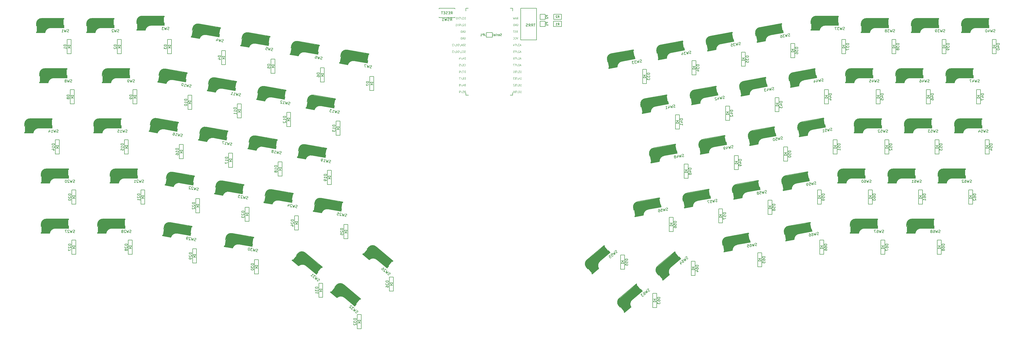
<source format=gbo>
G04 #@! TF.GenerationSoftware,KiCad,Pcbnew,(5.1.5-0-10_14)*
G04 #@! TF.CreationDate,2020-06-18T23:30:57+09:00*
G04 #@! TF.ProjectId,angelina_integrated,616e6765-6c69-46e6-915f-696e74656772,rev?*
G04 #@! TF.SameCoordinates,Original*
G04 #@! TF.FileFunction,Legend,Bot*
G04 #@! TF.FilePolarity,Positive*
%FSLAX46Y46*%
G04 Gerber Fmt 4.6, Leading zero omitted, Abs format (unit mm)*
G04 Created by KiCad (PCBNEW (5.1.5-0-10_14)) date 2020-06-18 23:30:57*
%MOMM*%
%LPD*%
G04 APERTURE LIST*
%ADD10C,0.150000*%
%ADD11C,0.300000*%
%ADD12C,0.800000*%
%ADD13C,3.000000*%
%ADD14C,0.500000*%
%ADD15C,1.000000*%
%ADD16C,3.500000*%
%ADD17C,0.400000*%
%ADD18C,0.125000*%
%ADD19C,0.152400*%
G04 APERTURE END LIST*
D10*
X217259200Y-71735096D02*
X217259200Y-72735096D01*
X199459200Y-71735096D02*
X199459200Y-72735096D01*
X217259200Y-71735096D02*
X216259200Y-71735096D01*
X199459200Y-71735096D02*
X200409200Y-71735096D01*
X217259200Y-103735096D02*
X217259200Y-104785096D01*
X199459200Y-103785096D02*
X199459200Y-104785096D01*
X217259200Y-104785096D02*
X216259200Y-104785096D01*
X199459200Y-104785096D02*
X200469200Y-104785096D01*
X226242000Y-83735096D02*
X226242000Y-71735096D01*
X220242000Y-83735096D02*
X226242000Y-83735096D01*
X220242000Y-71735096D02*
X220242000Y-83735096D01*
X226242000Y-71735096D02*
X220242000Y-71735096D01*
X189285776Y-72021032D02*
X189285776Y-71771032D01*
X189285776Y-71771032D02*
X195285776Y-71771032D01*
X195285776Y-71771032D02*
X195285776Y-72021032D01*
X195285776Y-75021032D02*
X195285776Y-75271032D01*
X195285776Y-75271032D02*
X189285776Y-75271032D01*
X189285776Y-75271032D02*
X189285776Y-75021032D01*
X209502200Y-82744400D02*
X209502200Y-80966400D01*
X207216200Y-82744400D02*
X209502200Y-82744400D01*
X207216200Y-80966400D02*
X207216200Y-82744400D01*
X209502200Y-80966400D02*
X207216200Y-80966400D01*
X229599808Y-78688216D02*
X227599808Y-78688216D01*
X229599808Y-76688216D02*
X229599808Y-78688216D01*
X227599808Y-76688216D02*
X229599808Y-76688216D01*
X227599808Y-78688216D02*
X227599808Y-76688216D01*
D11*
X340670959Y-135503021D02*
X340670959Y-134603022D01*
D12*
X341170959Y-137703022D02*
X341170959Y-135903023D01*
D13*
X342300959Y-134203022D02*
X342300959Y-136443022D01*
D14*
X350770959Y-136003022D02*
X349370959Y-136003022D01*
D15*
X350370959Y-133303022D02*
X350370959Y-135803022D01*
D16*
X349070959Y-134503022D02*
X342370959Y-134503022D01*
D10*
X351070959Y-136303022D02*
X351070959Y-135303022D01*
X351070959Y-135303022D02*
X350870959Y-135303022D01*
X350850959Y-135303022D02*
X350850959Y-133053022D01*
X350870959Y-133053022D02*
X351070959Y-133053022D01*
X340570959Y-135603022D02*
X340770959Y-135603022D01*
X340800959Y-135603022D02*
X340800959Y-137843022D01*
X340770959Y-137843022D02*
X340570959Y-137843022D01*
X340570959Y-138203022D02*
X340570959Y-137843022D01*
X340570959Y-134603022D02*
X340570959Y-135603022D01*
X340570959Y-138203022D02*
X343850959Y-138203022D01*
X346070959Y-136303022D02*
X351070959Y-136303022D01*
X351070959Y-132703022D02*
X342670958Y-132703022D01*
X343854641Y-138181551D02*
G75*
G02X346070959Y-136303022I2151318J-291471D01*
G01*
X340570959Y-134603023D02*
G75*
G02X342670958Y-132703022I2000000J-99999D01*
G01*
X351070959Y-133053022D02*
X351070959Y-132703022D01*
D15*
X343454641Y-137781551D02*
G75*
G02X345670959Y-135903022I2151318J-291471D01*
G01*
D14*
X340770959Y-138003022D02*
X343470959Y-138003022D01*
D17*
X350870959Y-132903022D02*
X349470959Y-132903022D01*
X350870959Y-135403022D02*
X350870959Y-136103022D01*
D11*
X359720943Y-135503021D02*
X359720943Y-134603022D01*
D12*
X360220943Y-137703022D02*
X360220943Y-135903023D01*
D13*
X361350943Y-134203022D02*
X361350943Y-136443022D01*
D14*
X369820943Y-136003022D02*
X368420943Y-136003022D01*
D15*
X369420943Y-133303022D02*
X369420943Y-135803022D01*
D16*
X368120943Y-134503022D02*
X361420943Y-134503022D01*
D10*
X370120943Y-136303022D02*
X370120943Y-135303022D01*
X370120943Y-135303022D02*
X369920943Y-135303022D01*
X369900943Y-135303022D02*
X369900943Y-133053022D01*
X369920943Y-133053022D02*
X370120943Y-133053022D01*
X359620943Y-135603022D02*
X359820943Y-135603022D01*
X359850943Y-135603022D02*
X359850943Y-137843022D01*
X359820943Y-137843022D02*
X359620943Y-137843022D01*
X359620943Y-138203022D02*
X359620943Y-137843022D01*
X359620943Y-134603022D02*
X359620943Y-135603022D01*
X359620943Y-138203022D02*
X362900943Y-138203022D01*
X365120943Y-136303022D02*
X370120943Y-136303022D01*
X370120943Y-132703022D02*
X361720942Y-132703022D01*
X362904625Y-138181551D02*
G75*
G02X365120943Y-136303022I2151318J-291471D01*
G01*
X359620943Y-134603023D02*
G75*
G02X361720942Y-132703022I2000000J-99999D01*
G01*
X370120943Y-133053022D02*
X370120943Y-132703022D01*
D15*
X362504625Y-137781551D02*
G75*
G02X364720943Y-135903022I2151318J-291471D01*
G01*
D14*
X359820943Y-138003022D02*
X362520943Y-138003022D01*
D17*
X369920943Y-132903022D02*
X368520943Y-132903022D01*
X369920943Y-135403022D02*
X369920943Y-136103022D01*
D11*
X123275212Y-142968273D02*
X123431495Y-142081947D01*
D12*
X123385590Y-145221675D02*
X123698157Y-143449022D01*
D13*
X125106191Y-141971071D02*
X124717219Y-144177040D01*
D14*
X133134946Y-145214525D02*
X131756215Y-144971417D01*
D15*
X133209873Y-142486084D02*
X132775753Y-144948104D01*
D16*
X131721245Y-143442111D02*
X125123033Y-142278668D01*
D10*
X133378294Y-145562061D02*
X133551942Y-144577254D01*
X133551942Y-144577254D02*
X133354981Y-144542524D01*
X133335285Y-144539051D02*
X133725993Y-142323234D01*
X133745689Y-142326707D02*
X133942651Y-142361436D01*
X123159367Y-143049390D02*
X123356328Y-143084120D01*
X123385872Y-143089329D02*
X122996900Y-145295299D01*
X122967356Y-145290089D02*
X122770395Y-145255359D01*
X122707881Y-145609890D02*
X122770395Y-145255359D01*
X123333015Y-142064582D02*
X123159367Y-143049390D01*
X122707881Y-145609890D02*
X125938051Y-146179456D01*
X128454255Y-144693820D02*
X133378294Y-145562061D01*
X134003428Y-142016753D02*
X125731042Y-140558109D01*
X125945404Y-146158951D02*
G75*
G02X128454255Y-144693820I2068022J-660615D01*
G01*
X123333015Y-142064582D02*
G75*
G02X125731042Y-140558109I1952250J-445777D01*
G01*
X133942651Y-142361436D02*
X134003428Y-142016753D01*
D15*
X125620941Y-145695569D02*
G75*
G02X128129792Y-144230438I2068022J-660615D01*
G01*
D14*
X122939572Y-145447658D02*
X125598553Y-145916508D01*
D17*
X133771736Y-142178985D02*
X132393006Y-141935878D01*
X133337616Y-144641005D02*
X133216062Y-145330370D01*
D11*
X104514640Y-139660278D02*
X104670923Y-138773952D01*
D12*
X104625018Y-141913680D02*
X104937585Y-140141027D01*
D13*
X106345619Y-138663076D02*
X105956647Y-140869045D01*
D14*
X114374374Y-141906530D02*
X112995643Y-141663422D01*
D15*
X114449301Y-139178089D02*
X114015181Y-141640109D01*
D16*
X112960673Y-140134116D02*
X106362461Y-138970673D01*
D10*
X114617722Y-142254066D02*
X114791370Y-141269259D01*
X114791370Y-141269259D02*
X114594409Y-141234529D01*
X114574713Y-141231056D02*
X114965421Y-139015239D01*
X114985117Y-139018712D02*
X115182079Y-139053441D01*
X104398795Y-139741395D02*
X104595756Y-139776125D01*
X104625300Y-139781334D02*
X104236328Y-141987304D01*
X104206784Y-141982094D02*
X104009823Y-141947364D01*
X103947309Y-142301895D02*
X104009823Y-141947364D01*
X104572443Y-138756587D02*
X104398795Y-139741395D01*
X103947309Y-142301895D02*
X107177479Y-142871461D01*
X109693683Y-141385825D02*
X114617722Y-142254066D01*
X115242856Y-138708758D02*
X106970470Y-137250114D01*
X107184832Y-142850956D02*
G75*
G02X109693683Y-141385825I2068022J-660615D01*
G01*
X104572443Y-138756587D02*
G75*
G02X106970470Y-137250114I1952250J-445777D01*
G01*
X115182079Y-139053441D02*
X115242856Y-138708758D01*
D15*
X106860369Y-142387574D02*
G75*
G02X109369220Y-140922443I2068022J-660615D01*
G01*
D14*
X104179000Y-142139663D02*
X106837981Y-142608513D01*
D17*
X115011164Y-138870990D02*
X113632434Y-138627883D01*
X114577044Y-141333010D02*
X114455490Y-142022375D01*
D11*
X38253088Y-135503007D02*
X38253088Y-134603008D01*
D12*
X38753088Y-137703008D02*
X38753088Y-135903009D01*
D13*
X39883088Y-134203008D02*
X39883088Y-136443008D01*
D14*
X48353088Y-136003008D02*
X46953088Y-136003008D01*
D15*
X47953088Y-133303008D02*
X47953088Y-135803008D01*
D16*
X46653088Y-134503008D02*
X39953088Y-134503008D01*
D10*
X48653088Y-136303008D02*
X48653088Y-135303008D01*
X48653088Y-135303008D02*
X48453088Y-135303008D01*
X48433088Y-135303008D02*
X48433088Y-133053008D01*
X48453088Y-133053008D02*
X48653088Y-133053008D01*
X38153088Y-135603008D02*
X38353088Y-135603008D01*
X38383088Y-135603008D02*
X38383088Y-137843008D01*
X38353088Y-137843008D02*
X38153088Y-137843008D01*
X38153088Y-138203008D02*
X38153088Y-137843008D01*
X38153088Y-134603008D02*
X38153088Y-135603008D01*
X38153088Y-138203008D02*
X41433088Y-138203008D01*
X43653088Y-136303008D02*
X48653088Y-136303008D01*
X48653088Y-132703008D02*
X40253087Y-132703008D01*
X41436770Y-138181537D02*
G75*
G02X43653088Y-136303008I2151318J-291471D01*
G01*
X38153088Y-134603009D02*
G75*
G02X40253087Y-132703008I2000000J-99999D01*
G01*
X48653088Y-133053008D02*
X48653088Y-132703008D01*
D15*
X41036770Y-137781537D02*
G75*
G02X43253088Y-135903008I2151318J-291471D01*
G01*
D14*
X38353088Y-138003008D02*
X41053088Y-138003008D01*
D17*
X48453088Y-132903008D02*
X47053088Y-132903008D01*
X48453088Y-135403008D02*
X48453088Y-136103008D01*
D11*
X117202921Y-122553704D02*
X117359204Y-121667378D01*
D12*
X117313299Y-124807106D02*
X117625866Y-123034453D01*
D13*
X119033900Y-121556502D02*
X118644928Y-123762471D01*
D14*
X127062655Y-124799956D02*
X125683924Y-124556848D01*
D15*
X127137582Y-122071515D02*
X126703462Y-124533535D01*
D16*
X125648954Y-123027542D02*
X119050742Y-121864099D01*
D10*
X127306003Y-125147492D02*
X127479651Y-124162685D01*
X127479651Y-124162685D02*
X127282690Y-124127955D01*
X127262994Y-124124482D02*
X127653702Y-121908665D01*
X127673398Y-121912138D02*
X127870360Y-121946867D01*
X117087076Y-122634821D02*
X117284037Y-122669551D01*
X117313581Y-122674760D02*
X116924609Y-124880730D01*
X116895065Y-124875520D02*
X116698104Y-124840790D01*
X116635590Y-125195321D02*
X116698104Y-124840790D01*
X117260724Y-121650013D02*
X117087076Y-122634821D01*
X116635590Y-125195321D02*
X119865760Y-125764887D01*
X122381964Y-124279251D02*
X127306003Y-125147492D01*
X127931137Y-121602184D02*
X119658751Y-120143540D01*
X119873113Y-125744382D02*
G75*
G02X122381964Y-124279251I2068022J-660615D01*
G01*
X117260724Y-121650013D02*
G75*
G02X119658751Y-120143540I1952250J-445777D01*
G01*
X127870360Y-121946867D02*
X127931137Y-121602184D01*
D15*
X119548650Y-125281000D02*
G75*
G02X122057501Y-123815869I2068022J-660615D01*
G01*
D14*
X116867281Y-125033089D02*
X119526262Y-125501939D01*
D17*
X127699445Y-121764416D02*
X126320715Y-121521309D01*
X127265325Y-124226436D02*
X127143771Y-124915801D01*
D11*
X139271488Y-107101127D02*
X139427771Y-106214801D01*
D12*
X139381866Y-109354529D02*
X139694433Y-107581876D01*
D13*
X141102467Y-106103925D02*
X140713495Y-108309894D01*
D14*
X149131222Y-109347379D02*
X147752491Y-109104271D01*
D15*
X149206149Y-106618938D02*
X148772029Y-109080958D01*
D16*
X147717521Y-107574965D02*
X141119309Y-106411522D01*
D10*
X149374570Y-109694915D02*
X149548218Y-108710108D01*
X149548218Y-108710108D02*
X149351257Y-108675378D01*
X149331561Y-108671905D02*
X149722269Y-106456088D01*
X149741965Y-106459561D02*
X149938927Y-106494290D01*
X139155643Y-107182244D02*
X139352604Y-107216974D01*
X139382148Y-107222183D02*
X138993176Y-109428153D01*
X138963632Y-109422943D02*
X138766671Y-109388213D01*
X138704157Y-109742744D02*
X138766671Y-109388213D01*
X139329291Y-106197436D02*
X139155643Y-107182244D01*
X138704157Y-109742744D02*
X141934327Y-110312310D01*
X144450531Y-108826674D02*
X149374570Y-109694915D01*
X149999704Y-106149607D02*
X141727318Y-104690963D01*
X141941680Y-110291805D02*
G75*
G02X144450531Y-108826674I2068022J-660615D01*
G01*
X139329291Y-106197436D02*
G75*
G02X141727318Y-104690963I1952250J-445777D01*
G01*
X149938927Y-106494290D02*
X149999704Y-106149607D01*
D15*
X141617217Y-109828423D02*
G75*
G02X144126068Y-108363292I2068022J-660615D01*
G01*
D14*
X138935848Y-109580512D02*
X141594829Y-110049362D01*
D17*
X149768012Y-106311839D02*
X148389282Y-106068732D01*
X149333892Y-108773859D02*
X149212338Y-109463224D01*
D11*
X151959769Y-89994552D02*
X152116052Y-89108226D01*
D12*
X152070147Y-92247954D02*
X152382714Y-90475301D01*
D13*
X153790748Y-88997350D02*
X153401776Y-91203319D01*
D14*
X161819503Y-92240804D02*
X160440772Y-91997696D01*
D15*
X161894430Y-89512363D02*
X161460310Y-91974383D01*
D16*
X160405802Y-90468390D02*
X153807590Y-89304947D01*
D10*
X162062851Y-92588340D02*
X162236499Y-91603533D01*
X162236499Y-91603533D02*
X162039538Y-91568803D01*
X162019842Y-91565330D02*
X162410550Y-89349513D01*
X162430246Y-89352986D02*
X162627208Y-89387715D01*
X151843924Y-90075669D02*
X152040885Y-90110399D01*
X152070429Y-90115608D02*
X151681457Y-92321578D01*
X151651913Y-92316368D02*
X151454952Y-92281638D01*
X151392438Y-92636169D02*
X151454952Y-92281638D01*
X152017572Y-89090861D02*
X151843924Y-90075669D01*
X151392438Y-92636169D02*
X154622608Y-93205735D01*
X157138812Y-91720099D02*
X162062851Y-92588340D01*
X162687985Y-89043032D02*
X154415599Y-87584388D01*
X154629961Y-93185230D02*
G75*
G02X157138812Y-91720099I2068022J-660615D01*
G01*
X152017572Y-89090861D02*
G75*
G02X154415599Y-87584388I1952250J-445777D01*
G01*
X162627208Y-89387715D02*
X162687985Y-89043032D01*
D15*
X154305498Y-92721848D02*
G75*
G02X156814349Y-91256717I2068022J-660615D01*
G01*
D14*
X151624129Y-92473937D02*
X154283110Y-92942787D01*
D17*
X162456293Y-89205264D02*
X161077563Y-88962157D01*
X162022173Y-91667284D02*
X161900619Y-92356649D01*
D11*
X61470256Y-97403039D02*
X61470256Y-96503040D01*
D12*
X61970256Y-99603040D02*
X61970256Y-97803041D01*
D13*
X63100256Y-96103040D02*
X63100256Y-98343040D01*
D14*
X71570256Y-97903040D02*
X70170256Y-97903040D01*
D15*
X71170256Y-95203040D02*
X71170256Y-97703040D01*
D16*
X69870256Y-96403040D02*
X63170256Y-96403040D01*
D10*
X71870256Y-98203040D02*
X71870256Y-97203040D01*
X71870256Y-97203040D02*
X71670256Y-97203040D01*
X71650256Y-97203040D02*
X71650256Y-94953040D01*
X71670256Y-94953040D02*
X71870256Y-94953040D01*
X61370256Y-97503040D02*
X61570256Y-97503040D01*
X61600256Y-97503040D02*
X61600256Y-99743040D01*
X61570256Y-99743040D02*
X61370256Y-99743040D01*
X61370256Y-100103040D02*
X61370256Y-99743040D01*
X61370256Y-96503040D02*
X61370256Y-97503040D01*
X61370256Y-100103040D02*
X64650256Y-100103040D01*
X66870256Y-98203040D02*
X71870256Y-98203040D01*
X71870256Y-94603040D02*
X63470255Y-94603040D01*
X64653938Y-100081569D02*
G75*
G02X66870256Y-98203040I2151318J-291471D01*
G01*
X61370256Y-96503041D02*
G75*
G02X63470255Y-94603040I2000000J-99999D01*
G01*
X71870256Y-94953040D02*
X71870256Y-94603040D01*
D15*
X64253938Y-99681569D02*
G75*
G02X66470256Y-97803040I2151318J-291471D01*
G01*
D14*
X61570256Y-99903040D02*
X64270256Y-99903040D01*
D17*
X71670256Y-94803040D02*
X70270256Y-94803040D01*
X71670256Y-97303040D02*
X71670256Y-98003040D01*
D11*
X82989772Y-97177142D02*
X83146055Y-96290816D01*
D12*
X83100150Y-99430544D02*
X83412717Y-97657891D01*
D13*
X84820751Y-96179940D02*
X84431779Y-98385909D01*
D14*
X92849506Y-99423394D02*
X91470775Y-99180286D01*
D15*
X92924433Y-96694953D02*
X92490313Y-99156973D01*
D16*
X91435805Y-97650980D02*
X84837593Y-96487537D01*
D10*
X93092854Y-99770930D02*
X93266502Y-98786123D01*
X93266502Y-98786123D02*
X93069541Y-98751393D01*
X93049845Y-98747920D02*
X93440553Y-96532103D01*
X93460249Y-96535576D02*
X93657211Y-96570305D01*
X82873927Y-97258259D02*
X83070888Y-97292989D01*
X83100432Y-97298198D02*
X82711460Y-99504168D01*
X82681916Y-99498958D02*
X82484955Y-99464228D01*
X82422441Y-99818759D02*
X82484955Y-99464228D01*
X83047575Y-96273451D02*
X82873927Y-97258259D01*
X82422441Y-99818759D02*
X85652611Y-100388325D01*
X88168815Y-98902689D02*
X93092854Y-99770930D01*
X93717988Y-96225622D02*
X85445602Y-94766978D01*
X85659964Y-100367820D02*
G75*
G02X88168815Y-98902689I2068022J-660615D01*
G01*
X83047575Y-96273451D02*
G75*
G02X85445602Y-94766978I1952250J-445777D01*
G01*
X93657211Y-96570305D02*
X93717988Y-96225622D01*
D15*
X85335501Y-99904438D02*
G75*
G02X87844352Y-98439307I2068022J-660615D01*
G01*
D14*
X82654132Y-99656527D02*
X85313113Y-100125377D01*
D17*
X93486296Y-96387854D02*
X92107566Y-96144747D01*
X93052176Y-98849874D02*
X92930622Y-99539239D01*
D11*
X319540562Y-138366602D02*
X319384279Y-137480276D01*
D12*
X320414992Y-140446356D02*
X320102425Y-138673703D01*
D13*
X320920056Y-136803306D02*
X321309028Y-139009276D01*
D14*
X329573944Y-137105160D02*
X328195213Y-137348268D01*
D15*
X328711171Y-134515639D02*
X329145292Y-136977658D01*
D16*
X327639299Y-135923151D02*
X321041087Y-137086593D01*
D10*
X329921481Y-137348508D02*
X329747833Y-136363700D01*
X329747833Y-136363700D02*
X329550871Y-136398430D01*
X329531175Y-136401903D02*
X329140467Y-134186086D01*
X329160163Y-134182613D02*
X329357125Y-134147883D01*
X319459446Y-138482449D02*
X319656408Y-138447719D01*
X319685952Y-138442509D02*
X320074924Y-140648479D01*
X320045379Y-140653688D02*
X319848418Y-140688418D01*
X319910931Y-141042949D02*
X319848418Y-140688418D01*
X319285798Y-137497641D02*
X319459446Y-138482449D01*
X319910931Y-141042949D02*
X323141101Y-140473383D01*
X324997442Y-138216749D02*
X329921481Y-137348508D01*
X329296348Y-133803200D02*
X321023962Y-135261845D01*
X323140998Y-140451599D02*
G75*
G02X324997442Y-138216749I2169248J86530D01*
G01*
X319285798Y-137497641D02*
G75*
G02X321023962Y-135261845I1986980J248816D01*
G01*
X329357125Y-134147883D02*
X329296348Y-133803200D01*
D15*
X322677616Y-140127135D02*
G75*
G02X324534060Y-137892285I2169248J86530D01*
G01*
D14*
X320073163Y-140811258D02*
X322732144Y-140342407D01*
D17*
X329134116Y-134034891D02*
X327755385Y-134277999D01*
X329568236Y-136496911D02*
X329689790Y-137186276D01*
D11*
X266023142Y-109115446D02*
X265866859Y-108229120D01*
D12*
X266897572Y-111195200D02*
X266585005Y-109422547D01*
D13*
X267402636Y-107552150D02*
X267791608Y-109758120D01*
D14*
X276056524Y-107854004D02*
X274677793Y-108097112D01*
D15*
X275193751Y-105264483D02*
X275627872Y-107726502D01*
D16*
X274121879Y-106671995D02*
X267523667Y-107835437D01*
D10*
X276404061Y-108097352D02*
X276230413Y-107112544D01*
X276230413Y-107112544D02*
X276033451Y-107147274D01*
X276013755Y-107150747D02*
X275623047Y-104934930D01*
X275642743Y-104931457D02*
X275839705Y-104896727D01*
X265942026Y-109231293D02*
X266138988Y-109196563D01*
X266168532Y-109191353D02*
X266557504Y-111397323D01*
X266527959Y-111402532D02*
X266330998Y-111437262D01*
X266393511Y-111791793D02*
X266330998Y-111437262D01*
X265768378Y-108246485D02*
X265942026Y-109231293D01*
X266393511Y-111791793D02*
X269623681Y-111222227D01*
X271480022Y-108965593D02*
X276404061Y-108097352D01*
X275778928Y-104552044D02*
X267506542Y-106010689D01*
X269623578Y-111200443D02*
G75*
G02X271480022Y-108965593I2169248J86530D01*
G01*
X265768378Y-108246485D02*
G75*
G02X267506542Y-106010689I1986980J248816D01*
G01*
X275839705Y-104896727D02*
X275778928Y-104552044D01*
D15*
X269160196Y-110875979D02*
G75*
G02X271016640Y-108641129I2169248J86530D01*
G01*
D14*
X266555743Y-111560102D02*
X269214724Y-111091251D01*
D17*
X275616696Y-104783735D02*
X274237965Y-105026843D01*
X276050816Y-107245755D02*
X276172370Y-107935120D01*
D10*
X295417720Y-153313936D02*
X296917720Y-153313936D01*
X295417720Y-147913936D02*
X295417720Y-153313936D01*
X296917720Y-147913936D02*
X295417720Y-147913936D01*
X296917720Y-153313936D02*
X296917720Y-147913936D01*
X295667720Y-151113936D02*
X296167720Y-150213936D01*
X296667720Y-151113936D02*
X295667720Y-151113936D01*
X296167720Y-150213936D02*
X296667720Y-151113936D01*
X296667720Y-150113936D02*
X295667720Y-150113936D01*
X276665392Y-156588152D02*
X278165392Y-156588152D01*
X276665392Y-151188152D02*
X276665392Y-156588152D01*
X278165392Y-151188152D02*
X276665392Y-151188152D01*
X278165392Y-156588152D02*
X278165392Y-151188152D01*
X276915392Y-154388152D02*
X277415392Y-153488152D01*
X277915392Y-154388152D02*
X276915392Y-154388152D01*
X277415392Y-153488152D02*
X277915392Y-154388152D01*
X277915392Y-153388152D02*
X276915392Y-153388152D01*
D11*
X32002312Y-116453023D02*
X32002312Y-115553024D01*
D12*
X32502312Y-118653024D02*
X32502312Y-116853025D01*
D13*
X33632312Y-115153024D02*
X33632312Y-117393024D01*
D14*
X42102312Y-116953024D02*
X40702312Y-116953024D01*
D15*
X41702312Y-114253024D02*
X41702312Y-116753024D01*
D16*
X40402312Y-115453024D02*
X33702312Y-115453024D01*
D10*
X42402312Y-117253024D02*
X42402312Y-116253024D01*
X42402312Y-116253024D02*
X42202312Y-116253024D01*
X42182312Y-116253024D02*
X42182312Y-114003024D01*
X42202312Y-114003024D02*
X42402312Y-114003024D01*
X31902312Y-116553024D02*
X32102312Y-116553024D01*
X32132312Y-116553024D02*
X32132312Y-118793024D01*
X32102312Y-118793024D02*
X31902312Y-118793024D01*
X31902312Y-119153024D02*
X31902312Y-118793024D01*
X31902312Y-115553024D02*
X31902312Y-116553024D01*
X31902312Y-119153024D02*
X35182312Y-119153024D01*
X37402312Y-117253024D02*
X42402312Y-117253024D01*
X42402312Y-113653024D02*
X34002311Y-113653024D01*
X35185994Y-119131553D02*
G75*
G02X37402312Y-117253024I2151318J-291471D01*
G01*
X31902312Y-115553025D02*
G75*
G02X34002311Y-113653024I2000000J-99999D01*
G01*
X42402312Y-114003024D02*
X42402312Y-113653024D01*
D15*
X34785994Y-118731553D02*
G75*
G02X37002312Y-116853024I2151318J-291471D01*
G01*
D14*
X32102312Y-118953024D02*
X34802312Y-118953024D01*
D17*
X42202312Y-113853024D02*
X40802312Y-113853024D01*
X42202312Y-116353024D02*
X42202312Y-117053024D01*
D10*
X145113160Y-176191256D02*
X143613160Y-176191256D01*
X145113160Y-181591256D02*
X145113160Y-176191256D01*
X143613160Y-181591256D02*
X145113160Y-181591256D01*
X143613160Y-176191256D02*
X143613160Y-181591256D01*
X144863160Y-178391256D02*
X144363160Y-179291256D01*
X143863160Y-178391256D02*
X144863160Y-178391256D01*
X144363160Y-179291256D02*
X143863160Y-178391256D01*
X143863160Y-179391256D02*
X144863160Y-179391256D01*
D11*
X162065368Y-163183939D02*
X162643876Y-162494500D01*
D12*
X161034257Y-165190632D02*
X162191274Y-163811752D01*
D13*
X164149643Y-163235826D02*
X162709799Y-164951766D01*
D14*
X169481022Y-170059117D02*
X168408560Y-169159214D01*
D15*
X170910131Y-167733682D02*
X169303162Y-169648793D01*
D16*
X169142928Y-167817311D02*
X164010430Y-163510634D01*
D10*
X169517999Y-170481767D02*
X170160787Y-169715722D01*
X170160787Y-169715722D02*
X170007578Y-169587165D01*
X169992257Y-169574309D02*
X171438529Y-167850709D01*
X171453850Y-167863565D02*
X171607059Y-167992122D01*
X161924484Y-163196266D02*
X162077693Y-163324823D01*
X162100674Y-163344107D02*
X160660830Y-165060046D01*
X160637849Y-165040763D02*
X160484640Y-164912205D01*
X160253236Y-165187981D02*
X160484640Y-164912205D01*
X162567272Y-162430221D02*
X161924484Y-163196266D01*
X160253236Y-165187981D02*
X162765862Y-167296325D01*
X165687777Y-167267829D02*
X169517999Y-170481767D01*
X171832035Y-167724007D02*
X165397261Y-162324590D01*
X162782484Y-167282244D02*
G75*
G02X165687777Y-167267829I1460651J-1606120D01*
G01*
X162567271Y-162430222D02*
G75*
G02X165397261Y-162324590I1467811J-1362179D01*
G01*
X171607059Y-167992122D02*
X171832035Y-167724007D01*
D15*
X162733181Y-166718711D02*
G75*
G02X165638474Y-166704296I1460651J-1606120D01*
G01*
D14*
X160535003Y-165163330D02*
X162603323Y-166898856D01*
D17*
X171550268Y-167748658D02*
X170477806Y-166848755D01*
X169943299Y-169663769D02*
X169493348Y-170200000D01*
D10*
X117133496Y-147318624D02*
X115633496Y-147318624D01*
X117133496Y-152718624D02*
X117133496Y-147318624D01*
X115633496Y-152718624D02*
X117133496Y-152718624D01*
X115633496Y-147318624D02*
X115633496Y-152718624D01*
X116883496Y-149518624D02*
X116383496Y-150418624D01*
X115883496Y-149518624D02*
X116883496Y-149518624D01*
X116383496Y-150418624D02*
X115883496Y-149518624D01*
X115883496Y-150518624D02*
X116883496Y-150518624D01*
X49565584Y-83620240D02*
X48065584Y-83620240D01*
X49565584Y-89020240D02*
X49565584Y-83620240D01*
X48065584Y-89020240D02*
X49565584Y-89020240D01*
X48065584Y-83620240D02*
X48065584Y-89020240D01*
X49315584Y-85820240D02*
X48815584Y-86720240D01*
X48315584Y-85820240D02*
X49315584Y-85820240D01*
X48815584Y-86720240D02*
X48315584Y-85820240D01*
X48315584Y-86820240D02*
X49315584Y-86820240D01*
D11*
X36467152Y-78353055D02*
X36467152Y-77453056D01*
D12*
X36967152Y-80553056D02*
X36967152Y-78753057D01*
D13*
X38097152Y-77053056D02*
X38097152Y-79293056D01*
D14*
X46567152Y-78853056D02*
X45167152Y-78853056D01*
D15*
X46167152Y-76153056D02*
X46167152Y-78653056D01*
D16*
X44867152Y-77353056D02*
X38167152Y-77353056D01*
D10*
X46867152Y-79153056D02*
X46867152Y-78153056D01*
X46867152Y-78153056D02*
X46667152Y-78153056D01*
X46647152Y-78153056D02*
X46647152Y-75903056D01*
X46667152Y-75903056D02*
X46867152Y-75903056D01*
X36367152Y-78453056D02*
X36567152Y-78453056D01*
X36597152Y-78453056D02*
X36597152Y-80693056D01*
X36567152Y-80693056D02*
X36367152Y-80693056D01*
X36367152Y-81053056D02*
X36367152Y-80693056D01*
X36367152Y-77453056D02*
X36367152Y-78453056D01*
X36367152Y-81053056D02*
X39647152Y-81053056D01*
X41867152Y-79153056D02*
X46867152Y-79153056D01*
X46867152Y-75553056D02*
X38467151Y-75553056D01*
X39650834Y-81031585D02*
G75*
G02X41867152Y-79153056I2151318J-291471D01*
G01*
X36367152Y-77453057D02*
G75*
G02X38467151Y-75553056I2000000J-99999D01*
G01*
X46867152Y-75903056D02*
X46867152Y-75553056D01*
D15*
X39250834Y-80631585D02*
G75*
G02X41467152Y-78753056I2151318J-291471D01*
G01*
D14*
X36567152Y-80853056D02*
X39267152Y-80853056D01*
D17*
X46667152Y-75753056D02*
X45267152Y-75753056D01*
X46667152Y-78253056D02*
X46667152Y-78953056D01*
D10*
X232755272Y-76009312D02*
X232755272Y-74009312D01*
X235755272Y-76009312D02*
X232755272Y-76009312D01*
X235755272Y-74009312D02*
X235755272Y-76009312D01*
X232755272Y-74009312D02*
X235755272Y-74009312D01*
X235756412Y-78688976D02*
X232754132Y-78688976D01*
X235756412Y-76687456D02*
X235756412Y-78688976D01*
X232754132Y-76687456D02*
X235756412Y-76687456D01*
X232754132Y-78688976D02*
X232754132Y-76687456D01*
X229599808Y-76009312D02*
X227599808Y-76009312D01*
X229599808Y-74009312D02*
X229599808Y-76009312D01*
X227599808Y-74009312D02*
X229599808Y-74009312D01*
X227599808Y-76009312D02*
X227599808Y-74009312D01*
X92130392Y-123506144D02*
X90630392Y-123506144D01*
X92130392Y-128906144D02*
X92130392Y-123506144D01*
X90630392Y-128906144D02*
X92130392Y-128906144D01*
X90630392Y-123506144D02*
X90630392Y-128906144D01*
X91880392Y-125706144D02*
X91380392Y-126606144D01*
X90880392Y-125706144D02*
X91880392Y-125706144D01*
X91380392Y-126606144D02*
X90880392Y-125706144D01*
X90880392Y-126706144D02*
X91880392Y-126706144D01*
X129635048Y-130054576D02*
X128135048Y-130054576D01*
X129635048Y-135454576D02*
X129635048Y-130054576D01*
X128135048Y-135454576D02*
X129635048Y-135454576D01*
X128135048Y-130054576D02*
X128135048Y-135454576D01*
X129385048Y-132254576D02*
X128885048Y-133154576D01*
X128385048Y-132254576D02*
X129385048Y-132254576D01*
X128885048Y-133154576D02*
X128385048Y-132254576D01*
X128385048Y-133254576D02*
X129385048Y-133254576D01*
X110882720Y-126780360D02*
X109382720Y-126780360D01*
X110882720Y-132180360D02*
X110882720Y-126780360D01*
X109382720Y-132180360D02*
X110882720Y-132180360D01*
X109382720Y-126780360D02*
X109382720Y-132180360D01*
X110632720Y-128980360D02*
X110132720Y-129880360D01*
X109632720Y-128980360D02*
X110632720Y-128980360D01*
X110132720Y-129880360D02*
X109632720Y-128980360D01*
X109632720Y-129980360D02*
X110632720Y-129980360D01*
X71294472Y-121720208D02*
X69794472Y-121720208D01*
X71294472Y-127120208D02*
X71294472Y-121720208D01*
X69794472Y-127120208D02*
X71294472Y-127120208D01*
X69794472Y-121720208D02*
X69794472Y-127120208D01*
X71044472Y-123920208D02*
X70544472Y-124820208D01*
X70044472Y-123920208D02*
X71044472Y-123920208D01*
X70544472Y-124820208D02*
X70044472Y-123920208D01*
X70044472Y-124920208D02*
X71044472Y-124920208D01*
X45100744Y-121720208D02*
X43600744Y-121720208D01*
X45100744Y-127120208D02*
X45100744Y-121720208D01*
X43600744Y-127120208D02*
X45100744Y-127120208D01*
X43600744Y-121720208D02*
X43600744Y-127120208D01*
X44850744Y-123920208D02*
X44350744Y-124820208D01*
X43850744Y-123920208D02*
X44850744Y-123920208D01*
X44350744Y-124820208D02*
X43850744Y-123920208D01*
X43850744Y-124920208D02*
X44850744Y-124920208D01*
X148387376Y-133328792D02*
X146887376Y-133328792D01*
X148387376Y-138728792D02*
X148387376Y-133328792D01*
X146887376Y-138728792D02*
X148387376Y-138728792D01*
X146887376Y-133328792D02*
X146887376Y-138728792D01*
X148137376Y-135528792D02*
X147637376Y-136428792D01*
X147137376Y-135528792D02*
X148137376Y-135528792D01*
X147637376Y-136428792D02*
X147137376Y-135528792D01*
X147137376Y-136528792D02*
X148137376Y-136528792D01*
X108203816Y-87787424D02*
X106703816Y-87787424D01*
X108203816Y-93187424D02*
X108203816Y-87787424D01*
X106703816Y-93187424D02*
X108203816Y-93187424D01*
X106703816Y-87787424D02*
X106703816Y-93187424D01*
X107953816Y-89987424D02*
X107453816Y-90887424D01*
X106953816Y-89987424D02*
X107953816Y-89987424D01*
X107453816Y-90887424D02*
X106953816Y-89987424D01*
X106953816Y-90987424D02*
X107953816Y-90987424D01*
X378463744Y-165220176D02*
X379963744Y-165220176D01*
X378463744Y-159820176D02*
X378463744Y-165220176D01*
X379963744Y-159820176D02*
X378463744Y-159820176D01*
X379963744Y-165220176D02*
X379963744Y-159820176D01*
X378713744Y-163020176D02*
X379213744Y-162120176D01*
X379713744Y-163020176D02*
X378713744Y-163020176D01*
X379213744Y-162120176D02*
X379713744Y-163020176D01*
X379713744Y-162020176D02*
X378713744Y-162020176D01*
X357032512Y-165220176D02*
X358532512Y-165220176D01*
X357032512Y-159820176D02*
X357032512Y-165220176D01*
X358532512Y-159820176D02*
X357032512Y-159820176D01*
X358532512Y-165220176D02*
X358532512Y-159820176D01*
X357282512Y-163020176D02*
X357782512Y-162120176D01*
X358282512Y-163020176D02*
X357282512Y-163020176D01*
X357782512Y-162120176D02*
X358282512Y-163020176D01*
X358282512Y-162020176D02*
X357282512Y-162020176D01*
X333815344Y-165220176D02*
X335315344Y-165220176D01*
X333815344Y-159820176D02*
X333815344Y-165220176D01*
X335315344Y-159820176D02*
X333815344Y-159820176D01*
X335315344Y-165220176D02*
X335315344Y-159820176D01*
X334065344Y-163020176D02*
X334565344Y-162120176D01*
X335065344Y-163020176D02*
X334065344Y-163020176D01*
X334565344Y-162120176D02*
X335065344Y-163020176D01*
X335065344Y-162020176D02*
X334065344Y-162020176D01*
X310300520Y-169982672D02*
X311800520Y-169982672D01*
X310300520Y-164582672D02*
X310300520Y-169982672D01*
X311800520Y-164582672D02*
X310300520Y-164582672D01*
X311800520Y-169982672D02*
X311800520Y-164582672D01*
X310550520Y-167782672D02*
X311050520Y-166882672D01*
X311550520Y-167782672D02*
X310550520Y-167782672D01*
X311050520Y-166882672D02*
X311550520Y-167782672D01*
X311550520Y-166782672D02*
X310550520Y-166782672D01*
X284999760Y-173256888D02*
X286499760Y-173256888D01*
X284999760Y-167856888D02*
X284999760Y-173256888D01*
X286499760Y-167856888D02*
X284999760Y-167856888D01*
X286499760Y-173256888D02*
X286499760Y-167856888D01*
X285249760Y-171056888D02*
X285749760Y-170156888D01*
X286249760Y-171056888D02*
X285249760Y-171056888D01*
X285749760Y-170156888D02*
X286249760Y-171056888D01*
X286249760Y-170056888D02*
X285249760Y-170056888D01*
X270414616Y-185460784D02*
X271914616Y-185460784D01*
X270414616Y-180060784D02*
X270414616Y-185460784D01*
X271914616Y-180060784D02*
X270414616Y-180060784D01*
X271914616Y-185460784D02*
X271914616Y-180060784D01*
X270664616Y-183260784D02*
X271164616Y-182360784D01*
X271664616Y-183260784D02*
X270664616Y-183260784D01*
X271164616Y-182360784D02*
X271664616Y-183260784D01*
X271664616Y-182260784D02*
X270664616Y-182260784D01*
X390369984Y-146170192D02*
X391869984Y-146170192D01*
X390369984Y-140770192D02*
X390369984Y-146170192D01*
X391869984Y-140770192D02*
X390369984Y-140770192D01*
X391869984Y-146170192D02*
X391869984Y-140770192D01*
X390619984Y-143970192D02*
X391119984Y-143070192D01*
X391619984Y-143970192D02*
X390619984Y-143970192D01*
X391119984Y-143070192D02*
X391619984Y-143970192D01*
X391619984Y-142970192D02*
X390619984Y-142970192D01*
X371320000Y-146170192D02*
X372820000Y-146170192D01*
X371320000Y-140770192D02*
X371320000Y-146170192D01*
X372820000Y-140770192D02*
X371320000Y-140770192D01*
X372820000Y-146170192D02*
X372820000Y-140770192D01*
X371570000Y-143970192D02*
X372070000Y-143070192D01*
X372570000Y-143970192D02*
X371570000Y-143970192D01*
X372070000Y-143070192D02*
X372570000Y-143970192D01*
X372570000Y-142970192D02*
X371570000Y-142970192D01*
X352270016Y-146170192D02*
X353770016Y-146170192D01*
X352270016Y-140770192D02*
X352270016Y-146170192D01*
X353770016Y-140770192D02*
X352270016Y-140770192D01*
X353770016Y-146170192D02*
X353770016Y-140770192D01*
X352520016Y-143970192D02*
X353020016Y-143070192D01*
X353520016Y-143970192D02*
X352520016Y-143970192D01*
X353020016Y-143070192D02*
X353520016Y-143970192D01*
X353520016Y-142970192D02*
X352520016Y-142970192D01*
X332922376Y-146170192D02*
X334422376Y-146170192D01*
X332922376Y-140770192D02*
X332922376Y-146170192D01*
X334422376Y-140770192D02*
X332922376Y-140770192D01*
X334422376Y-146170192D02*
X334422376Y-140770192D01*
X333172376Y-143970192D02*
X333672376Y-143070192D01*
X334172376Y-143970192D02*
X333172376Y-143970192D01*
X333672376Y-143070192D02*
X334172376Y-143970192D01*
X334172376Y-142970192D02*
X333172376Y-142970192D01*
X314170048Y-150039720D02*
X315670048Y-150039720D01*
X314170048Y-144639720D02*
X314170048Y-150039720D01*
X315670048Y-144639720D02*
X314170048Y-144639720D01*
X315670048Y-150039720D02*
X315670048Y-144639720D01*
X314420048Y-147839720D02*
X314920048Y-146939720D01*
X315420048Y-147839720D02*
X314420048Y-147839720D01*
X314920048Y-146939720D02*
X315420048Y-147839720D01*
X315420048Y-146839720D02*
X314420048Y-146839720D01*
X258210720Y-170875640D02*
X259710720Y-170875640D01*
X258210720Y-165475640D02*
X258210720Y-170875640D01*
X259710720Y-165475640D02*
X258210720Y-165475640D01*
X259710720Y-170875640D02*
X259710720Y-165475640D01*
X258460720Y-168675640D02*
X258960720Y-167775640D01*
X259460720Y-168675640D02*
X258460720Y-168675640D01*
X258960720Y-167775640D02*
X259460720Y-168675640D01*
X259460720Y-167675640D02*
X258460720Y-167675640D01*
X396620760Y-127120208D02*
X398120760Y-127120208D01*
X396620760Y-121720208D02*
X396620760Y-127120208D01*
X398120760Y-121720208D02*
X396620760Y-121720208D01*
X398120760Y-127120208D02*
X398120760Y-121720208D01*
X396870760Y-124920208D02*
X397370760Y-124020208D01*
X397870760Y-124920208D02*
X396870760Y-124920208D01*
X397370760Y-124020208D02*
X397870760Y-124920208D01*
X397870760Y-123920208D02*
X396870760Y-123920208D01*
X377570776Y-127120208D02*
X379070776Y-127120208D01*
X377570776Y-121720208D02*
X377570776Y-127120208D01*
X379070776Y-121720208D02*
X377570776Y-121720208D01*
X379070776Y-127120208D02*
X379070776Y-121720208D01*
X377820776Y-124920208D02*
X378320776Y-124020208D01*
X378820776Y-124920208D02*
X377820776Y-124920208D01*
X378320776Y-124020208D02*
X378820776Y-124920208D01*
X378820776Y-123920208D02*
X377820776Y-123920208D01*
X358520792Y-127120208D02*
X360020792Y-127120208D01*
X358520792Y-121720208D02*
X358520792Y-127120208D01*
X360020792Y-121720208D02*
X358520792Y-121720208D01*
X360020792Y-127120208D02*
X360020792Y-121720208D01*
X358770792Y-124920208D02*
X359270792Y-124020208D01*
X359770792Y-124920208D02*
X358770792Y-124920208D01*
X359270792Y-124020208D02*
X359770792Y-124920208D01*
X359770792Y-123920208D02*
X358770792Y-123920208D01*
X338875496Y-127120208D02*
X340375496Y-127120208D01*
X338875496Y-121720208D02*
X338875496Y-127120208D01*
X340375496Y-121720208D02*
X338875496Y-121720208D01*
X340375496Y-127120208D02*
X340375496Y-121720208D01*
X339125496Y-124920208D02*
X339625496Y-124020208D01*
X340125496Y-124920208D02*
X339125496Y-124920208D01*
X339625496Y-124020208D02*
X340125496Y-124920208D01*
X340125496Y-123920208D02*
X339125496Y-123920208D01*
X320123168Y-129799112D02*
X321623168Y-129799112D01*
X320123168Y-124399112D02*
X320123168Y-129799112D01*
X321623168Y-124399112D02*
X320123168Y-124399112D01*
X321623168Y-129799112D02*
X321623168Y-124399112D01*
X320373168Y-127599112D02*
X320873168Y-126699112D01*
X321373168Y-127599112D02*
X320373168Y-127599112D01*
X320873168Y-126699112D02*
X321373168Y-127599112D01*
X321373168Y-126599112D02*
X320373168Y-126599112D01*
X301370840Y-133073328D02*
X302870840Y-133073328D01*
X301370840Y-127673328D02*
X301370840Y-133073328D01*
X302870840Y-127673328D02*
X301370840Y-127673328D01*
X302870840Y-133073328D02*
X302870840Y-127673328D01*
X301620840Y-130873328D02*
X302120840Y-129973328D01*
X302620840Y-130873328D02*
X301620840Y-130873328D01*
X302120840Y-129973328D02*
X302620840Y-130873328D01*
X302620840Y-129873328D02*
X301620840Y-129873328D01*
X282320856Y-136347544D02*
X283820856Y-136347544D01*
X282320856Y-130947544D02*
X282320856Y-136347544D01*
X283820856Y-130947544D02*
X282320856Y-130947544D01*
X283820856Y-136347544D02*
X283820856Y-130947544D01*
X282570856Y-134147544D02*
X283070856Y-133247544D01*
X283570856Y-134147544D02*
X282570856Y-134147544D01*
X283070856Y-133247544D02*
X283570856Y-134147544D01*
X283570856Y-133147544D02*
X282570856Y-133147544D01*
X393346544Y-108070224D02*
X394846544Y-108070224D01*
X393346544Y-102670224D02*
X393346544Y-108070224D01*
X394846544Y-102670224D02*
X393346544Y-102670224D01*
X394846544Y-108070224D02*
X394846544Y-102670224D01*
X393596544Y-105870224D02*
X394096544Y-104970224D01*
X394596544Y-105870224D02*
X393596544Y-105870224D01*
X394096544Y-104970224D02*
X394596544Y-105870224D01*
X394596544Y-104870224D02*
X393596544Y-104870224D01*
X374296560Y-108070224D02*
X375796560Y-108070224D01*
X374296560Y-102670224D02*
X374296560Y-108070224D01*
X375796560Y-102670224D02*
X374296560Y-102670224D01*
X375796560Y-108070224D02*
X375796560Y-102670224D01*
X374546560Y-105870224D02*
X375046560Y-104970224D01*
X375546560Y-105870224D02*
X374546560Y-105870224D01*
X375046560Y-104970224D02*
X375546560Y-105870224D01*
X375546560Y-104870224D02*
X374546560Y-104870224D01*
X355246576Y-108070224D02*
X356746576Y-108070224D01*
X355246576Y-102670224D02*
X355246576Y-108070224D01*
X356746576Y-102670224D02*
X355246576Y-102670224D01*
X356746576Y-108070224D02*
X356746576Y-102670224D01*
X355496576Y-105870224D02*
X355996576Y-104970224D01*
X356496576Y-105870224D02*
X355496576Y-105870224D01*
X355996576Y-104970224D02*
X356496576Y-105870224D01*
X356496576Y-104870224D02*
X355496576Y-104870224D01*
X335601280Y-108070224D02*
X337101280Y-108070224D01*
X335601280Y-102670224D02*
X335601280Y-108070224D01*
X337101280Y-102670224D02*
X335601280Y-102670224D01*
X337101280Y-108070224D02*
X337101280Y-102670224D01*
X335851280Y-105870224D02*
X336351280Y-104970224D01*
X336851280Y-105870224D02*
X335851280Y-105870224D01*
X336351280Y-104970224D02*
X336851280Y-105870224D01*
X336851280Y-104870224D02*
X335851280Y-104870224D01*
X316848952Y-111046784D02*
X318348952Y-111046784D01*
X316848952Y-105646784D02*
X316848952Y-111046784D01*
X318348952Y-105646784D02*
X316848952Y-105646784D01*
X318348952Y-111046784D02*
X318348952Y-105646784D01*
X317098952Y-108846784D02*
X317598952Y-107946784D01*
X318098952Y-108846784D02*
X317098952Y-108846784D01*
X317598952Y-107946784D02*
X318098952Y-108846784D01*
X318098952Y-107846784D02*
X317098952Y-107846784D01*
X298096624Y-114321000D02*
X299596624Y-114321000D01*
X298096624Y-108921000D02*
X298096624Y-114321000D01*
X299596624Y-108921000D02*
X298096624Y-108921000D01*
X299596624Y-114321000D02*
X299596624Y-108921000D01*
X298346624Y-112121000D02*
X298846624Y-111221000D01*
X299346624Y-112121000D02*
X298346624Y-112121000D01*
X298846624Y-111221000D02*
X299346624Y-112121000D01*
X299346624Y-111121000D02*
X298346624Y-111121000D01*
X279046640Y-117595216D02*
X280546640Y-117595216D01*
X279046640Y-112195216D02*
X279046640Y-117595216D01*
X280546640Y-112195216D02*
X279046640Y-112195216D01*
X280546640Y-117595216D02*
X280546640Y-112195216D01*
X279296640Y-115395216D02*
X279796640Y-114495216D01*
X280296640Y-115395216D02*
X279296640Y-115395216D01*
X279796640Y-114495216D02*
X280296640Y-115395216D01*
X280296640Y-114395216D02*
X279296640Y-114395216D01*
X399299664Y-89020240D02*
X400799664Y-89020240D01*
X399299664Y-83620240D02*
X399299664Y-89020240D01*
X400799664Y-83620240D02*
X399299664Y-83620240D01*
X400799664Y-89020240D02*
X400799664Y-83620240D01*
X399549664Y-86820240D02*
X400049664Y-85920240D01*
X400549664Y-86820240D02*
X399549664Y-86820240D01*
X400049664Y-85920240D02*
X400549664Y-86820240D01*
X400549664Y-85820240D02*
X399549664Y-85820240D01*
X380249680Y-89020240D02*
X381749680Y-89020240D01*
X380249680Y-83620240D02*
X380249680Y-89020240D01*
X381749680Y-83620240D02*
X380249680Y-83620240D01*
X381749680Y-89020240D02*
X381749680Y-83620240D01*
X380499680Y-86820240D02*
X380999680Y-85920240D01*
X381499680Y-86820240D02*
X380499680Y-86820240D01*
X380999680Y-85920240D02*
X381499680Y-86820240D01*
X381499680Y-85820240D02*
X380499680Y-85820240D01*
X361199696Y-89020240D02*
X362699696Y-89020240D01*
X361199696Y-83620240D02*
X361199696Y-89020240D01*
X362699696Y-83620240D02*
X361199696Y-83620240D01*
X362699696Y-89020240D02*
X362699696Y-83620240D01*
X361449696Y-86820240D02*
X361949696Y-85920240D01*
X362449696Y-86820240D02*
X361449696Y-86820240D01*
X361949696Y-85920240D02*
X362449696Y-86820240D01*
X362449696Y-85820240D02*
X361449696Y-85820240D01*
X342149712Y-89020240D02*
X343649712Y-89020240D01*
X342149712Y-83620240D02*
X342149712Y-89020240D01*
X343649712Y-83620240D02*
X342149712Y-83620240D01*
X343649712Y-89020240D02*
X343649712Y-83620240D01*
X342399712Y-86820240D02*
X342899712Y-85920240D01*
X343399712Y-86820240D02*
X342399712Y-86820240D01*
X342899712Y-85920240D02*
X343399712Y-86820240D01*
X343399712Y-85820240D02*
X342399712Y-85820240D01*
X322802072Y-90508520D02*
X324302072Y-90508520D01*
X322802072Y-85108520D02*
X322802072Y-90508520D01*
X324302072Y-85108520D02*
X322802072Y-85108520D01*
X324302072Y-90508520D02*
X324302072Y-85108520D01*
X323052072Y-88308520D02*
X323552072Y-87408520D01*
X324052072Y-88308520D02*
X323052072Y-88308520D01*
X323552072Y-87408520D02*
X324052072Y-88308520D01*
X324052072Y-87308520D02*
X323052072Y-87308520D01*
X304049744Y-93782736D02*
X305549744Y-93782736D01*
X304049744Y-88382736D02*
X304049744Y-93782736D01*
X305549744Y-88382736D02*
X304049744Y-88382736D01*
X305549744Y-93782736D02*
X305549744Y-88382736D01*
X304299744Y-91582736D02*
X304799744Y-90682736D01*
X305299744Y-91582736D02*
X304299744Y-91582736D01*
X304799744Y-90682736D02*
X305299744Y-91582736D01*
X305299744Y-90582736D02*
X304299744Y-90582736D01*
X285297416Y-97056952D02*
X286797416Y-97056952D01*
X285297416Y-91656952D02*
X285297416Y-97056952D01*
X286797416Y-91656952D02*
X285297416Y-91656952D01*
X286797416Y-97056952D02*
X286797416Y-91656952D01*
X285547416Y-94856952D02*
X286047416Y-93956952D01*
X286547416Y-94856952D02*
X285547416Y-94856952D01*
X286047416Y-93956952D02*
X286547416Y-94856952D01*
X286547416Y-93856952D02*
X285547416Y-93856952D01*
X266545088Y-100331168D02*
X268045088Y-100331168D01*
X266545088Y-94931168D02*
X266545088Y-100331168D01*
X268045088Y-94931168D02*
X266545088Y-94931168D01*
X268045088Y-100331168D02*
X268045088Y-94931168D01*
X266795088Y-98131168D02*
X267295088Y-97231168D01*
X267795088Y-98131168D02*
X266795088Y-98131168D01*
X267295088Y-97231168D02*
X267795088Y-98131168D01*
X267795088Y-97131168D02*
X266795088Y-97131168D01*
X159698304Y-188097496D02*
X158198304Y-188097496D01*
X159698304Y-193497496D02*
X159698304Y-188097496D01*
X158198304Y-193497496D02*
X159698304Y-193497496D01*
X158198304Y-188097496D02*
X158198304Y-193497496D01*
X159448304Y-190297496D02*
X158948304Y-191197496D01*
X158448304Y-190297496D02*
X159448304Y-190297496D01*
X158948304Y-191197496D02*
X158448304Y-190297496D01*
X158448304Y-191297496D02*
X159448304Y-191297496D01*
X120705368Y-167261576D02*
X119205368Y-167261576D01*
X120705368Y-172661576D02*
X120705368Y-167261576D01*
X119205368Y-172661576D02*
X120705368Y-172661576D01*
X119205368Y-167261576D02*
X119205368Y-172661576D01*
X120455368Y-169461576D02*
X119955368Y-170361576D01*
X119455368Y-169461576D02*
X120455368Y-169461576D01*
X119955368Y-170361576D02*
X119455368Y-169461576D01*
X119455368Y-170461576D02*
X120455368Y-170461576D01*
X97190544Y-163094392D02*
X95690544Y-163094392D01*
X97190544Y-168494392D02*
X97190544Y-163094392D01*
X95690544Y-168494392D02*
X97190544Y-168494392D01*
X95690544Y-163094392D02*
X95690544Y-168494392D01*
X96940544Y-165294392D02*
X96440544Y-166194392D01*
X95940544Y-165294392D02*
X96940544Y-165294392D01*
X96440544Y-166194392D02*
X95940544Y-165294392D01*
X95940544Y-166294392D02*
X96940544Y-166294392D01*
X72782752Y-159820176D02*
X71282752Y-159820176D01*
X72782752Y-165220176D02*
X72782752Y-159820176D01*
X71282752Y-165220176D02*
X72782752Y-165220176D01*
X71282752Y-159820176D02*
X71282752Y-165220176D01*
X72532752Y-162020176D02*
X72032752Y-162920176D01*
X71532752Y-162020176D02*
X72532752Y-162020176D01*
X72032752Y-162920176D02*
X71532752Y-162020176D01*
X71532752Y-163020176D02*
X72532752Y-163020176D01*
X51351520Y-159820176D02*
X49851520Y-159820176D01*
X51351520Y-165220176D02*
X51351520Y-159820176D01*
X49851520Y-165220176D02*
X51351520Y-165220176D01*
X49851520Y-159820176D02*
X49851520Y-165220176D01*
X51101520Y-162020176D02*
X50601520Y-162920176D01*
X50101520Y-162020176D02*
X51101520Y-162020176D01*
X50601520Y-162920176D02*
X50101520Y-162020176D01*
X50101520Y-163020176D02*
X51101520Y-163020176D01*
X171902200Y-173810008D02*
X170402200Y-173810008D01*
X171902200Y-179210008D02*
X171902200Y-173810008D01*
X170402200Y-179210008D02*
X171902200Y-179210008D01*
X170402200Y-173810008D02*
X170402200Y-179210008D01*
X171652200Y-176010008D02*
X171152200Y-176910008D01*
X170652200Y-176010008D02*
X171652200Y-176010008D01*
X171152200Y-176910008D02*
X170652200Y-176010008D01*
X170652200Y-177010008D02*
X171652200Y-177010008D01*
X154638152Y-153867056D02*
X153138152Y-153867056D01*
X154638152Y-159267056D02*
X154638152Y-153867056D01*
X153138152Y-159267056D02*
X154638152Y-159267056D01*
X153138152Y-153867056D02*
X153138152Y-159267056D01*
X154388152Y-156067056D02*
X153888152Y-156967056D01*
X153388152Y-156067056D02*
X154388152Y-156067056D01*
X153888152Y-156967056D02*
X153388152Y-156067056D01*
X153388152Y-157067056D02*
X154388152Y-157067056D01*
X135885824Y-150592840D02*
X134385824Y-150592840D01*
X135885824Y-155992840D02*
X135885824Y-150592840D01*
X134385824Y-155992840D02*
X135885824Y-155992840D01*
X134385824Y-150592840D02*
X134385824Y-155992840D01*
X135635824Y-152792840D02*
X135135824Y-153692840D01*
X134635824Y-152792840D02*
X135635824Y-152792840D01*
X135135824Y-153692840D02*
X134635824Y-152792840D01*
X134635824Y-153792840D02*
X135635824Y-153792840D01*
X98381168Y-144044408D02*
X96881168Y-144044408D01*
X98381168Y-149444408D02*
X98381168Y-144044408D01*
X96881168Y-149444408D02*
X98381168Y-149444408D01*
X96881168Y-144044408D02*
X96881168Y-149444408D01*
X98131168Y-146244408D02*
X97631168Y-147144408D01*
X97131168Y-146244408D02*
X98131168Y-146244408D01*
X97631168Y-147144408D02*
X97131168Y-146244408D01*
X97131168Y-147244408D02*
X98131168Y-147244408D01*
X77545248Y-140770192D02*
X76045248Y-140770192D01*
X77545248Y-146170192D02*
X77545248Y-140770192D01*
X76045248Y-146170192D02*
X77545248Y-146170192D01*
X76045248Y-140770192D02*
X76045248Y-146170192D01*
X77295248Y-142970192D02*
X76795248Y-143870192D01*
X76295248Y-142970192D02*
X77295248Y-142970192D01*
X76795248Y-143870192D02*
X76295248Y-142970192D01*
X76295248Y-143970192D02*
X77295248Y-143970192D01*
X51351520Y-140770192D02*
X49851520Y-140770192D01*
X51351520Y-146170192D02*
X51351520Y-140770192D01*
X49851520Y-146170192D02*
X51351520Y-146170192D01*
X49851520Y-140770192D02*
X49851520Y-146170192D01*
X51101520Y-142970192D02*
X50601520Y-143870192D01*
X50101520Y-142970192D02*
X51101520Y-142970192D01*
X50601520Y-143870192D02*
X50101520Y-142970192D01*
X50101520Y-143970192D02*
X51101520Y-143970192D01*
X151661592Y-114576464D02*
X150161592Y-114576464D01*
X151661592Y-119976464D02*
X151661592Y-114576464D01*
X150161592Y-119976464D02*
X151661592Y-119976464D01*
X150161592Y-114576464D02*
X150161592Y-119976464D01*
X151411592Y-116776464D02*
X150911592Y-117676464D01*
X150411592Y-116776464D02*
X151411592Y-116776464D01*
X150911592Y-117676464D02*
X150411592Y-116776464D01*
X150411592Y-117776464D02*
X151411592Y-117776464D01*
X132909264Y-111302248D02*
X131409264Y-111302248D01*
X132909264Y-116702248D02*
X132909264Y-111302248D01*
X131409264Y-116702248D02*
X132909264Y-116702248D01*
X131409264Y-111302248D02*
X131409264Y-116702248D01*
X132659264Y-113502248D02*
X132159264Y-114402248D01*
X131659264Y-113502248D02*
X132659264Y-113502248D01*
X132159264Y-114402248D02*
X131659264Y-113502248D01*
X131659264Y-114502248D02*
X132659264Y-114502248D01*
X114156936Y-108028032D02*
X112656936Y-108028032D01*
X114156936Y-113428032D02*
X114156936Y-108028032D01*
X112656936Y-113428032D02*
X114156936Y-113428032D01*
X112656936Y-108028032D02*
X112656936Y-113428032D01*
X113906936Y-110228032D02*
X113406936Y-111128032D01*
X112906936Y-110228032D02*
X113906936Y-110228032D01*
X113406936Y-111128032D02*
X112906936Y-110228032D01*
X112906936Y-111228032D02*
X113906936Y-111228032D01*
X95404608Y-104753816D02*
X93904608Y-104753816D01*
X95404608Y-110153816D02*
X95404608Y-104753816D01*
X93904608Y-110153816D02*
X95404608Y-110153816D01*
X93904608Y-104753816D02*
X93904608Y-110153816D01*
X95154608Y-106953816D02*
X94654608Y-107853816D01*
X94154608Y-106953816D02*
X95154608Y-106953816D01*
X94654608Y-107853816D02*
X94154608Y-106953816D01*
X94154608Y-107953816D02*
X95154608Y-107953816D01*
X74568688Y-102670224D02*
X73068688Y-102670224D01*
X74568688Y-108070224D02*
X74568688Y-102670224D01*
X73068688Y-108070224D02*
X74568688Y-108070224D01*
X73068688Y-102670224D02*
X73068688Y-108070224D01*
X74318688Y-104870224D02*
X73818688Y-105770224D01*
X73318688Y-104870224D02*
X74318688Y-104870224D01*
X73818688Y-105770224D02*
X73318688Y-104870224D01*
X73318688Y-105870224D02*
X74318688Y-105870224D01*
X50756208Y-102670224D02*
X49256208Y-102670224D01*
X50756208Y-108070224D02*
X50756208Y-102670224D01*
X49256208Y-108070224D02*
X50756208Y-108070224D01*
X49256208Y-102670224D02*
X49256208Y-108070224D01*
X50506208Y-104870224D02*
X50006208Y-105770224D01*
X49506208Y-104870224D02*
X50506208Y-104870224D01*
X50006208Y-105770224D02*
X49506208Y-104870224D01*
X49506208Y-105870224D02*
X50506208Y-105870224D01*
X164460800Y-97610072D02*
X162960800Y-97610072D01*
X164460800Y-103010072D02*
X164460800Y-97610072D01*
X162960800Y-103010072D02*
X164460800Y-103010072D01*
X162960800Y-97610072D02*
X162960800Y-103010072D01*
X164210800Y-99810072D02*
X163710800Y-100710072D01*
X163210800Y-99810072D02*
X164210800Y-99810072D01*
X163710800Y-100710072D02*
X163210800Y-99810072D01*
X163210800Y-100810072D02*
X164210800Y-100810072D01*
X145708472Y-94335856D02*
X144208472Y-94335856D01*
X145708472Y-99735856D02*
X145708472Y-94335856D01*
X144208472Y-99735856D02*
X145708472Y-99735856D01*
X144208472Y-94335856D02*
X144208472Y-99735856D01*
X145458472Y-96535856D02*
X144958472Y-97435856D01*
X144458472Y-96535856D02*
X145458472Y-96535856D01*
X144958472Y-97435856D02*
X144458472Y-96535856D01*
X144458472Y-97535856D02*
X145458472Y-97535856D01*
X126956144Y-91061640D02*
X125456144Y-91061640D01*
X126956144Y-96461640D02*
X126956144Y-91061640D01*
X125456144Y-96461640D02*
X126956144Y-96461640D01*
X125456144Y-91061640D02*
X125456144Y-96461640D01*
X126706144Y-93261640D02*
X126206144Y-94161640D01*
X125706144Y-93261640D02*
X126706144Y-93261640D01*
X126206144Y-94161640D02*
X125706144Y-93261640D01*
X125706144Y-94261640D02*
X126706144Y-94261640D01*
X87665552Y-83620240D02*
X86165552Y-83620240D01*
X87665552Y-89020240D02*
X87665552Y-83620240D01*
X86165552Y-89020240D02*
X87665552Y-89020240D01*
X86165552Y-83620240D02*
X86165552Y-89020240D01*
X87415552Y-85820240D02*
X86915552Y-86720240D01*
X86415552Y-85820240D02*
X87415552Y-85820240D01*
X86915552Y-86720240D02*
X86415552Y-85820240D01*
X86415552Y-86820240D02*
X87415552Y-86820240D01*
X68615568Y-83620240D02*
X67115568Y-83620240D01*
X68615568Y-89020240D02*
X68615568Y-83620240D01*
X67115568Y-89020240D02*
X68615568Y-89020240D01*
X67115568Y-83620240D02*
X67115568Y-89020240D01*
X68365568Y-85820240D02*
X67865568Y-86720240D01*
X67365568Y-85820240D02*
X68365568Y-85820240D01*
X67865568Y-86720240D02*
X67365568Y-85820240D01*
X67365568Y-86820240D02*
X68365568Y-86820240D01*
D11*
X387700607Y-78353069D02*
X387700607Y-77453070D01*
D12*
X388200607Y-80553070D02*
X388200607Y-78753071D01*
D13*
X389330607Y-77053070D02*
X389330607Y-79293070D01*
D14*
X397800607Y-78853070D02*
X396400607Y-78853070D01*
D15*
X397400607Y-76153070D02*
X397400607Y-78653070D01*
D16*
X396100607Y-77353070D02*
X389400607Y-77353070D01*
D10*
X398100607Y-79153070D02*
X398100607Y-78153070D01*
X398100607Y-78153070D02*
X397900607Y-78153070D01*
X397880607Y-78153070D02*
X397880607Y-75903070D01*
X397900607Y-75903070D02*
X398100607Y-75903070D01*
X387600607Y-78453070D02*
X387800607Y-78453070D01*
X387830607Y-78453070D02*
X387830607Y-80693070D01*
X387800607Y-80693070D02*
X387600607Y-80693070D01*
X387600607Y-81053070D02*
X387600607Y-80693070D01*
X387600607Y-77453070D02*
X387600607Y-78453070D01*
X387600607Y-81053070D02*
X390880607Y-81053070D01*
X393100607Y-79153070D02*
X398100607Y-79153070D01*
X398100607Y-75553070D02*
X389700606Y-75553070D01*
X390884289Y-81031599D02*
G75*
G02X393100607Y-79153070I2151318J-291471D01*
G01*
X387600607Y-77453071D02*
G75*
G02X389700606Y-75553070I2000000J-99999D01*
G01*
X398100607Y-75903070D02*
X398100607Y-75553070D01*
D15*
X390484289Y-80631599D02*
G75*
G02X392700607Y-78753070I2151318J-291471D01*
G01*
D14*
X387800607Y-80853070D02*
X390500607Y-80853070D01*
D17*
X397900607Y-75753070D02*
X396500607Y-75753070D01*
X397900607Y-78253070D02*
X397900607Y-78953070D01*
D11*
X149804096Y-177609926D02*
X150382604Y-176920487D01*
D12*
X148772985Y-179616619D02*
X149930002Y-178237739D01*
D13*
X151888371Y-177661813D02*
X150448527Y-179377753D01*
D14*
X157219750Y-184485104D02*
X156147288Y-183585201D01*
D15*
X158648859Y-182159669D02*
X157041890Y-184074780D01*
D16*
X156881656Y-182243298D02*
X151749158Y-177936621D01*
D10*
X157256727Y-184907754D02*
X157899515Y-184141709D01*
X157899515Y-184141709D02*
X157746306Y-184013152D01*
X157730985Y-184000296D02*
X159177257Y-182276696D01*
X159192578Y-182289552D02*
X159345787Y-182418109D01*
X149663212Y-177622253D02*
X149816421Y-177750810D01*
X149839402Y-177770094D02*
X148399558Y-179486033D01*
X148376577Y-179466750D02*
X148223368Y-179338192D01*
X147991964Y-179613968D02*
X148223368Y-179338192D01*
X150306000Y-176856208D02*
X149663212Y-177622253D01*
X147991964Y-179613968D02*
X150504590Y-181722312D01*
X153426505Y-181693816D02*
X157256727Y-184907754D01*
X159570763Y-182149994D02*
X153135989Y-176750577D01*
X150521212Y-181708231D02*
G75*
G02X153426505Y-181693816I1460651J-1606120D01*
G01*
X150305999Y-176856209D02*
G75*
G02X153135989Y-176750577I1467811J-1362179D01*
G01*
X159345787Y-182418109D02*
X159570763Y-182149994D01*
D15*
X150471909Y-181144698D02*
G75*
G02X153377202Y-181130283I1460651J-1606120D01*
G01*
D14*
X148273731Y-179589317D02*
X150342051Y-181324843D01*
D17*
X159288996Y-182174645D02*
X158216534Y-181274742D01*
X157682027Y-184089756D02*
X157232076Y-184625987D01*
X377064687Y-154453006D02*
X377064687Y-155153006D01*
X377064687Y-151953006D02*
X375664687Y-151953006D01*
D14*
X366964687Y-157053006D02*
X369664687Y-157053006D01*
D15*
X369648369Y-156831535D02*
G75*
G02X371864687Y-154953006I2151318J-291471D01*
G01*
D10*
X377264687Y-152103006D02*
X377264687Y-151753006D01*
X366764687Y-153653007D02*
G75*
G02X368864686Y-151753006I2000000J-99999D01*
G01*
X370048369Y-157231535D02*
G75*
G02X372264687Y-155353006I2151318J-291471D01*
G01*
X377264687Y-151753006D02*
X368864686Y-151753006D01*
X372264687Y-155353006D02*
X377264687Y-155353006D01*
X366764687Y-157253006D02*
X370044687Y-157253006D01*
X366764687Y-153653006D02*
X366764687Y-154653006D01*
X366764687Y-157253006D02*
X366764687Y-156893006D01*
X366964687Y-156893006D02*
X366764687Y-156893006D01*
X366994687Y-154653006D02*
X366994687Y-156893006D01*
X366764687Y-154653006D02*
X366964687Y-154653006D01*
X377064687Y-152103006D02*
X377264687Y-152103006D01*
X377044687Y-154353006D02*
X377044687Y-152103006D01*
X377264687Y-154353006D02*
X377064687Y-154353006D01*
X377264687Y-155353006D02*
X377264687Y-154353006D01*
D16*
X375264687Y-153553006D02*
X368564687Y-153553006D01*
D15*
X376564687Y-152353006D02*
X376564687Y-154853006D01*
D14*
X376964687Y-155053006D02*
X375564687Y-155053006D01*
D13*
X368494687Y-153253006D02*
X368494687Y-155493006D01*
D12*
X367364687Y-156753006D02*
X367364687Y-154953007D01*
D11*
X366864687Y-154553005D02*
X366864687Y-153653006D01*
X345433455Y-154553005D02*
X345433455Y-153653006D01*
D12*
X345933455Y-156753006D02*
X345933455Y-154953007D01*
D13*
X347063455Y-153253006D02*
X347063455Y-155493006D01*
D14*
X355533455Y-155053006D02*
X354133455Y-155053006D01*
D15*
X355133455Y-152353006D02*
X355133455Y-154853006D01*
D16*
X353833455Y-153553006D02*
X347133455Y-153553006D01*
D10*
X355833455Y-155353006D02*
X355833455Y-154353006D01*
X355833455Y-154353006D02*
X355633455Y-154353006D01*
X355613455Y-154353006D02*
X355613455Y-152103006D01*
X355633455Y-152103006D02*
X355833455Y-152103006D01*
X345333455Y-154653006D02*
X345533455Y-154653006D01*
X345563455Y-154653006D02*
X345563455Y-156893006D01*
X345533455Y-156893006D02*
X345333455Y-156893006D01*
X345333455Y-157253006D02*
X345333455Y-156893006D01*
X345333455Y-153653006D02*
X345333455Y-154653006D01*
X345333455Y-157253006D02*
X348613455Y-157253006D01*
X350833455Y-155353006D02*
X355833455Y-155353006D01*
X355833455Y-151753006D02*
X347433454Y-151753006D01*
X348617137Y-157231535D02*
G75*
G02X350833455Y-155353006I2151318J-291471D01*
G01*
X345333455Y-153653007D02*
G75*
G02X347433454Y-151753006I2000000J-99999D01*
G01*
X355833455Y-152103006D02*
X355833455Y-151753006D01*
D15*
X348217137Y-156831535D02*
G75*
G02X350433455Y-154953006I2151318J-291471D01*
G01*
D14*
X345533455Y-157053006D02*
X348233455Y-157053006D01*
D17*
X355633455Y-151953006D02*
X354233455Y-151953006D01*
X355633455Y-154453006D02*
X355633455Y-155153006D01*
X330531160Y-155670982D02*
X330652714Y-156360347D01*
X330097040Y-153208962D02*
X328718309Y-153452070D01*
D14*
X321036087Y-159985329D02*
X323695068Y-159516478D01*
D15*
X323640540Y-159301206D02*
G75*
G02X325496984Y-157066356I2169248J86530D01*
G01*
D10*
X330320049Y-153321954D02*
X330259272Y-152977271D01*
X320248722Y-156671712D02*
G75*
G02X321986886Y-154435916I1986980J248816D01*
G01*
X324103922Y-159625670D02*
G75*
G02X325960366Y-157390820I2169248J86530D01*
G01*
X330259272Y-152977271D02*
X321986886Y-154435916D01*
X325960366Y-157390820D02*
X330884405Y-156522579D01*
X320873855Y-160217020D02*
X324104025Y-159647454D01*
X320248722Y-156671712D02*
X320422370Y-157656520D01*
X320873855Y-160217020D02*
X320811342Y-159862489D01*
X321008303Y-159827759D02*
X320811342Y-159862489D01*
X320648876Y-157616580D02*
X321037848Y-159822550D01*
X320422370Y-157656520D02*
X320619332Y-157621790D01*
X330123087Y-153356684D02*
X330320049Y-153321954D01*
X330494099Y-155575974D02*
X330103391Y-153360157D01*
X330710757Y-155537771D02*
X330513795Y-155572501D01*
X330884405Y-156522579D02*
X330710757Y-155537771D01*
D16*
X328602223Y-155097222D02*
X322004011Y-156260664D01*
D15*
X329674095Y-153689710D02*
X330108216Y-156151729D01*
D14*
X330536868Y-156279231D02*
X329158137Y-156522339D01*
D13*
X321882980Y-155977377D02*
X322271952Y-158183347D01*
D12*
X321377916Y-159620427D02*
X321065349Y-157847774D01*
D11*
X320503486Y-157540673D02*
X320347203Y-156654347D01*
D17*
X307080445Y-159805976D02*
X307201999Y-160495341D01*
X306646325Y-157343956D02*
X305267594Y-157587064D01*
D14*
X297585372Y-164120323D02*
X300244353Y-163651472D01*
D15*
X300189825Y-163436200D02*
G75*
G02X302046269Y-161201350I2169248J86530D01*
G01*
D10*
X306869334Y-157456948D02*
X306808557Y-157112265D01*
X296798007Y-160806706D02*
G75*
G02X298536171Y-158570910I1986980J248816D01*
G01*
X300653207Y-163760664D02*
G75*
G02X302509651Y-161525814I2169248J86530D01*
G01*
X306808557Y-157112265D02*
X298536171Y-158570910D01*
X302509651Y-161525814D02*
X307433690Y-160657573D01*
X297423140Y-164352014D02*
X300653310Y-163782448D01*
X296798007Y-160806706D02*
X296971655Y-161791514D01*
X297423140Y-164352014D02*
X297360627Y-163997483D01*
X297557588Y-163962753D02*
X297360627Y-163997483D01*
X297198161Y-161751574D02*
X297587133Y-163957544D01*
X296971655Y-161791514D02*
X297168617Y-161756784D01*
X306672372Y-157491678D02*
X306869334Y-157456948D01*
X307043384Y-159710968D02*
X306652676Y-157495151D01*
X307260042Y-159672765D02*
X307063080Y-159707495D01*
X307433690Y-160657573D02*
X307260042Y-159672765D01*
D16*
X305151508Y-159232216D02*
X298553296Y-160395658D01*
D15*
X306223380Y-157824704D02*
X306657501Y-160286723D01*
D14*
X307086153Y-160414225D02*
X305707422Y-160657333D01*
D13*
X298432265Y-160112371D02*
X298821237Y-162318341D01*
D12*
X297927201Y-163755421D02*
X297614634Y-161982768D01*
D11*
X297052771Y-161675667D02*
X296896488Y-160789341D01*
X272605145Y-172988315D02*
X272026636Y-172298876D01*
D12*
X274402300Y-174352220D02*
X273245283Y-172973341D01*
D13*
X273018174Y-170944715D02*
X274458018Y-172660654D01*
D14*
X280663588Y-166879184D02*
X279591126Y-167779086D01*
D15*
X278621644Y-165067979D02*
X280228613Y-166983090D01*
D16*
X278397131Y-166822856D02*
X273264633Y-171129533D01*
D10*
X281086238Y-166916161D02*
X280443450Y-166150116D01*
X280443450Y-166150116D02*
X280290241Y-166278674D01*
X280274920Y-166291529D02*
X278828648Y-164567930D01*
X278843969Y-164555074D02*
X278997178Y-164426516D01*
X272592820Y-173129199D02*
X272746029Y-173000642D01*
X272769010Y-172981358D02*
X274208854Y-174697298D01*
X274185873Y-174716581D02*
X274032664Y-174845139D01*
X274264067Y-175120915D02*
X274032664Y-174845139D01*
X271950032Y-172363155D02*
X272592820Y-173129199D01*
X274264067Y-175120915D02*
X276776693Y-173012572D01*
X277256015Y-170130099D02*
X281086238Y-166916161D01*
X278772202Y-164158401D02*
X272337428Y-169557817D01*
X276765714Y-172993758D02*
G75*
G02X277256015Y-170130099I1835358J1159562D01*
G01*
X271950033Y-172363156D02*
G75*
G02X272337428Y-169557817I1596367J1208972D01*
G01*
X278997178Y-164426516D02*
X278772202Y-164158401D01*
D15*
X276202180Y-172944455D02*
G75*
G02X276692483Y-170080796I1835359J1159561D01*
G01*
D14*
X274288719Y-174839149D02*
X276357039Y-173103622D01*
D17*
X278747551Y-164440167D02*
X277675089Y-165340070D01*
X280354520Y-166355278D02*
X280804471Y-166891509D01*
D11*
X258012011Y-185233409D02*
X257433502Y-184543970D01*
D12*
X259809166Y-186597314D02*
X258652149Y-185218435D01*
D13*
X258425040Y-183189809D02*
X259864884Y-184905748D01*
D14*
X266070454Y-179124278D02*
X264997992Y-180024180D01*
D15*
X264028510Y-177313073D02*
X265635479Y-179228184D01*
D16*
X263803997Y-179067950D02*
X258671499Y-183374627D01*
D10*
X266493104Y-179161255D02*
X265850316Y-178395210D01*
X265850316Y-178395210D02*
X265697107Y-178523768D01*
X265681786Y-178536623D02*
X264235514Y-176813024D01*
X264250835Y-176800168D02*
X264404044Y-176671610D01*
X257999686Y-185374293D02*
X258152895Y-185245736D01*
X258175876Y-185226452D02*
X259615720Y-186942392D01*
X259592739Y-186961675D02*
X259439530Y-187090233D01*
X259670933Y-187366009D02*
X259439530Y-187090233D01*
X257356898Y-184608249D02*
X257999686Y-185374293D01*
X259670933Y-187366009D02*
X262183559Y-185257666D01*
X262662881Y-182375193D02*
X266493104Y-179161255D01*
X264179068Y-176403495D02*
X257744294Y-181802911D01*
X262172580Y-185238852D02*
G75*
G02X262662881Y-182375193I1835358J1159562D01*
G01*
X257356899Y-184608250D02*
G75*
G02X257744294Y-181802911I1596367J1208972D01*
G01*
X264404044Y-176671610D02*
X264179068Y-176403495D01*
D15*
X261609046Y-185189549D02*
G75*
G02X262099349Y-182325890I1835359J1159561D01*
G01*
D14*
X259695585Y-187084243D02*
X261763905Y-185348716D01*
D17*
X264154417Y-176685261D02*
X263081955Y-177585164D01*
X265761386Y-178600372D02*
X266211337Y-179136603D01*
D11*
X378770927Y-135503021D02*
X378770927Y-134603022D01*
D12*
X379270927Y-137703022D02*
X379270927Y-135903023D01*
D13*
X380400927Y-134203022D02*
X380400927Y-136443022D01*
D14*
X388870927Y-136003022D02*
X387470927Y-136003022D01*
D15*
X388470927Y-133303022D02*
X388470927Y-135803022D01*
D16*
X387170927Y-134503022D02*
X380470927Y-134503022D01*
D10*
X389170927Y-136303022D02*
X389170927Y-135303022D01*
X389170927Y-135303022D02*
X388970927Y-135303022D01*
X388950927Y-135303022D02*
X388950927Y-133053022D01*
X388970927Y-133053022D02*
X389170927Y-133053022D01*
X378670927Y-135603022D02*
X378870927Y-135603022D01*
X378900927Y-135603022D02*
X378900927Y-137843022D01*
X378870927Y-137843022D02*
X378670927Y-137843022D01*
X378670927Y-138203022D02*
X378670927Y-137843022D01*
X378670927Y-134603022D02*
X378670927Y-135603022D01*
X378670927Y-138203022D02*
X381950927Y-138203022D01*
X384170927Y-136303022D02*
X389170927Y-136303022D01*
X389170927Y-132703022D02*
X380770926Y-132703022D01*
X381954609Y-138181551D02*
G75*
G02X384170927Y-136303022I2151318J-291471D01*
G01*
X378670927Y-134603023D02*
G75*
G02X380770926Y-132703022I2000000J-99999D01*
G01*
X389170927Y-133053022D02*
X389170927Y-132703022D01*
D15*
X381554609Y-137781551D02*
G75*
G02X383770927Y-135903022I2151318J-291471D01*
G01*
D14*
X378870927Y-138003022D02*
X381570927Y-138003022D01*
D17*
X388970927Y-132903022D02*
X387570927Y-132903022D01*
X388970927Y-135403022D02*
X388970927Y-136103022D01*
D11*
X300779990Y-141674597D02*
X300623707Y-140788271D01*
D12*
X301654420Y-143754351D02*
X301341853Y-141981698D01*
D13*
X302159484Y-140111301D02*
X302548456Y-142317271D01*
D14*
X310813372Y-140413155D02*
X309434641Y-140656263D01*
D15*
X309950599Y-137823634D02*
X310384720Y-140285653D01*
D16*
X308878727Y-139231146D02*
X302280515Y-140394588D01*
D10*
X311160909Y-140656503D02*
X310987261Y-139671695D01*
X310987261Y-139671695D02*
X310790299Y-139706425D01*
X310770603Y-139709898D02*
X310379895Y-137494081D01*
X310399591Y-137490608D02*
X310596553Y-137455878D01*
X300698874Y-141790444D02*
X300895836Y-141755714D01*
X300925380Y-141750504D02*
X301314352Y-143956474D01*
X301284807Y-143961683D02*
X301087846Y-143996413D01*
X301150359Y-144350944D02*
X301087846Y-143996413D01*
X300525226Y-140805636D02*
X300698874Y-141790444D01*
X301150359Y-144350944D02*
X304380529Y-143781378D01*
X306236870Y-141524744D02*
X311160909Y-140656503D01*
X310535776Y-137111195D02*
X302263390Y-138569840D01*
X304380426Y-143759594D02*
G75*
G02X306236870Y-141524744I2169248J86530D01*
G01*
X300525226Y-140805636D02*
G75*
G02X302263390Y-138569840I1986980J248816D01*
G01*
X310596553Y-137455878D02*
X310535776Y-137111195D01*
D15*
X303917044Y-143435130D02*
G75*
G02X305773488Y-141200280I2169248J86530D01*
G01*
D14*
X301312591Y-144119253D02*
X303971572Y-143650402D01*
D17*
X310373544Y-137342886D02*
X308994813Y-137585994D01*
X310807664Y-139804906D02*
X310929218Y-140494271D01*
D11*
X282019418Y-144982592D02*
X281863135Y-144096266D01*
D12*
X282893848Y-147062346D02*
X282581281Y-145289693D01*
D13*
X283398912Y-143419296D02*
X283787884Y-145625266D01*
D14*
X292052800Y-143721150D02*
X290674069Y-143964258D01*
D15*
X291190027Y-141131629D02*
X291624148Y-143593648D01*
D16*
X290118155Y-142539141D02*
X283519943Y-143702583D01*
D10*
X292400337Y-143964498D02*
X292226689Y-142979690D01*
X292226689Y-142979690D02*
X292029727Y-143014420D01*
X292010031Y-143017893D02*
X291619323Y-140802076D01*
X291639019Y-140798603D02*
X291835981Y-140763873D01*
X281938302Y-145098439D02*
X282135264Y-145063709D01*
X282164808Y-145058499D02*
X282553780Y-147264469D01*
X282524235Y-147269678D02*
X282327274Y-147304408D01*
X282389787Y-147658939D02*
X282327274Y-147304408D01*
X281764654Y-144113631D02*
X281938302Y-145098439D01*
X282389787Y-147658939D02*
X285619957Y-147089373D01*
X287476298Y-144832739D02*
X292400337Y-143964498D01*
X291775204Y-140419190D02*
X283502818Y-141877835D01*
X285619854Y-147067589D02*
G75*
G02X287476298Y-144832739I2169248J86530D01*
G01*
X281764654Y-144113631D02*
G75*
G02X283502818Y-141877835I1986980J248816D01*
G01*
X291835981Y-140763873D02*
X291775204Y-140419190D01*
D15*
X285156472Y-146743125D02*
G75*
G02X287012916Y-144508275I2169248J86530D01*
G01*
D14*
X282552019Y-147427248D02*
X285211000Y-146958397D01*
D17*
X291612972Y-140650881D02*
X290234241Y-140893989D01*
X292047092Y-143112901D02*
X292168646Y-143802266D01*
D11*
X263258846Y-148290587D02*
X263102563Y-147404261D01*
D12*
X264133276Y-150370341D02*
X263820709Y-148597688D01*
D13*
X264638340Y-146727291D02*
X265027312Y-148933261D01*
D14*
X273292228Y-147029145D02*
X271913497Y-147272253D01*
D15*
X272429455Y-144439624D02*
X272863576Y-146901643D01*
D16*
X271357583Y-145847136D02*
X264759371Y-147010578D01*
D10*
X273639765Y-147272493D02*
X273466117Y-146287685D01*
X273466117Y-146287685D02*
X273269155Y-146322415D01*
X273249459Y-146325888D02*
X272858751Y-144110071D01*
X272878447Y-144106598D02*
X273075409Y-144071868D01*
X263177730Y-148406434D02*
X263374692Y-148371704D01*
X263404236Y-148366494D02*
X263793208Y-150572464D01*
X263763663Y-150577673D02*
X263566702Y-150612403D01*
X263629215Y-150966934D02*
X263566702Y-150612403D01*
X263004082Y-147421626D02*
X263177730Y-148406434D01*
X263629215Y-150966934D02*
X266859385Y-150397368D01*
X268715726Y-148140734D02*
X273639765Y-147272493D01*
X273014632Y-143727185D02*
X264742246Y-145185830D01*
X266859282Y-150375584D02*
G75*
G02X268715726Y-148140734I2169248J86530D01*
G01*
X263004082Y-147421626D02*
G75*
G02X264742246Y-145185830I1986980J248816D01*
G01*
X273075409Y-144071868D02*
X273014632Y-143727185D01*
D15*
X266395900Y-150051120D02*
G75*
G02X268252344Y-147816270I2169248J86530D01*
G01*
D14*
X263791447Y-150735243D02*
X266450428Y-150266392D01*
D17*
X272852400Y-143958876D02*
X271473669Y-144201984D01*
X273286520Y-146420896D02*
X273408074Y-147110261D01*
D11*
X245766917Y-170640275D02*
X245188408Y-169950836D01*
D12*
X247564072Y-172004180D02*
X246407055Y-170625301D01*
D13*
X246179946Y-168596675D02*
X247619790Y-170312614D01*
D14*
X253825360Y-164531144D02*
X252752898Y-165431046D01*
D15*
X251783416Y-162719939D02*
X253390385Y-164635050D01*
D16*
X251558903Y-164474816D02*
X246426405Y-168781493D01*
D10*
X254248010Y-164568121D02*
X253605222Y-163802076D01*
X253605222Y-163802076D02*
X253452013Y-163930634D01*
X253436692Y-163943489D02*
X251990420Y-162219890D01*
X252005741Y-162207034D02*
X252158950Y-162078476D01*
X245754592Y-170781159D02*
X245907801Y-170652602D01*
X245930782Y-170633318D02*
X247370626Y-172349258D01*
X247347645Y-172368541D02*
X247194436Y-172497099D01*
X247425839Y-172772875D02*
X247194436Y-172497099D01*
X245111804Y-170015115D02*
X245754592Y-170781159D01*
X247425839Y-172772875D02*
X249938465Y-170664532D01*
X250417787Y-167782059D02*
X254248010Y-164568121D01*
X251933974Y-161810361D02*
X245499200Y-167209777D01*
X249927486Y-170645718D02*
G75*
G02X250417787Y-167782059I1835358J1159562D01*
G01*
X245111805Y-170015116D02*
G75*
G02X245499200Y-167209777I1596367J1208972D01*
G01*
X252158950Y-162078476D02*
X251933974Y-161810361D01*
D15*
X249363952Y-170596415D02*
G75*
G02X249854255Y-167732756I1835359J1159561D01*
G01*
D14*
X247450491Y-172491109D02*
X249518811Y-170755582D01*
D17*
X251909323Y-162092127D02*
X250836861Y-162992030D01*
X253516292Y-164007238D02*
X253966243Y-164543469D01*
D11*
X385021703Y-116453037D02*
X385021703Y-115553038D01*
D12*
X385521703Y-118653038D02*
X385521703Y-116853039D01*
D13*
X386651703Y-115153038D02*
X386651703Y-117393038D01*
D14*
X395121703Y-116953038D02*
X393721703Y-116953038D01*
D15*
X394721703Y-114253038D02*
X394721703Y-116753038D01*
D16*
X393421703Y-115453038D02*
X386721703Y-115453038D01*
D10*
X395421703Y-117253038D02*
X395421703Y-116253038D01*
X395421703Y-116253038D02*
X395221703Y-116253038D01*
X395201703Y-116253038D02*
X395201703Y-114003038D01*
X395221703Y-114003038D02*
X395421703Y-114003038D01*
X384921703Y-116553038D02*
X385121703Y-116553038D01*
X385151703Y-116553038D02*
X385151703Y-118793038D01*
X385121703Y-118793038D02*
X384921703Y-118793038D01*
X384921703Y-119153038D02*
X384921703Y-118793038D01*
X384921703Y-115553038D02*
X384921703Y-116553038D01*
X384921703Y-119153038D02*
X388201703Y-119153038D01*
X390421703Y-117253038D02*
X395421703Y-117253038D01*
X395421703Y-113653038D02*
X387021702Y-113653038D01*
X388205385Y-119131567D02*
G75*
G02X390421703Y-117253038I2151318J-291471D01*
G01*
X384921703Y-115553039D02*
G75*
G02X387021702Y-113653038I2000000J-99999D01*
G01*
X395421703Y-114003038D02*
X395421703Y-113653038D01*
D15*
X387805385Y-118731567D02*
G75*
G02X390021703Y-116853038I2151318J-291471D01*
G01*
D14*
X385121703Y-118953038D02*
X387821703Y-118953038D01*
D17*
X395221703Y-113853038D02*
X393821703Y-113853038D01*
X395221703Y-116353038D02*
X395221703Y-117053038D01*
D11*
X365971719Y-116453037D02*
X365971719Y-115553038D01*
D12*
X366471719Y-118653038D02*
X366471719Y-116853039D01*
D13*
X367601719Y-115153038D02*
X367601719Y-117393038D01*
D14*
X376071719Y-116953038D02*
X374671719Y-116953038D01*
D15*
X375671719Y-114253038D02*
X375671719Y-116753038D01*
D16*
X374371719Y-115453038D02*
X367671719Y-115453038D01*
D10*
X376371719Y-117253038D02*
X376371719Y-116253038D01*
X376371719Y-116253038D02*
X376171719Y-116253038D01*
X376151719Y-116253038D02*
X376151719Y-114003038D01*
X376171719Y-114003038D02*
X376371719Y-114003038D01*
X365871719Y-116553038D02*
X366071719Y-116553038D01*
X366101719Y-116553038D02*
X366101719Y-118793038D01*
X366071719Y-118793038D02*
X365871719Y-118793038D01*
X365871719Y-119153038D02*
X365871719Y-118793038D01*
X365871719Y-115553038D02*
X365871719Y-116553038D01*
X365871719Y-119153038D02*
X369151719Y-119153038D01*
X371371719Y-117253038D02*
X376371719Y-117253038D01*
X376371719Y-113653038D02*
X367971718Y-113653038D01*
X369155401Y-119131567D02*
G75*
G02X371371719Y-117253038I2151318J-291471D01*
G01*
X365871719Y-115553039D02*
G75*
G02X367971718Y-113653038I2000000J-99999D01*
G01*
X376371719Y-114003038D02*
X376371719Y-113653038D01*
D15*
X368755401Y-118731567D02*
G75*
G02X370971719Y-116853038I2151318J-291471D01*
G01*
D14*
X366071719Y-118953038D02*
X368771719Y-118953038D01*
D17*
X376171719Y-113853038D02*
X374771719Y-113853038D01*
X376171719Y-116353038D02*
X376171719Y-117053038D01*
D11*
X346921735Y-116453037D02*
X346921735Y-115553038D01*
D12*
X347421735Y-118653038D02*
X347421735Y-116853039D01*
D13*
X348551735Y-115153038D02*
X348551735Y-117393038D01*
D14*
X357021735Y-116953038D02*
X355621735Y-116953038D01*
D15*
X356621735Y-114253038D02*
X356621735Y-116753038D01*
D16*
X355321735Y-115453038D02*
X348621735Y-115453038D01*
D10*
X357321735Y-117253038D02*
X357321735Y-116253038D01*
X357321735Y-116253038D02*
X357121735Y-116253038D01*
X357101735Y-116253038D02*
X357101735Y-114003038D01*
X357121735Y-114003038D02*
X357321735Y-114003038D01*
X346821735Y-116553038D02*
X347021735Y-116553038D01*
X347051735Y-116553038D02*
X347051735Y-118793038D01*
X347021735Y-118793038D02*
X346821735Y-118793038D01*
X346821735Y-119153038D02*
X346821735Y-118793038D01*
X346821735Y-115553038D02*
X346821735Y-116553038D01*
X346821735Y-119153038D02*
X350101735Y-119153038D01*
X352321735Y-117253038D02*
X357321735Y-117253038D01*
X357321735Y-113653038D02*
X348921734Y-113653038D01*
X350105417Y-119131567D02*
G75*
G02X352321735Y-117253038I2151318J-291471D01*
G01*
X346821735Y-115553039D02*
G75*
G02X348921734Y-113653038I2000000J-99999D01*
G01*
X357321735Y-114003038D02*
X357321735Y-113653038D01*
D15*
X349705417Y-118731567D02*
G75*
G02X351921735Y-116853038I2151318J-291471D01*
G01*
D14*
X347021735Y-118953038D02*
X349721735Y-118953038D01*
D17*
X357121735Y-113853038D02*
X355721735Y-113853038D01*
X357121735Y-116353038D02*
X357121735Y-117053038D01*
D11*
X325612853Y-117952033D02*
X325456570Y-117065707D01*
D12*
X326487283Y-120031787D02*
X326174716Y-118259134D01*
D13*
X326992347Y-116388737D02*
X327381319Y-118594707D01*
D14*
X335646235Y-116690591D02*
X334267504Y-116933699D01*
D15*
X334783462Y-114101070D02*
X335217583Y-116563089D01*
D16*
X333711590Y-115508582D02*
X327113378Y-116672024D01*
D10*
X335993772Y-116933939D02*
X335820124Y-115949131D01*
X335820124Y-115949131D02*
X335623162Y-115983861D01*
X335603466Y-115987334D02*
X335212758Y-113771517D01*
X335232454Y-113768044D02*
X335429416Y-113733314D01*
X325531737Y-118067880D02*
X325728699Y-118033150D01*
X325758243Y-118027940D02*
X326147215Y-120233910D01*
X326117670Y-120239119D02*
X325920709Y-120273849D01*
X325983222Y-120628380D02*
X325920709Y-120273849D01*
X325358089Y-117083072D02*
X325531737Y-118067880D01*
X325983222Y-120628380D02*
X329213392Y-120058814D01*
X331069733Y-117802180D02*
X335993772Y-116933939D01*
X335368639Y-113388631D02*
X327096253Y-114847276D01*
X329213289Y-120037030D02*
G75*
G02X331069733Y-117802180I2169248J86530D01*
G01*
X325358089Y-117083072D02*
G75*
G02X327096253Y-114847276I1986980J248816D01*
G01*
X335429416Y-113733314D02*
X335368639Y-113388631D01*
D15*
X328749907Y-119712566D02*
G75*
G02X330606351Y-117477716I2169248J86530D01*
G01*
D14*
X326145454Y-120396689D02*
X328804435Y-119927838D01*
D17*
X335206407Y-113620322D02*
X333827676Y-113863430D01*
X335640527Y-116082342D02*
X335762081Y-116771707D01*
D11*
X306852281Y-121260028D02*
X306695998Y-120373702D01*
D12*
X307726711Y-123339782D02*
X307414144Y-121567129D01*
D13*
X308231775Y-119696732D02*
X308620747Y-121902702D01*
D14*
X316885663Y-119998586D02*
X315506932Y-120241694D01*
D15*
X316022890Y-117409065D02*
X316457011Y-119871084D01*
D16*
X314951018Y-118816577D02*
X308352806Y-119980019D01*
D10*
X317233200Y-120241934D02*
X317059552Y-119257126D01*
X317059552Y-119257126D02*
X316862590Y-119291856D01*
X316842894Y-119295329D02*
X316452186Y-117079512D01*
X316471882Y-117076039D02*
X316668844Y-117041309D01*
X306771165Y-121375875D02*
X306968127Y-121341145D01*
X306997671Y-121335935D02*
X307386643Y-123541905D01*
X307357098Y-123547114D02*
X307160137Y-123581844D01*
X307222650Y-123936375D02*
X307160137Y-123581844D01*
X306597517Y-120391067D02*
X306771165Y-121375875D01*
X307222650Y-123936375D02*
X310452820Y-123366809D01*
X312309161Y-121110175D02*
X317233200Y-120241934D01*
X316608067Y-116696626D02*
X308335681Y-118155271D01*
X310452717Y-123345025D02*
G75*
G02X312309161Y-121110175I2169248J86530D01*
G01*
X306597517Y-120391067D02*
G75*
G02X308335681Y-118155271I1986980J248816D01*
G01*
X316668844Y-117041309D02*
X316608067Y-116696626D01*
D15*
X309989335Y-123020561D02*
G75*
G02X311845779Y-120785711I2169248J86530D01*
G01*
D14*
X307384882Y-123704684D02*
X310043863Y-123235833D01*
D17*
X316445835Y-116928317D02*
X315067104Y-117171425D01*
X316879955Y-119390337D02*
X317001509Y-120079702D01*
D11*
X288091709Y-124568023D02*
X287935426Y-123681697D01*
D12*
X288966139Y-126647777D02*
X288653572Y-124875124D01*
D13*
X289471203Y-123004727D02*
X289860175Y-125210697D01*
D14*
X298125091Y-123306581D02*
X296746360Y-123549689D01*
D15*
X297262318Y-120717060D02*
X297696439Y-123179079D01*
D16*
X296190446Y-122124572D02*
X289592234Y-123288014D01*
D10*
X298472628Y-123549929D02*
X298298980Y-122565121D01*
X298298980Y-122565121D02*
X298102018Y-122599851D01*
X298082322Y-122603324D02*
X297691614Y-120387507D01*
X297711310Y-120384034D02*
X297908272Y-120349304D01*
X288010593Y-124683870D02*
X288207555Y-124649140D01*
X288237099Y-124643930D02*
X288626071Y-126849900D01*
X288596526Y-126855109D02*
X288399565Y-126889839D01*
X288462078Y-127244370D02*
X288399565Y-126889839D01*
X287836945Y-123699062D02*
X288010593Y-124683870D01*
X288462078Y-127244370D02*
X291692248Y-126674804D01*
X293548589Y-124418170D02*
X298472628Y-123549929D01*
X297847495Y-120004621D02*
X289575109Y-121463266D01*
X291692145Y-126653020D02*
G75*
G02X293548589Y-124418170I2169248J86530D01*
G01*
X287836945Y-123699062D02*
G75*
G02X289575109Y-121463266I1986980J248816D01*
G01*
X297908272Y-120349304D02*
X297847495Y-120004621D01*
D15*
X291228763Y-126328556D02*
G75*
G02X293085207Y-124093706I2169248J86530D01*
G01*
D14*
X288624310Y-127012679D02*
X291283291Y-126543828D01*
D17*
X297685263Y-120236312D02*
X296306532Y-120479420D01*
X298119383Y-122698332D02*
X298240937Y-123387697D01*
D11*
X269331137Y-127876018D02*
X269174854Y-126989692D01*
D12*
X270205567Y-129955772D02*
X269893000Y-128183119D01*
D13*
X270710631Y-126312722D02*
X271099603Y-128518692D01*
D14*
X279364519Y-126614576D02*
X277985788Y-126857684D01*
D15*
X278501746Y-124025055D02*
X278935867Y-126487074D01*
D16*
X277429874Y-125432567D02*
X270831662Y-126596009D01*
D10*
X279712056Y-126857924D02*
X279538408Y-125873116D01*
X279538408Y-125873116D02*
X279341446Y-125907846D01*
X279321750Y-125911319D02*
X278931042Y-123695502D01*
X278950738Y-123692029D02*
X279147700Y-123657299D01*
X269250021Y-127991865D02*
X269446983Y-127957135D01*
X269476527Y-127951925D02*
X269865499Y-130157895D01*
X269835954Y-130163104D02*
X269638993Y-130197834D01*
X269701506Y-130552365D02*
X269638993Y-130197834D01*
X269076373Y-127007057D02*
X269250021Y-127991865D01*
X269701506Y-130552365D02*
X272931676Y-129982799D01*
X274788017Y-127726165D02*
X279712056Y-126857924D01*
X279086923Y-123312616D02*
X270814537Y-124771261D01*
X272931573Y-129961015D02*
G75*
G02X274788017Y-127726165I2169248J86530D01*
G01*
X269076373Y-127007057D02*
G75*
G02X270814537Y-124771261I1986980J248816D01*
G01*
X279147700Y-123657299D02*
X279086923Y-123312616D01*
D15*
X272468191Y-129636551D02*
G75*
G02X274324635Y-127401701I2169248J86530D01*
G01*
D14*
X269863738Y-130320674D02*
X272522719Y-129851823D01*
D17*
X278924691Y-123544307D02*
X277545960Y-123787415D01*
X279358811Y-126006327D02*
X279480365Y-126695692D01*
D11*
X381747487Y-97403053D02*
X381747487Y-96503054D01*
D12*
X382247487Y-99603054D02*
X382247487Y-97803055D01*
D13*
X383377487Y-96103054D02*
X383377487Y-98343054D01*
D14*
X391847487Y-97903054D02*
X390447487Y-97903054D01*
D15*
X391447487Y-95203054D02*
X391447487Y-97703054D01*
D16*
X390147487Y-96403054D02*
X383447487Y-96403054D01*
D10*
X392147487Y-98203054D02*
X392147487Y-97203054D01*
X392147487Y-97203054D02*
X391947487Y-97203054D01*
X391927487Y-97203054D02*
X391927487Y-94953054D01*
X391947487Y-94953054D02*
X392147487Y-94953054D01*
X381647487Y-97503054D02*
X381847487Y-97503054D01*
X381877487Y-97503054D02*
X381877487Y-99743054D01*
X381847487Y-99743054D02*
X381647487Y-99743054D01*
X381647487Y-100103054D02*
X381647487Y-99743054D01*
X381647487Y-96503054D02*
X381647487Y-97503054D01*
X381647487Y-100103054D02*
X384927487Y-100103054D01*
X387147487Y-98203054D02*
X392147487Y-98203054D01*
X392147487Y-94603054D02*
X383747486Y-94603054D01*
X384931169Y-100081583D02*
G75*
G02X387147487Y-98203054I2151318J-291471D01*
G01*
X381647487Y-96503055D02*
G75*
G02X383747486Y-94603054I2000000J-99999D01*
G01*
X392147487Y-94953054D02*
X392147487Y-94603054D01*
D15*
X384531169Y-99681583D02*
G75*
G02X386747487Y-97803054I2151318J-291471D01*
G01*
D14*
X381847487Y-99903054D02*
X384547487Y-99903054D01*
D17*
X391947487Y-94803054D02*
X390547487Y-94803054D01*
X391947487Y-97303054D02*
X391947487Y-98003054D01*
D11*
X362697503Y-97403053D02*
X362697503Y-96503054D01*
D12*
X363197503Y-99603054D02*
X363197503Y-97803055D01*
D13*
X364327503Y-96103054D02*
X364327503Y-98343054D01*
D14*
X372797503Y-97903054D02*
X371397503Y-97903054D01*
D15*
X372397503Y-95203054D02*
X372397503Y-97703054D01*
D16*
X371097503Y-96403054D02*
X364397503Y-96403054D01*
D10*
X373097503Y-98203054D02*
X373097503Y-97203054D01*
X373097503Y-97203054D02*
X372897503Y-97203054D01*
X372877503Y-97203054D02*
X372877503Y-94953054D01*
X372897503Y-94953054D02*
X373097503Y-94953054D01*
X362597503Y-97503054D02*
X362797503Y-97503054D01*
X362827503Y-97503054D02*
X362827503Y-99743054D01*
X362797503Y-99743054D02*
X362597503Y-99743054D01*
X362597503Y-100103054D02*
X362597503Y-99743054D01*
X362597503Y-96503054D02*
X362597503Y-97503054D01*
X362597503Y-100103054D02*
X365877503Y-100103054D01*
X368097503Y-98203054D02*
X373097503Y-98203054D01*
X373097503Y-94603054D02*
X364697502Y-94603054D01*
X365881185Y-100081583D02*
G75*
G02X368097503Y-98203054I2151318J-291471D01*
G01*
X362597503Y-96503055D02*
G75*
G02X364697502Y-94603054I2000000J-99999D01*
G01*
X373097503Y-94953054D02*
X373097503Y-94603054D01*
D15*
X365481185Y-99681583D02*
G75*
G02X367697503Y-97803054I2151318J-291471D01*
G01*
D14*
X362797503Y-99903054D02*
X365497503Y-99903054D01*
D17*
X372897503Y-94803054D02*
X371497503Y-94803054D01*
X372897503Y-97303054D02*
X372897503Y-98003054D01*
D11*
X343647519Y-97403053D02*
X343647519Y-96503054D01*
D12*
X344147519Y-99603054D02*
X344147519Y-97803055D01*
D13*
X345277519Y-96103054D02*
X345277519Y-98343054D01*
D14*
X353747519Y-97903054D02*
X352347519Y-97903054D01*
D15*
X353347519Y-95203054D02*
X353347519Y-97703054D01*
D16*
X352047519Y-96403054D02*
X345347519Y-96403054D01*
D10*
X354047519Y-98203054D02*
X354047519Y-97203054D01*
X354047519Y-97203054D02*
X353847519Y-97203054D01*
X353827519Y-97203054D02*
X353827519Y-94953054D01*
X353847519Y-94953054D02*
X354047519Y-94953054D01*
X343547519Y-97503054D02*
X343747519Y-97503054D01*
X343777519Y-97503054D02*
X343777519Y-99743054D01*
X343747519Y-99743054D02*
X343547519Y-99743054D01*
X343547519Y-100103054D02*
X343547519Y-99743054D01*
X343547519Y-96503054D02*
X343547519Y-97503054D01*
X343547519Y-100103054D02*
X346827519Y-100103054D01*
X349047519Y-98203054D02*
X354047519Y-98203054D01*
X354047519Y-94603054D02*
X345647518Y-94603054D01*
X346831201Y-100081583D02*
G75*
G02X349047519Y-98203054I2151318J-291471D01*
G01*
X343547519Y-96503055D02*
G75*
G02X345647518Y-94603054I2000000J-99999D01*
G01*
X354047519Y-94953054D02*
X354047519Y-94603054D01*
D15*
X346431201Y-99681583D02*
G75*
G02X348647519Y-97803054I2151318J-291471D01*
G01*
D14*
X343747519Y-99903054D02*
X346447519Y-99903054D01*
D17*
X353847519Y-94803054D02*
X352447519Y-94803054D01*
X353847519Y-97303054D02*
X353847519Y-98003054D01*
D11*
X322304858Y-99191461D02*
X322148575Y-98305135D01*
D12*
X323179288Y-101271215D02*
X322866721Y-99498562D01*
D13*
X323684352Y-97628165D02*
X324073324Y-99834135D01*
D14*
X332338240Y-97930019D02*
X330959509Y-98173127D01*
D15*
X331475467Y-95340498D02*
X331909588Y-97802517D01*
D16*
X330403595Y-96748010D02*
X323805383Y-97911452D01*
D10*
X332685777Y-98173367D02*
X332512129Y-97188559D01*
X332512129Y-97188559D02*
X332315167Y-97223289D01*
X332295471Y-97226762D02*
X331904763Y-95010945D01*
X331924459Y-95007472D02*
X332121421Y-94972742D01*
X322223742Y-99307308D02*
X322420704Y-99272578D01*
X322450248Y-99267368D02*
X322839220Y-101473338D01*
X322809675Y-101478547D02*
X322612714Y-101513277D01*
X322675227Y-101867808D02*
X322612714Y-101513277D01*
X322050094Y-98322500D02*
X322223742Y-99307308D01*
X322675227Y-101867808D02*
X325905397Y-101298242D01*
X327761738Y-99041608D02*
X332685777Y-98173367D01*
X332060644Y-94628059D02*
X323788258Y-96086704D01*
X325905294Y-101276458D02*
G75*
G02X327761738Y-99041608I2169248J86530D01*
G01*
X322050094Y-98322500D02*
G75*
G02X323788258Y-96086704I1986980J248816D01*
G01*
X332121421Y-94972742D02*
X332060644Y-94628059D01*
D15*
X325441912Y-100951994D02*
G75*
G02X327298356Y-98717144I2169248J86530D01*
G01*
D14*
X322837459Y-101636117D02*
X325496440Y-101167266D01*
D17*
X331898412Y-94859750D02*
X330519681Y-95102858D01*
X332332532Y-97321770D02*
X332454086Y-98011135D01*
D11*
X303544286Y-102499456D02*
X303388003Y-101613130D01*
D12*
X304418716Y-104579210D02*
X304106149Y-102806557D01*
D13*
X304923780Y-100936160D02*
X305312752Y-103142130D01*
D14*
X313577668Y-101238014D02*
X312198937Y-101481122D01*
D15*
X312714895Y-98648493D02*
X313149016Y-101110512D01*
D16*
X311643023Y-100056005D02*
X305044811Y-101219447D01*
D10*
X313925205Y-101481362D02*
X313751557Y-100496554D01*
X313751557Y-100496554D02*
X313554595Y-100531284D01*
X313534899Y-100534757D02*
X313144191Y-98318940D01*
X313163887Y-98315467D02*
X313360849Y-98280737D01*
X303463170Y-102615303D02*
X303660132Y-102580573D01*
X303689676Y-102575363D02*
X304078648Y-104781333D01*
X304049103Y-104786542D02*
X303852142Y-104821272D01*
X303914655Y-105175803D02*
X303852142Y-104821272D01*
X303289522Y-101630495D02*
X303463170Y-102615303D01*
X303914655Y-105175803D02*
X307144825Y-104606237D01*
X309001166Y-102349603D02*
X313925205Y-101481362D01*
X313300072Y-97936054D02*
X305027686Y-99394699D01*
X307144722Y-104584453D02*
G75*
G02X309001166Y-102349603I2169248J86530D01*
G01*
X303289522Y-101630495D02*
G75*
G02X305027686Y-99394699I1986980J248816D01*
G01*
X313360849Y-98280737D02*
X313300072Y-97936054D01*
D15*
X306681340Y-104259989D02*
G75*
G02X308537784Y-102025139I2169248J86530D01*
G01*
D14*
X304076887Y-104944112D02*
X306735868Y-104475261D01*
D17*
X313137840Y-98167745D02*
X311759109Y-98410853D01*
X313571960Y-100629765D02*
X313693514Y-101319130D01*
D11*
X284783714Y-105807451D02*
X284627431Y-104921125D01*
D12*
X285658144Y-107887205D02*
X285345577Y-106114552D01*
D13*
X286163208Y-104244155D02*
X286552180Y-106450125D01*
D14*
X294817096Y-104546009D02*
X293438365Y-104789117D01*
D15*
X293954323Y-101956488D02*
X294388444Y-104418507D01*
D16*
X292882451Y-103364000D02*
X286284239Y-104527442D01*
D10*
X295164633Y-104789357D02*
X294990985Y-103804549D01*
X294990985Y-103804549D02*
X294794023Y-103839279D01*
X294774327Y-103842752D02*
X294383619Y-101626935D01*
X294403315Y-101623462D02*
X294600277Y-101588732D01*
X284702598Y-105923298D02*
X284899560Y-105888568D01*
X284929104Y-105883358D02*
X285318076Y-108089328D01*
X285288531Y-108094537D02*
X285091570Y-108129267D01*
X285154083Y-108483798D02*
X285091570Y-108129267D01*
X284528950Y-104938490D02*
X284702598Y-105923298D01*
X285154083Y-108483798D02*
X288384253Y-107914232D01*
X290240594Y-105657598D02*
X295164633Y-104789357D01*
X294539500Y-101244049D02*
X286267114Y-102702694D01*
X288384150Y-107892448D02*
G75*
G02X290240594Y-105657598I2169248J86530D01*
G01*
X284528950Y-104938490D02*
G75*
G02X286267114Y-102702694I1986980J248816D01*
G01*
X294600277Y-101588732D02*
X294539500Y-101244049D01*
D15*
X287920768Y-107567984D02*
G75*
G02X289777212Y-105333134I2169248J86530D01*
G01*
D14*
X285316315Y-108252107D02*
X287975296Y-107783256D01*
D17*
X294377268Y-101475740D02*
X292998537Y-101718848D01*
X294811388Y-103937760D02*
X294932942Y-104627125D01*
D11*
X368650623Y-78353069D02*
X368650623Y-77453070D01*
D12*
X369150623Y-80553070D02*
X369150623Y-78753071D01*
D13*
X370280623Y-77053070D02*
X370280623Y-79293070D01*
D14*
X378750623Y-78853070D02*
X377350623Y-78853070D01*
D15*
X378350623Y-76153070D02*
X378350623Y-78653070D01*
D16*
X377050623Y-77353070D02*
X370350623Y-77353070D01*
D10*
X379050623Y-79153070D02*
X379050623Y-78153070D01*
X379050623Y-78153070D02*
X378850623Y-78153070D01*
X378830623Y-78153070D02*
X378830623Y-75903070D01*
X378850623Y-75903070D02*
X379050623Y-75903070D01*
X368550623Y-78453070D02*
X368750623Y-78453070D01*
X368780623Y-78453070D02*
X368780623Y-80693070D01*
X368750623Y-80693070D02*
X368550623Y-80693070D01*
X368550623Y-81053070D02*
X368550623Y-80693070D01*
X368550623Y-77453070D02*
X368550623Y-78453070D01*
X368550623Y-81053070D02*
X371830623Y-81053070D01*
X374050623Y-79153070D02*
X379050623Y-79153070D01*
X379050623Y-75553070D02*
X370650622Y-75553070D01*
X371834305Y-81031599D02*
G75*
G02X374050623Y-79153070I2151318J-291471D01*
G01*
X368550623Y-77453071D02*
G75*
G02X370650622Y-75553070I2000000J-99999D01*
G01*
X379050623Y-75903070D02*
X379050623Y-75553070D01*
D15*
X371434305Y-80631599D02*
G75*
G02X373650623Y-78753070I2151318J-291471D01*
G01*
D14*
X368750623Y-80853070D02*
X371450623Y-80853070D01*
D17*
X378850623Y-75753070D02*
X377450623Y-75753070D01*
X378850623Y-78253070D02*
X378850623Y-78953070D01*
D11*
X349600639Y-78353069D02*
X349600639Y-77453070D01*
D12*
X350100639Y-80553070D02*
X350100639Y-78753071D01*
D13*
X351230639Y-77053070D02*
X351230639Y-79293070D01*
D14*
X359700639Y-78853070D02*
X358300639Y-78853070D01*
D15*
X359300639Y-76153070D02*
X359300639Y-78653070D01*
D16*
X358000639Y-77353070D02*
X351300639Y-77353070D01*
D10*
X360000639Y-79153070D02*
X360000639Y-78153070D01*
X360000639Y-78153070D02*
X359800639Y-78153070D01*
X359780639Y-78153070D02*
X359780639Y-75903070D01*
X359800639Y-75903070D02*
X360000639Y-75903070D01*
X349500639Y-78453070D02*
X349700639Y-78453070D01*
X349730639Y-78453070D02*
X349730639Y-80693070D01*
X349700639Y-80693070D02*
X349500639Y-80693070D01*
X349500639Y-81053070D02*
X349500639Y-80693070D01*
X349500639Y-77453070D02*
X349500639Y-78453070D01*
X349500639Y-81053070D02*
X352780639Y-81053070D01*
X355000639Y-79153070D02*
X360000639Y-79153070D01*
X360000639Y-75553070D02*
X351600638Y-75553070D01*
X352784321Y-81031599D02*
G75*
G02X355000639Y-79153070I2151318J-291471D01*
G01*
X349500639Y-77453071D02*
G75*
G02X351600638Y-75553070I2000000J-99999D01*
G01*
X360000639Y-75903070D02*
X360000639Y-75553070D01*
D15*
X352384321Y-80631599D02*
G75*
G02X354600639Y-78753070I2151318J-291471D01*
G01*
D14*
X349700639Y-80853070D02*
X352400639Y-80853070D01*
D17*
X359800639Y-75753070D02*
X358400639Y-75753070D01*
X359800639Y-78253070D02*
X359800639Y-78953070D01*
D11*
X330550655Y-77460101D02*
X330550655Y-76560102D01*
D12*
X331050655Y-79660102D02*
X331050655Y-77860103D01*
D13*
X332180655Y-76160102D02*
X332180655Y-78400102D01*
D14*
X340650655Y-77960102D02*
X339250655Y-77960102D01*
D15*
X340250655Y-75260102D02*
X340250655Y-77760102D01*
D16*
X338950655Y-76460102D02*
X332250655Y-76460102D01*
D10*
X340950655Y-78260102D02*
X340950655Y-77260102D01*
X340950655Y-77260102D02*
X340750655Y-77260102D01*
X340730655Y-77260102D02*
X340730655Y-75010102D01*
X340750655Y-75010102D02*
X340950655Y-75010102D01*
X330450655Y-77560102D02*
X330650655Y-77560102D01*
X330680655Y-77560102D02*
X330680655Y-79800102D01*
X330650655Y-79800102D02*
X330450655Y-79800102D01*
X330450655Y-80160102D02*
X330450655Y-79800102D01*
X330450655Y-76560102D02*
X330450655Y-77560102D01*
X330450655Y-80160102D02*
X333730655Y-80160102D01*
X335950655Y-78260102D02*
X340950655Y-78260102D01*
X340950655Y-74660102D02*
X332550654Y-74660102D01*
X333734337Y-80138631D02*
G75*
G02X335950655Y-78260102I2151318J-291471D01*
G01*
X330450655Y-76560103D02*
G75*
G02X332550654Y-74660102I2000000J-99999D01*
G01*
X340950655Y-75010102D02*
X340950655Y-74660102D01*
D15*
X333334337Y-79738631D02*
G75*
G02X335550655Y-77860102I2151318J-291471D01*
G01*
D14*
X330650655Y-79960102D02*
X333350655Y-79960102D01*
D17*
X340750655Y-74860102D02*
X339350655Y-74860102D01*
X340750655Y-77360102D02*
X340750655Y-78060102D01*
D11*
X309616577Y-82084886D02*
X309460294Y-81198560D01*
D12*
X310491007Y-84164640D02*
X310178440Y-82391987D01*
D13*
X310996071Y-80521590D02*
X311385043Y-82727560D01*
D14*
X319649959Y-80823444D02*
X318271228Y-81066552D01*
D15*
X318787186Y-78233923D02*
X319221307Y-80695942D01*
D16*
X317715314Y-79641435D02*
X311117102Y-80804877D01*
D10*
X319997496Y-81066792D02*
X319823848Y-80081984D01*
X319823848Y-80081984D02*
X319626886Y-80116714D01*
X319607190Y-80120187D02*
X319216482Y-77904370D01*
X319236178Y-77900897D02*
X319433140Y-77866167D01*
X309535461Y-82200733D02*
X309732423Y-82166003D01*
X309761967Y-82160793D02*
X310150939Y-84366763D01*
X310121394Y-84371972D02*
X309924433Y-84406702D01*
X309986946Y-84761233D02*
X309924433Y-84406702D01*
X309361813Y-81215925D02*
X309535461Y-82200733D01*
X309986946Y-84761233D02*
X313217116Y-84191667D01*
X315073457Y-81935033D02*
X319997496Y-81066792D01*
X319372363Y-77521484D02*
X311099977Y-78980129D01*
X313217013Y-84169883D02*
G75*
G02X315073457Y-81935033I2169248J86530D01*
G01*
X309361813Y-81215925D02*
G75*
G02X311099977Y-78980129I1986980J248816D01*
G01*
X319433140Y-77866167D02*
X319372363Y-77521484D01*
D15*
X312753631Y-83845419D02*
G75*
G02X314610075Y-81610569I2169248J86530D01*
G01*
D14*
X310149178Y-84529542D02*
X312808159Y-84060691D01*
D17*
X319210131Y-77753175D02*
X317831400Y-77996283D01*
X319644251Y-80215195D02*
X319765805Y-80904560D01*
D11*
X290856005Y-85392881D02*
X290699722Y-84506555D01*
D12*
X291730435Y-87472635D02*
X291417868Y-85699982D01*
D13*
X292235499Y-83829585D02*
X292624471Y-86035555D01*
D14*
X300889387Y-84131439D02*
X299510656Y-84374547D01*
D15*
X300026614Y-81541918D02*
X300460735Y-84003937D01*
D16*
X298954742Y-82949430D02*
X292356530Y-84112872D01*
D10*
X301236924Y-84374787D02*
X301063276Y-83389979D01*
X301063276Y-83389979D02*
X300866314Y-83424709D01*
X300846618Y-83428182D02*
X300455910Y-81212365D01*
X300475606Y-81208892D02*
X300672568Y-81174162D01*
X290774889Y-85508728D02*
X290971851Y-85473998D01*
X291001395Y-85468788D02*
X291390367Y-87674758D01*
X291360822Y-87679967D02*
X291163861Y-87714697D01*
X291226374Y-88069228D02*
X291163861Y-87714697D01*
X290601241Y-84523920D02*
X290774889Y-85508728D01*
X291226374Y-88069228D02*
X294456544Y-87499662D01*
X296312885Y-85243028D02*
X301236924Y-84374787D01*
X300611791Y-80829479D02*
X292339405Y-82288124D01*
X294456441Y-87477878D02*
G75*
G02X296312885Y-85243028I2169248J86530D01*
G01*
X290601241Y-84523920D02*
G75*
G02X292339405Y-82288124I1986980J248816D01*
G01*
X300672568Y-81174162D02*
X300611791Y-80829479D01*
D15*
X293993059Y-87153414D02*
G75*
G02X295849503Y-84918564I2169248J86530D01*
G01*
D14*
X291388606Y-87837537D02*
X294047587Y-87368686D01*
D17*
X300449559Y-81061170D02*
X299070828Y-81304278D01*
X300883679Y-83523190D02*
X301005233Y-84212555D01*
D11*
X272095433Y-88700876D02*
X271939150Y-87814550D01*
D12*
X272969863Y-90780630D02*
X272657296Y-89007977D01*
D13*
X273474927Y-87137580D02*
X273863899Y-89343550D01*
D14*
X282128815Y-87439434D02*
X280750084Y-87682542D01*
D15*
X281266042Y-84849913D02*
X281700163Y-87311932D01*
D16*
X280194170Y-86257425D02*
X273595958Y-87420867D01*
D10*
X282476352Y-87682782D02*
X282302704Y-86697974D01*
X282302704Y-86697974D02*
X282105742Y-86732704D01*
X282086046Y-86736177D02*
X281695338Y-84520360D01*
X281715034Y-84516887D02*
X281911996Y-84482157D01*
X272014317Y-88816723D02*
X272211279Y-88781993D01*
X272240823Y-88776783D02*
X272629795Y-90982753D01*
X272600250Y-90987962D02*
X272403289Y-91022692D01*
X272465802Y-91377223D02*
X272403289Y-91022692D01*
X271840669Y-87831915D02*
X272014317Y-88816723D01*
X272465802Y-91377223D02*
X275695972Y-90807657D01*
X277552313Y-88551023D02*
X282476352Y-87682782D01*
X281851219Y-84137474D02*
X273578833Y-85596119D01*
X275695869Y-90785873D02*
G75*
G02X277552313Y-88551023I2169248J86530D01*
G01*
X271840669Y-87831915D02*
G75*
G02X273578833Y-85596119I1986980J248816D01*
G01*
X281911996Y-84482157D02*
X281851219Y-84137474D01*
D15*
X275232487Y-90461409D02*
G75*
G02X277088931Y-88226559I2169248J86530D01*
G01*
D14*
X272628034Y-91145532D02*
X275287015Y-90676681D01*
D17*
X281688987Y-84369165D02*
X280310256Y-84612273D01*
X282123107Y-86831185D02*
X282244661Y-87520550D01*
D11*
X253334861Y-92008871D02*
X253178578Y-91122545D01*
D12*
X254209291Y-94088625D02*
X253896724Y-92315972D01*
D13*
X254714355Y-90445575D02*
X255103327Y-92651545D01*
D14*
X263368243Y-90747429D02*
X261989512Y-90990537D01*
D15*
X262505470Y-88157908D02*
X262939591Y-90619927D01*
D16*
X261433598Y-89565420D02*
X254835386Y-90728862D01*
D10*
X263715780Y-90990777D02*
X263542132Y-90005969D01*
X263542132Y-90005969D02*
X263345170Y-90040699D01*
X263325474Y-90044172D02*
X262934766Y-87828355D01*
X262954462Y-87824882D02*
X263151424Y-87790152D01*
X253253745Y-92124718D02*
X253450707Y-92089988D01*
X253480251Y-92084778D02*
X253869223Y-94290748D01*
X253839678Y-94295957D02*
X253642717Y-94330687D01*
X253705230Y-94685218D02*
X253642717Y-94330687D01*
X253080097Y-91139910D02*
X253253745Y-92124718D01*
X253705230Y-94685218D02*
X256935400Y-94115652D01*
X258791741Y-91859018D02*
X263715780Y-90990777D01*
X263090647Y-87445469D02*
X254818261Y-88904114D01*
X256935297Y-94093868D02*
G75*
G02X258791741Y-91859018I2169248J86530D01*
G01*
X253080097Y-91139910D02*
G75*
G02X254818261Y-88904114I1986980J248816D01*
G01*
X263151424Y-87790152D02*
X263090647Y-87445469D01*
D15*
X256471915Y-93769404D02*
G75*
G02X258328359Y-91534554I2169248J86530D01*
G01*
D14*
X253867462Y-94453527D02*
X256526443Y-93984676D01*
D17*
X262928415Y-87677160D02*
X261549684Y-87920268D01*
X263362535Y-90139180D02*
X263484089Y-90828545D01*
D11*
X135227140Y-165531979D02*
X135805648Y-164842540D01*
D12*
X134196029Y-167538672D02*
X135353046Y-166159792D01*
D13*
X137311415Y-165583866D02*
X135871571Y-167299806D01*
D14*
X142642794Y-172407157D02*
X141570332Y-171507254D01*
D15*
X144071903Y-170081722D02*
X142464934Y-171996833D01*
D16*
X142304700Y-170165351D02*
X137172202Y-165858674D01*
D10*
X142679771Y-172829807D02*
X143322559Y-172063762D01*
X143322559Y-172063762D02*
X143169350Y-171935205D01*
X143154029Y-171922349D02*
X144600301Y-170198749D01*
X144615622Y-170211605D02*
X144768831Y-170340162D01*
X135086256Y-165544306D02*
X135239465Y-165672863D01*
X135262446Y-165692147D02*
X133822602Y-167408086D01*
X133799621Y-167388803D02*
X133646412Y-167260245D01*
X133415008Y-167536021D02*
X133646412Y-167260245D01*
X135729044Y-164778261D02*
X135086256Y-165544306D01*
X133415008Y-167536021D02*
X135927634Y-169644365D01*
X138849549Y-169615869D02*
X142679771Y-172829807D01*
X144993807Y-170072047D02*
X138559033Y-164672630D01*
X135944256Y-169630284D02*
G75*
G02X138849549Y-169615869I1460651J-1606120D01*
G01*
X135729043Y-164778262D02*
G75*
G02X138559033Y-164672630I1467811J-1362179D01*
G01*
X144768831Y-170340162D02*
X144993807Y-170072047D01*
D15*
X135894953Y-169066751D02*
G75*
G02X138800246Y-169052336I1460651J-1606120D01*
G01*
D14*
X133696775Y-167511370D02*
X135765095Y-169246896D01*
D17*
X144712040Y-170096698D02*
X143639578Y-169196795D01*
X143105071Y-172011809D02*
X142655120Y-172548040D01*
X118304263Y-161334080D02*
X118182709Y-162023445D01*
X118738383Y-158872060D02*
X117359653Y-158628953D01*
D14*
X107906219Y-162140733D02*
X110565200Y-162609583D01*
D15*
X110587588Y-162388644D02*
G75*
G02X113096439Y-160923513I2068022J-660615D01*
G01*
D10*
X118909298Y-159054511D02*
X118970075Y-158709828D01*
X108299662Y-158757657D02*
G75*
G02X110697689Y-157251184I1952250J-445777D01*
G01*
X110912051Y-162852026D02*
G75*
G02X113420902Y-161386895I2068022J-660615D01*
G01*
X118970075Y-158709828D02*
X110697689Y-157251184D01*
X113420902Y-161386895D02*
X118344941Y-162255136D01*
X107674528Y-162302965D02*
X110904698Y-162872531D01*
X108299662Y-158757657D02*
X108126014Y-159742465D01*
X107674528Y-162302965D02*
X107737042Y-161948434D01*
X107934003Y-161983164D02*
X107737042Y-161948434D01*
X108352519Y-159782404D02*
X107963547Y-161988374D01*
X108126014Y-159742465D02*
X108322975Y-159777195D01*
X118712336Y-159019782D02*
X118909298Y-159054511D01*
X118301932Y-161232126D02*
X118692640Y-159016309D01*
X118518589Y-161270329D02*
X118321628Y-161235599D01*
X118344941Y-162255136D02*
X118518589Y-161270329D01*
D16*
X116687892Y-160135186D02*
X110089680Y-158971743D01*
D15*
X118176520Y-159179159D02*
X117742400Y-161641179D01*
D14*
X118101593Y-161907600D02*
X116722862Y-161664492D01*
D13*
X110072838Y-158664146D02*
X109683866Y-160870115D01*
D12*
X108352237Y-161914750D02*
X108664804Y-160142097D01*
D11*
X108241859Y-159661348D02*
X108398142Y-158775022D01*
D17*
X94853548Y-157199086D02*
X94731994Y-157888451D01*
X95287668Y-154737066D02*
X93908938Y-154493959D01*
D14*
X84455504Y-158005739D02*
X87114485Y-158474589D01*
D15*
X87136873Y-158253650D02*
G75*
G02X89645724Y-156788519I2068022J-660615D01*
G01*
D10*
X95458583Y-154919517D02*
X95519360Y-154574834D01*
X84848947Y-154622663D02*
G75*
G02X87246974Y-153116190I1952250J-445777D01*
G01*
X87461336Y-158717032D02*
G75*
G02X89970187Y-157251901I2068022J-660615D01*
G01*
X95519360Y-154574834D02*
X87246974Y-153116190D01*
X89970187Y-157251901D02*
X94894226Y-158120142D01*
X84223813Y-158167971D02*
X87453983Y-158737537D01*
X84848947Y-154622663D02*
X84675299Y-155607471D01*
X84223813Y-158167971D02*
X84286327Y-157813440D01*
X84483288Y-157848170D02*
X84286327Y-157813440D01*
X84901804Y-155647410D02*
X84512832Y-157853380D01*
X84675299Y-155607471D02*
X84872260Y-155642201D01*
X95261621Y-154884788D02*
X95458583Y-154919517D01*
X94851217Y-157097132D02*
X95241925Y-154881315D01*
X95067874Y-157135335D02*
X94870913Y-157100605D01*
X94894226Y-158120142D02*
X95067874Y-157135335D01*
D16*
X93237177Y-156000192D02*
X86638965Y-154836749D01*
D15*
X94725805Y-155044165D02*
X94291685Y-157506185D01*
D14*
X94650878Y-157772606D02*
X93272147Y-157529498D01*
D13*
X86622123Y-154529152D02*
X86233151Y-156735121D01*
D12*
X84901522Y-157779756D02*
X85214089Y-156007103D01*
D11*
X84791144Y-155526354D02*
X84947427Y-154640028D01*
X59684320Y-154552991D02*
X59684320Y-153652992D01*
D12*
X60184320Y-156752992D02*
X60184320Y-154952993D01*
D13*
X61314320Y-153252992D02*
X61314320Y-155492992D01*
D14*
X69784320Y-155052992D02*
X68384320Y-155052992D01*
D15*
X69384320Y-152352992D02*
X69384320Y-154852992D01*
D16*
X68084320Y-153552992D02*
X61384320Y-153552992D01*
D10*
X70084320Y-155352992D02*
X70084320Y-154352992D01*
X70084320Y-154352992D02*
X69884320Y-154352992D01*
X69864320Y-154352992D02*
X69864320Y-152102992D01*
X69884320Y-152102992D02*
X70084320Y-152102992D01*
X59584320Y-154652992D02*
X59784320Y-154652992D01*
X59814320Y-154652992D02*
X59814320Y-156892992D01*
X59784320Y-156892992D02*
X59584320Y-156892992D01*
X59584320Y-157252992D02*
X59584320Y-156892992D01*
X59584320Y-153652992D02*
X59584320Y-154652992D01*
X59584320Y-157252992D02*
X62864320Y-157252992D01*
X65084320Y-155352992D02*
X70084320Y-155352992D01*
X70084320Y-151752992D02*
X61684319Y-151752992D01*
X62868002Y-157231521D02*
G75*
G02X65084320Y-155352992I2151318J-291471D01*
G01*
X59584320Y-153652993D02*
G75*
G02X61684319Y-151752992I2000000J-99999D01*
G01*
X70084320Y-152102992D02*
X70084320Y-151752992D01*
D15*
X62468002Y-156831521D02*
G75*
G02X64684320Y-154952992I2151318J-291471D01*
G01*
D14*
X59784320Y-157052992D02*
X62484320Y-157052992D01*
D17*
X69884320Y-151952992D02*
X68484320Y-151952992D01*
X69884320Y-154452992D02*
X69884320Y-155152992D01*
X48453088Y-154452992D02*
X48453088Y-155152992D01*
X48453088Y-151952992D02*
X47053088Y-151952992D01*
D14*
X38353088Y-157052992D02*
X41053088Y-157052992D01*
D15*
X41036770Y-156831521D02*
G75*
G02X43253088Y-154952992I2151318J-291471D01*
G01*
D10*
X48653088Y-152102992D02*
X48653088Y-151752992D01*
X38153088Y-153652993D02*
G75*
G02X40253087Y-151752992I2000000J-99999D01*
G01*
X41436770Y-157231521D02*
G75*
G02X43653088Y-155352992I2151318J-291471D01*
G01*
X48653088Y-151752992D02*
X40253087Y-151752992D01*
X43653088Y-155352992D02*
X48653088Y-155352992D01*
X38153088Y-157252992D02*
X41433088Y-157252992D01*
X38153088Y-153652992D02*
X38153088Y-154652992D01*
X38153088Y-157252992D02*
X38153088Y-156892992D01*
X38353088Y-156892992D02*
X38153088Y-156892992D01*
X38383088Y-154652992D02*
X38383088Y-156892992D01*
X38153088Y-154652992D02*
X38353088Y-154652992D01*
X48453088Y-152102992D02*
X48653088Y-152102992D01*
X48433088Y-154352992D02*
X48433088Y-152102992D01*
X48653088Y-154352992D02*
X48453088Y-154352992D01*
X48653088Y-155352992D02*
X48653088Y-154352992D01*
D16*
X46653088Y-153552992D02*
X39953088Y-153552992D01*
D15*
X47953088Y-152352992D02*
X47953088Y-154852992D01*
D14*
X48353088Y-155052992D02*
X46953088Y-155052992D01*
D13*
X39883088Y-153252992D02*
X39883088Y-155492992D01*
D12*
X38753088Y-156752992D02*
X38753088Y-154952993D01*
D11*
X38253088Y-154552991D02*
X38253088Y-153652992D01*
X142035784Y-146276268D02*
X142192067Y-145389942D01*
D12*
X142146162Y-148529670D02*
X142458729Y-146757017D01*
D13*
X143866763Y-145279066D02*
X143477791Y-147485035D01*
D14*
X151895518Y-148522520D02*
X150516787Y-148279412D01*
D15*
X151970445Y-145794079D02*
X151536325Y-148256099D01*
D16*
X150481817Y-146750106D02*
X143883605Y-145586663D01*
D10*
X152138866Y-148870056D02*
X152312514Y-147885249D01*
X152312514Y-147885249D02*
X152115553Y-147850519D01*
X152095857Y-147847046D02*
X152486565Y-145631229D01*
X152506261Y-145634702D02*
X152703223Y-145669431D01*
X141919939Y-146357385D02*
X142116900Y-146392115D01*
X142146444Y-146397324D02*
X141757472Y-148603294D01*
X141727928Y-148598084D02*
X141530967Y-148563354D01*
X141468453Y-148917885D02*
X141530967Y-148563354D01*
X142093587Y-145372577D02*
X141919939Y-146357385D01*
X141468453Y-148917885D02*
X144698623Y-149487451D01*
X147214827Y-148001815D02*
X152138866Y-148870056D01*
X152764000Y-145324748D02*
X144491614Y-143866104D01*
X144705976Y-149466946D02*
G75*
G02X147214827Y-148001815I2068022J-660615D01*
G01*
X142093587Y-145372577D02*
G75*
G02X144491614Y-143866104I1952250J-445777D01*
G01*
X152703223Y-145669431D02*
X152764000Y-145324748D01*
D15*
X144381513Y-149003564D02*
G75*
G02X146890364Y-147538433I2068022J-660615D01*
G01*
D14*
X141700144Y-148755653D02*
X144359125Y-149224503D01*
D17*
X152532308Y-145486980D02*
X151153578Y-145243873D01*
X152098188Y-147949000D02*
X151976634Y-148638365D01*
D11*
X85754068Y-136352283D02*
X85910351Y-135465957D01*
D12*
X85864446Y-138605685D02*
X86177013Y-136833032D01*
D13*
X87585047Y-135355081D02*
X87196075Y-137561050D01*
D14*
X95613802Y-138598535D02*
X94235071Y-138355427D01*
D15*
X95688729Y-135870094D02*
X95254609Y-138332114D01*
D16*
X94200101Y-136826121D02*
X87601889Y-135662678D01*
D10*
X95857150Y-138946071D02*
X96030798Y-137961264D01*
X96030798Y-137961264D02*
X95833837Y-137926534D01*
X95814141Y-137923061D02*
X96204849Y-135707244D01*
X96224545Y-135710717D02*
X96421507Y-135745446D01*
X85638223Y-136433400D02*
X85835184Y-136468130D01*
X85864728Y-136473339D02*
X85475756Y-138679309D01*
X85446212Y-138674099D02*
X85249251Y-138639369D01*
X85186737Y-138993900D02*
X85249251Y-138639369D01*
X85811871Y-135448592D02*
X85638223Y-136433400D01*
X85186737Y-138993900D02*
X88416907Y-139563466D01*
X90933111Y-138077830D02*
X95857150Y-138946071D01*
X96482284Y-135400763D02*
X88209898Y-133942119D01*
X88424260Y-139542961D02*
G75*
G02X90933111Y-138077830I2068022J-660615D01*
G01*
X85811871Y-135448592D02*
G75*
G02X88209898Y-133942119I1952250J-445777D01*
G01*
X96421507Y-135745446D02*
X96482284Y-135400763D01*
D15*
X88099797Y-139079579D02*
G75*
G02X90608648Y-137614448I2068022J-660615D01*
G01*
D14*
X85418428Y-138831668D02*
X88077409Y-139300518D01*
D17*
X96250592Y-135562995D02*
X94871862Y-135319888D01*
X95816472Y-138025015D02*
X95694918Y-138714380D01*
D11*
X64446816Y-135503007D02*
X64446816Y-134603008D01*
D12*
X64946816Y-137703008D02*
X64946816Y-135903009D01*
D13*
X66076816Y-134203008D02*
X66076816Y-136443008D01*
D14*
X74546816Y-136003008D02*
X73146816Y-136003008D01*
D15*
X74146816Y-133303008D02*
X74146816Y-135803008D01*
D16*
X72846816Y-134503008D02*
X66146816Y-134503008D01*
D10*
X74846816Y-136303008D02*
X74846816Y-135303008D01*
X74846816Y-135303008D02*
X74646816Y-135303008D01*
X74626816Y-135303008D02*
X74626816Y-133053008D01*
X74646816Y-133053008D02*
X74846816Y-133053008D01*
X64346816Y-135603008D02*
X64546816Y-135603008D01*
X64576816Y-135603008D02*
X64576816Y-137843008D01*
X64546816Y-137843008D02*
X64346816Y-137843008D01*
X64346816Y-138203008D02*
X64346816Y-137843008D01*
X64346816Y-134603008D02*
X64346816Y-135603008D01*
X64346816Y-138203008D02*
X67626816Y-138203008D01*
X69846816Y-136303008D02*
X74846816Y-136303008D01*
X74846816Y-132703008D02*
X66446815Y-132703008D01*
X67630498Y-138181537D02*
G75*
G02X69846816Y-136303008I2151318J-291471D01*
G01*
X64346816Y-134603009D02*
G75*
G02X66446815Y-132703008I2000000J-99999D01*
G01*
X74846816Y-133053008D02*
X74846816Y-132703008D01*
D15*
X67230498Y-137781537D02*
G75*
G02X69446816Y-135903008I2151318J-291471D01*
G01*
D14*
X64546816Y-138003008D02*
X67246816Y-138003008D01*
D17*
X74646816Y-132903008D02*
X73246816Y-132903008D01*
X74646816Y-135403008D02*
X74646816Y-136103008D01*
D11*
X135963493Y-125861699D02*
X136119776Y-124975373D01*
D12*
X136073871Y-128115101D02*
X136386438Y-126342448D01*
D13*
X137794472Y-124864497D02*
X137405500Y-127070466D01*
D14*
X145823227Y-128107951D02*
X144444496Y-127864843D01*
D15*
X145898154Y-125379510D02*
X145464034Y-127841530D01*
D16*
X144409526Y-126335537D02*
X137811314Y-125172094D01*
D10*
X146066575Y-128455487D02*
X146240223Y-127470680D01*
X146240223Y-127470680D02*
X146043262Y-127435950D01*
X146023566Y-127432477D02*
X146414274Y-125216660D01*
X146433970Y-125220133D02*
X146630932Y-125254862D01*
X135847648Y-125942816D02*
X136044609Y-125977546D01*
X136074153Y-125982755D02*
X135685181Y-128188725D01*
X135655637Y-128183515D02*
X135458676Y-128148785D01*
X135396162Y-128503316D02*
X135458676Y-128148785D01*
X136021296Y-124958008D02*
X135847648Y-125942816D01*
X135396162Y-128503316D02*
X138626332Y-129072882D01*
X141142536Y-127587246D02*
X146066575Y-128455487D01*
X146691709Y-124910179D02*
X138419323Y-123451535D01*
X138633685Y-129052377D02*
G75*
G02X141142536Y-127587246I2068022J-660615D01*
G01*
X136021296Y-124958008D02*
G75*
G02X138419323Y-123451535I1952250J-445777D01*
G01*
X146630932Y-125254862D02*
X146691709Y-124910179D01*
D15*
X138309222Y-128588995D02*
G75*
G02X140818073Y-127123864I2068022J-660615D01*
G01*
D14*
X135627853Y-128341084D02*
X138286834Y-128809934D01*
D17*
X146460017Y-125072411D02*
X145081287Y-124829304D01*
X146025897Y-127534431D02*
X145904343Y-128223796D01*
D11*
X98442349Y-119245709D02*
X98598632Y-118359383D01*
D12*
X98552727Y-121499111D02*
X98865294Y-119726458D01*
D13*
X100273328Y-118248507D02*
X99884356Y-120454476D01*
D14*
X108302083Y-121491961D02*
X106923352Y-121248853D01*
D15*
X108377010Y-118763520D02*
X107942890Y-121225540D01*
D16*
X106888382Y-119719547D02*
X100290170Y-118556104D01*
D10*
X108545431Y-121839497D02*
X108719079Y-120854690D01*
X108719079Y-120854690D02*
X108522118Y-120819960D01*
X108502422Y-120816487D02*
X108893130Y-118600670D01*
X108912826Y-118604143D02*
X109109788Y-118638872D01*
X98326504Y-119326826D02*
X98523465Y-119361556D01*
X98553009Y-119366765D02*
X98164037Y-121572735D01*
X98134493Y-121567525D02*
X97937532Y-121532795D01*
X97875018Y-121887326D02*
X97937532Y-121532795D01*
X98500152Y-118342018D02*
X98326504Y-119326826D01*
X97875018Y-121887326D02*
X101105188Y-122456892D01*
X103621392Y-120971256D02*
X108545431Y-121839497D01*
X109170565Y-118294189D02*
X100898179Y-116835545D01*
X101112541Y-122436387D02*
G75*
G02X103621392Y-120971256I2068022J-660615D01*
G01*
X98500152Y-118342018D02*
G75*
G02X100898179Y-116835545I1952250J-445777D01*
G01*
X109109788Y-118638872D02*
X109170565Y-118294189D01*
D15*
X100788078Y-121973005D02*
G75*
G02X103296929Y-120507874I2068022J-660615D01*
G01*
D14*
X98106709Y-121725094D02*
X100765690Y-122193944D01*
D17*
X108938873Y-118456421D02*
X107560143Y-118213314D01*
X108504753Y-120918441D02*
X108383199Y-121607806D01*
D11*
X79681777Y-115937714D02*
X79838060Y-115051388D01*
D12*
X79792155Y-118191116D02*
X80104722Y-116418463D01*
D13*
X81512756Y-114940512D02*
X81123784Y-117146481D01*
D14*
X89541511Y-118183966D02*
X88162780Y-117940858D01*
D15*
X89616438Y-115455525D02*
X89182318Y-117917545D01*
D16*
X88127810Y-116411552D02*
X81529598Y-115248109D01*
D10*
X89784859Y-118531502D02*
X89958507Y-117546695D01*
X89958507Y-117546695D02*
X89761546Y-117511965D01*
X89741850Y-117508492D02*
X90132558Y-115292675D01*
X90152254Y-115296148D02*
X90349216Y-115330877D01*
X79565932Y-116018831D02*
X79762893Y-116053561D01*
X79792437Y-116058770D02*
X79403465Y-118264740D01*
X79373921Y-118259530D02*
X79176960Y-118224800D01*
X79114446Y-118579331D02*
X79176960Y-118224800D01*
X79739580Y-115034023D02*
X79565932Y-116018831D01*
X79114446Y-118579331D02*
X82344616Y-119148897D01*
X84860820Y-117663261D02*
X89784859Y-118531502D01*
X90409993Y-114986194D02*
X82137607Y-113527550D01*
X82351969Y-119128392D02*
G75*
G02X84860820Y-117663261I2068022J-660615D01*
G01*
X79739580Y-115034023D02*
G75*
G02X82137607Y-113527550I1952250J-445777D01*
G01*
X90349216Y-115330877D02*
X90409993Y-114986194D01*
D15*
X82027506Y-118665010D02*
G75*
G02X84536357Y-117199879I2068022J-660615D01*
G01*
D14*
X79346137Y-118417099D02*
X82005118Y-118885949D01*
D17*
X90178301Y-115148426D02*
X88799571Y-114905319D01*
X89744181Y-117610446D02*
X89622627Y-118299811D01*
D11*
X58196040Y-116453023D02*
X58196040Y-115553024D01*
D12*
X58696040Y-118653024D02*
X58696040Y-116853025D01*
D13*
X59826040Y-115153024D02*
X59826040Y-117393024D01*
D14*
X68296040Y-116953024D02*
X66896040Y-116953024D01*
D15*
X67896040Y-114253024D02*
X67896040Y-116753024D01*
D16*
X66596040Y-115453024D02*
X59896040Y-115453024D01*
D10*
X68596040Y-117253024D02*
X68596040Y-116253024D01*
X68596040Y-116253024D02*
X68396040Y-116253024D01*
X68376040Y-116253024D02*
X68376040Y-114003024D01*
X68396040Y-114003024D02*
X68596040Y-114003024D01*
X58096040Y-116553024D02*
X58296040Y-116553024D01*
X58326040Y-116553024D02*
X58326040Y-118793024D01*
X58296040Y-118793024D02*
X58096040Y-118793024D01*
X58096040Y-119153024D02*
X58096040Y-118793024D01*
X58096040Y-115553024D02*
X58096040Y-116553024D01*
X58096040Y-119153024D02*
X61376040Y-119153024D01*
X63596040Y-117253024D02*
X68596040Y-117253024D01*
X68596040Y-113653024D02*
X60196039Y-113653024D01*
X61379722Y-119131553D02*
G75*
G02X63596040Y-117253024I2151318J-291471D01*
G01*
X58096040Y-115553025D02*
G75*
G02X60196039Y-113653024I2000000J-99999D01*
G01*
X68596040Y-114003024D02*
X68596040Y-113653024D01*
D15*
X60979722Y-118731553D02*
G75*
G02X63196040Y-116853024I2151318J-291471D01*
G01*
D14*
X58296040Y-118953024D02*
X60996040Y-118953024D01*
D17*
X68396040Y-113853024D02*
X66996040Y-113853024D01*
X68396040Y-116353024D02*
X68396040Y-117053024D01*
D11*
X120510916Y-103793132D02*
X120667199Y-102906806D01*
D12*
X120621294Y-106046534D02*
X120933861Y-104273881D01*
D13*
X122341895Y-102795930D02*
X121952923Y-105001899D01*
D14*
X130370650Y-106039384D02*
X128991919Y-105796276D01*
D15*
X130445577Y-103310943D02*
X130011457Y-105772963D01*
D16*
X128956949Y-104266970D02*
X122358737Y-103103527D01*
D10*
X130613998Y-106386920D02*
X130787646Y-105402113D01*
X130787646Y-105402113D02*
X130590685Y-105367383D01*
X130570989Y-105363910D02*
X130961697Y-103148093D01*
X130981393Y-103151566D02*
X131178355Y-103186295D01*
X120395071Y-103874249D02*
X120592032Y-103908979D01*
X120621576Y-103914188D02*
X120232604Y-106120158D01*
X120203060Y-106114948D02*
X120006099Y-106080218D01*
X119943585Y-106434749D02*
X120006099Y-106080218D01*
X120568719Y-102889441D02*
X120395071Y-103874249D01*
X119943585Y-106434749D02*
X123173755Y-107004315D01*
X125689959Y-105518679D02*
X130613998Y-106386920D01*
X131239132Y-102841612D02*
X122966746Y-101382968D01*
X123181108Y-106983810D02*
G75*
G02X125689959Y-105518679I2068022J-660615D01*
G01*
X120568719Y-102889441D02*
G75*
G02X122966746Y-101382968I1952250J-445777D01*
G01*
X131178355Y-103186295D02*
X131239132Y-102841612D01*
D15*
X122856645Y-106520428D02*
G75*
G02X125365496Y-105055297I2068022J-660615D01*
G01*
D14*
X120175276Y-106272517D02*
X122834257Y-106741367D01*
D17*
X131007440Y-103003844D02*
X129628710Y-102760737D01*
X130573320Y-105465864D02*
X130451766Y-106155229D01*
D11*
X101750344Y-100485137D02*
X101906627Y-99598811D01*
D12*
X101860722Y-102738539D02*
X102173289Y-100965886D01*
D13*
X103581323Y-99487935D02*
X103192351Y-101693904D01*
D14*
X111610078Y-102731389D02*
X110231347Y-102488281D01*
D15*
X111685005Y-100002948D02*
X111250885Y-102464968D01*
D16*
X110196377Y-100958975D02*
X103598165Y-99795532D01*
D10*
X111853426Y-103078925D02*
X112027074Y-102094118D01*
X112027074Y-102094118D02*
X111830113Y-102059388D01*
X111810417Y-102055915D02*
X112201125Y-99840098D01*
X112220821Y-99843571D02*
X112417783Y-99878300D01*
X101634499Y-100566254D02*
X101831460Y-100600984D01*
X101861004Y-100606193D02*
X101472032Y-102812163D01*
X101442488Y-102806953D02*
X101245527Y-102772223D01*
X101183013Y-103126754D02*
X101245527Y-102772223D01*
X101808147Y-99581446D02*
X101634499Y-100566254D01*
X101183013Y-103126754D02*
X104413183Y-103696320D01*
X106929387Y-102210684D02*
X111853426Y-103078925D01*
X112478560Y-99533617D02*
X104206174Y-98074973D01*
X104420536Y-103675815D02*
G75*
G02X106929387Y-102210684I2068022J-660615D01*
G01*
X101808147Y-99581446D02*
G75*
G02X104206174Y-98074973I1952250J-445777D01*
G01*
X112417783Y-99878300D02*
X112478560Y-99533617D01*
D15*
X104096073Y-103212433D02*
G75*
G02X106604924Y-101747302I2068022J-660615D01*
G01*
D14*
X101414704Y-102964522D02*
X104073685Y-103433372D01*
D17*
X112246868Y-99695849D02*
X110868138Y-99452742D01*
X111812748Y-102157869D02*
X111691194Y-102847234D01*
D11*
X37657776Y-97403039D02*
X37657776Y-96503040D01*
D12*
X38157776Y-99603040D02*
X38157776Y-97803041D01*
D13*
X39287776Y-96103040D02*
X39287776Y-98343040D01*
D14*
X47757776Y-97903040D02*
X46357776Y-97903040D01*
D15*
X47357776Y-95203040D02*
X47357776Y-97703040D01*
D16*
X46057776Y-96403040D02*
X39357776Y-96403040D01*
D10*
X48057776Y-98203040D02*
X48057776Y-97203040D01*
X48057776Y-97203040D02*
X47857776Y-97203040D01*
X47837776Y-97203040D02*
X47837776Y-94953040D01*
X47857776Y-94953040D02*
X48057776Y-94953040D01*
X37557776Y-97503040D02*
X37757776Y-97503040D01*
X37787776Y-97503040D02*
X37787776Y-99743040D01*
X37757776Y-99743040D02*
X37557776Y-99743040D01*
X37557776Y-100103040D02*
X37557776Y-99743040D01*
X37557776Y-96503040D02*
X37557776Y-97503040D01*
X37557776Y-100103040D02*
X40837776Y-100103040D01*
X43057776Y-98203040D02*
X48057776Y-98203040D01*
X48057776Y-94603040D02*
X39657775Y-94603040D01*
X40841458Y-100081569D02*
G75*
G02X43057776Y-98203040I2151318J-291471D01*
G01*
X37557776Y-96503041D02*
G75*
G02X39657775Y-94603040I2000000J-99999D01*
G01*
X48057776Y-94953040D02*
X48057776Y-94603040D01*
D15*
X40441458Y-99681569D02*
G75*
G02X42657776Y-97803040I2151318J-291471D01*
G01*
D14*
X37757776Y-99903040D02*
X40457776Y-99903040D01*
D17*
X47857776Y-94803040D02*
X46457776Y-94803040D01*
X47857776Y-97303040D02*
X47857776Y-98003040D01*
D11*
X133199197Y-86686557D02*
X133355480Y-85800231D01*
D12*
X133309575Y-88939959D02*
X133622142Y-87167306D01*
D13*
X135030176Y-85689355D02*
X134641204Y-87895324D01*
D14*
X143058931Y-88932809D02*
X141680200Y-88689701D01*
D15*
X143133858Y-86204368D02*
X142699738Y-88666388D01*
D16*
X141645230Y-87160395D02*
X135047018Y-85996952D01*
D10*
X143302279Y-89280345D02*
X143475927Y-88295538D01*
X143475927Y-88295538D02*
X143278966Y-88260808D01*
X143259270Y-88257335D02*
X143649978Y-86041518D01*
X143669674Y-86044991D02*
X143866636Y-86079720D01*
X133083352Y-86767674D02*
X133280313Y-86802404D01*
X133309857Y-86807613D02*
X132920885Y-89013583D01*
X132891341Y-89008373D02*
X132694380Y-88973643D01*
X132631866Y-89328174D02*
X132694380Y-88973643D01*
X133257000Y-85782866D02*
X133083352Y-86767674D01*
X132631866Y-89328174D02*
X135862036Y-89897740D01*
X138378240Y-88412104D02*
X143302279Y-89280345D01*
X143927413Y-85735037D02*
X135655027Y-84276393D01*
X135869389Y-89877235D02*
G75*
G02X138378240Y-88412104I2068022J-660615D01*
G01*
X133257000Y-85782866D02*
G75*
G02X135655027Y-84276393I1952250J-445777D01*
G01*
X143866636Y-86079720D02*
X143927413Y-85735037D01*
D15*
X135544926Y-89413853D02*
G75*
G02X138053777Y-87948722I2068022J-660615D01*
G01*
D14*
X132863557Y-89165942D02*
X135522538Y-89634792D01*
D17*
X143695721Y-85897269D02*
X142316991Y-85654162D01*
X143261601Y-88359289D02*
X143140047Y-89048654D01*
D11*
X114438625Y-83378562D02*
X114594908Y-82492236D01*
D12*
X114549003Y-85631964D02*
X114861570Y-83859311D01*
D13*
X116269604Y-82381360D02*
X115880632Y-84587329D01*
D14*
X124298359Y-85624814D02*
X122919628Y-85381706D01*
D15*
X124373286Y-82896373D02*
X123939166Y-85358393D01*
D16*
X122884658Y-83852400D02*
X116286446Y-82688957D01*
D10*
X124541707Y-85972350D02*
X124715355Y-84987543D01*
X124715355Y-84987543D02*
X124518394Y-84952813D01*
X124498698Y-84949340D02*
X124889406Y-82733523D01*
X124909102Y-82736996D02*
X125106064Y-82771725D01*
X114322780Y-83459679D02*
X114519741Y-83494409D01*
X114549285Y-83499618D02*
X114160313Y-85705588D01*
X114130769Y-85700378D02*
X113933808Y-85665648D01*
X113871294Y-86020179D02*
X113933808Y-85665648D01*
X114496428Y-82474871D02*
X114322780Y-83459679D01*
X113871294Y-86020179D02*
X117101464Y-86589745D01*
X119617668Y-85104109D02*
X124541707Y-85972350D01*
X125166841Y-82427042D02*
X116894455Y-80968398D01*
X117108817Y-86569240D02*
G75*
G02X119617668Y-85104109I2068022J-660615D01*
G01*
X114496428Y-82474871D02*
G75*
G02X116894455Y-80968398I1952250J-445777D01*
G01*
X125106064Y-82771725D02*
X125166841Y-82427042D01*
D15*
X116784354Y-86105858D02*
G75*
G02X119293205Y-84640727I2068022J-660615D01*
G01*
D14*
X114102985Y-85857947D02*
X116761966Y-86326797D01*
D17*
X124935149Y-82589274D02*
X123556419Y-82346167D01*
X124501029Y-85051294D02*
X124379475Y-85740659D01*
D11*
X95678053Y-80070567D02*
X95834336Y-79184241D01*
D12*
X95788431Y-82323969D02*
X96100998Y-80551316D01*
D13*
X97509032Y-79073365D02*
X97120060Y-81279334D01*
D14*
X105537787Y-82316819D02*
X104159056Y-82073711D01*
D15*
X105612714Y-79588378D02*
X105178594Y-82050398D01*
D16*
X104124086Y-80544405D02*
X97525874Y-79380962D01*
D10*
X105781135Y-82664355D02*
X105954783Y-81679548D01*
X105954783Y-81679548D02*
X105757822Y-81644818D01*
X105738126Y-81641345D02*
X106128834Y-79425528D01*
X106148530Y-79429001D02*
X106345492Y-79463730D01*
X95562208Y-80151684D02*
X95759169Y-80186414D01*
X95788713Y-80191623D02*
X95399741Y-82397593D01*
X95370197Y-82392383D02*
X95173236Y-82357653D01*
X95110722Y-82712184D02*
X95173236Y-82357653D01*
X95735856Y-79166876D02*
X95562208Y-80151684D01*
X95110722Y-82712184D02*
X98340892Y-83281750D01*
X100857096Y-81796114D02*
X105781135Y-82664355D01*
X106406269Y-79119047D02*
X98133883Y-77660403D01*
X98348245Y-83261245D02*
G75*
G02X100857096Y-81796114I2068022J-660615D01*
G01*
X95735856Y-79166876D02*
G75*
G02X98133883Y-77660403I1952250J-445777D01*
G01*
X106345492Y-79463730D02*
X106406269Y-79119047D01*
D15*
X98023782Y-82797863D02*
G75*
G02X100532633Y-81332732I2068022J-660615D01*
G01*
D14*
X95342413Y-82549952D02*
X98001394Y-83018802D01*
D17*
X106174577Y-79281279D02*
X104795847Y-79038172D01*
X105740457Y-81743299D02*
X105618903Y-82432664D01*
D11*
X74567120Y-77460087D02*
X74567120Y-76560088D01*
D12*
X75067120Y-79660088D02*
X75067120Y-77860089D01*
D13*
X76197120Y-76160088D02*
X76197120Y-78400088D01*
D14*
X84667120Y-77960088D02*
X83267120Y-77960088D01*
D15*
X84267120Y-75260088D02*
X84267120Y-77760088D01*
D16*
X82967120Y-76460088D02*
X76267120Y-76460088D01*
D10*
X84967120Y-78260088D02*
X84967120Y-77260088D01*
X84967120Y-77260088D02*
X84767120Y-77260088D01*
X84747120Y-77260088D02*
X84747120Y-75010088D01*
X84767120Y-75010088D02*
X84967120Y-75010088D01*
X74467120Y-77560088D02*
X74667120Y-77560088D01*
X74697120Y-77560088D02*
X74697120Y-79800088D01*
X74667120Y-79800088D02*
X74467120Y-79800088D01*
X74467120Y-80160088D02*
X74467120Y-79800088D01*
X74467120Y-76560088D02*
X74467120Y-77560088D01*
X74467120Y-80160088D02*
X77747120Y-80160088D01*
X79967120Y-78260088D02*
X84967120Y-78260088D01*
X84967120Y-74660088D02*
X76567119Y-74660088D01*
X77750802Y-80138617D02*
G75*
G02X79967120Y-78260088I2151318J-291471D01*
G01*
X74467120Y-76560089D02*
G75*
G02X76567119Y-74660088I2000000J-99999D01*
G01*
X84967120Y-75010088D02*
X84967120Y-74660088D01*
D15*
X77350802Y-79738617D02*
G75*
G02X79567120Y-77860088I2151318J-291471D01*
G01*
D14*
X74667120Y-79960088D02*
X77367120Y-79960088D01*
D17*
X84767120Y-74860088D02*
X83367120Y-74860088D01*
X84767120Y-77360088D02*
X84767120Y-78060088D01*
D11*
X55517136Y-78353055D02*
X55517136Y-77453056D01*
D12*
X56017136Y-80553056D02*
X56017136Y-78753057D01*
D13*
X57147136Y-77053056D02*
X57147136Y-79293056D01*
D14*
X65617136Y-78853056D02*
X64217136Y-78853056D01*
D15*
X65217136Y-76153056D02*
X65217136Y-78653056D01*
D16*
X63917136Y-77353056D02*
X57217136Y-77353056D01*
D10*
X65917136Y-79153056D02*
X65917136Y-78153056D01*
X65917136Y-78153056D02*
X65717136Y-78153056D01*
X65697136Y-78153056D02*
X65697136Y-75903056D01*
X65717136Y-75903056D02*
X65917136Y-75903056D01*
X55417136Y-78453056D02*
X55617136Y-78453056D01*
X55647136Y-78453056D02*
X55647136Y-80693056D01*
X55617136Y-80693056D02*
X55417136Y-80693056D01*
X55417136Y-81053056D02*
X55417136Y-80693056D01*
X55417136Y-77453056D02*
X55417136Y-78453056D01*
X55417136Y-81053056D02*
X58697136Y-81053056D01*
X60917136Y-79153056D02*
X65917136Y-79153056D01*
X65917136Y-75553056D02*
X57517135Y-75553056D01*
X58700818Y-81031585D02*
G75*
G02X60917136Y-79153056I2151318J-291471D01*
G01*
X55417136Y-77453057D02*
G75*
G02X57517135Y-75553056I2000000J-99999D01*
G01*
X65917136Y-75903056D02*
X65917136Y-75553056D01*
D15*
X58300818Y-80631585D02*
G75*
G02X60517136Y-78753056I2151318J-291471D01*
G01*
D14*
X55617136Y-80853056D02*
X58317136Y-80853056D01*
D17*
X65717136Y-75753056D02*
X64317136Y-75753056D01*
X65717136Y-78253056D02*
X65717136Y-78953056D01*
D18*
X199005092Y-100891524D02*
X198909378Y-100927238D01*
X198877473Y-100962953D01*
X198845569Y-101034381D01*
X198845569Y-101141524D01*
X198877473Y-101212953D01*
X198909378Y-101248667D01*
X198973188Y-101284381D01*
X199228426Y-101284381D01*
X199228426Y-100534381D01*
X199005092Y-100534381D01*
X198941283Y-100570096D01*
X198909378Y-100605810D01*
X198877473Y-100677238D01*
X198877473Y-100748667D01*
X198909378Y-100820096D01*
X198941283Y-100855810D01*
X199005092Y-100891524D01*
X199228426Y-100891524D01*
X198271283Y-100784381D02*
X198271283Y-101284381D01*
X198430807Y-100498667D02*
X198590330Y-101034381D01*
X198175569Y-101034381D01*
X197441759Y-100498667D02*
X198016045Y-101462953D01*
X197122711Y-100855810D02*
X197186521Y-100820096D01*
X197218426Y-100784381D01*
X197250330Y-100712953D01*
X197250330Y-100677238D01*
X197218426Y-100605810D01*
X197186521Y-100570096D01*
X197122711Y-100534381D01*
X196995092Y-100534381D01*
X196931283Y-100570096D01*
X196899378Y-100605810D01*
X196867473Y-100677238D01*
X196867473Y-100712953D01*
X196899378Y-100784381D01*
X196931283Y-100820096D01*
X196995092Y-100855810D01*
X197122711Y-100855810D01*
X197186521Y-100891524D01*
X197218426Y-100927238D01*
X197250330Y-100998667D01*
X197250330Y-101141524D01*
X197218426Y-101212953D01*
X197186521Y-101248667D01*
X197122711Y-101284381D01*
X196995092Y-101284381D01*
X196931283Y-101248667D01*
X196899378Y-101212953D01*
X196867473Y-101141524D01*
X196867473Y-100998667D01*
X196899378Y-100927238D01*
X196931283Y-100891524D01*
X196995092Y-100855810D01*
X199228426Y-78424381D02*
X199228426Y-77674381D01*
X199068902Y-77674381D01*
X198973188Y-77710096D01*
X198909378Y-77781524D01*
X198877473Y-77852953D01*
X198845569Y-77995810D01*
X198845569Y-78102953D01*
X198877473Y-78245810D01*
X198909378Y-78317238D01*
X198973188Y-78388667D01*
X199068902Y-78424381D01*
X199228426Y-78424381D01*
X198590330Y-77745810D02*
X198558426Y-77710096D01*
X198494616Y-77674381D01*
X198335092Y-77674381D01*
X198271283Y-77710096D01*
X198239378Y-77745810D01*
X198207473Y-77817238D01*
X198207473Y-77888667D01*
X198239378Y-77995810D01*
X198622235Y-78424381D01*
X198207473Y-78424381D01*
X197441759Y-77638667D02*
X198016045Y-78602953D01*
X196835569Y-78424381D02*
X197058902Y-78067238D01*
X197218426Y-78424381D02*
X197218426Y-77674381D01*
X196963188Y-77674381D01*
X196899378Y-77710096D01*
X196867473Y-77745810D01*
X196835569Y-77817238D01*
X196835569Y-77924381D01*
X196867473Y-77995810D01*
X196899378Y-78031524D01*
X196963188Y-78067238D01*
X197218426Y-78067238D01*
X196612235Y-77674381D02*
X196165569Y-78424381D01*
X196165569Y-77674381D02*
X196612235Y-78424381D01*
X195559378Y-78424381D02*
X195942235Y-78424381D01*
X195750807Y-78424381D02*
X195750807Y-77674381D01*
X195814616Y-77781524D01*
X195878426Y-77852953D01*
X195942235Y-77888667D01*
X199005092Y-103431524D02*
X198909378Y-103467238D01*
X198877473Y-103502953D01*
X198845569Y-103574381D01*
X198845569Y-103681524D01*
X198877473Y-103752953D01*
X198909378Y-103788667D01*
X198973188Y-103824381D01*
X199228426Y-103824381D01*
X199228426Y-103074381D01*
X199005092Y-103074381D01*
X198941283Y-103110096D01*
X198909378Y-103145810D01*
X198877473Y-103217238D01*
X198877473Y-103288667D01*
X198909378Y-103360096D01*
X198941283Y-103395810D01*
X199005092Y-103431524D01*
X199228426Y-103431524D01*
X198239378Y-103074381D02*
X198558426Y-103074381D01*
X198590330Y-103431524D01*
X198558426Y-103395810D01*
X198494616Y-103360096D01*
X198335092Y-103360096D01*
X198271283Y-103395810D01*
X198239378Y-103431524D01*
X198207473Y-103502953D01*
X198207473Y-103681524D01*
X198239378Y-103752953D01*
X198271283Y-103788667D01*
X198335092Y-103824381D01*
X198494616Y-103824381D01*
X198558426Y-103788667D01*
X198590330Y-103752953D01*
X197441759Y-103038667D02*
X198016045Y-104002953D01*
X197186521Y-103824381D02*
X197058902Y-103824381D01*
X196995092Y-103788667D01*
X196963188Y-103752953D01*
X196899378Y-103645810D01*
X196867473Y-103502953D01*
X196867473Y-103217238D01*
X196899378Y-103145810D01*
X196931283Y-103110096D01*
X196995092Y-103074381D01*
X197122711Y-103074381D01*
X197186521Y-103110096D01*
X197218426Y-103145810D01*
X197250330Y-103217238D01*
X197250330Y-103395810D01*
X197218426Y-103467238D01*
X197186521Y-103502953D01*
X197122711Y-103538667D01*
X196995092Y-103538667D01*
X196931283Y-103502953D01*
X196899378Y-103467238D01*
X196867473Y-103395810D01*
X198845569Y-93592953D02*
X198877473Y-93628667D01*
X198973188Y-93664381D01*
X199036997Y-93664381D01*
X199132711Y-93628667D01*
X199196521Y-93557238D01*
X199228426Y-93485810D01*
X199260330Y-93342953D01*
X199260330Y-93235810D01*
X199228426Y-93092953D01*
X199196521Y-93021524D01*
X199132711Y-92950096D01*
X199036997Y-92914381D01*
X198973188Y-92914381D01*
X198877473Y-92950096D01*
X198845569Y-92985810D01*
X198271283Y-92914381D02*
X198398902Y-92914381D01*
X198462711Y-92950096D01*
X198494616Y-92985810D01*
X198558426Y-93092953D01*
X198590330Y-93235810D01*
X198590330Y-93521524D01*
X198558426Y-93592953D01*
X198526521Y-93628667D01*
X198462711Y-93664381D01*
X198335092Y-93664381D01*
X198271283Y-93628667D01*
X198239378Y-93592953D01*
X198207473Y-93521524D01*
X198207473Y-93342953D01*
X198239378Y-93271524D01*
X198271283Y-93235810D01*
X198335092Y-93200096D01*
X198462711Y-93200096D01*
X198526521Y-93235810D01*
X198558426Y-93271524D01*
X198590330Y-93342953D01*
X197441759Y-92878667D02*
X198016045Y-93842953D01*
X196899378Y-92914381D02*
X197218426Y-92914381D01*
X197250330Y-93271524D01*
X197218426Y-93235810D01*
X197154616Y-93200096D01*
X196995092Y-93200096D01*
X196931283Y-93235810D01*
X196899378Y-93271524D01*
X196867473Y-93342953D01*
X196867473Y-93521524D01*
X196899378Y-93592953D01*
X196931283Y-93628667D01*
X196995092Y-93664381D01*
X197154616Y-93664381D01*
X197218426Y-93628667D01*
X197250330Y-93592953D01*
X199260330Y-88548667D02*
X199164616Y-88584381D01*
X199005092Y-88584381D01*
X198941283Y-88548667D01*
X198909378Y-88512953D01*
X198877473Y-88441524D01*
X198877473Y-88370096D01*
X198909378Y-88298667D01*
X198941283Y-88262953D01*
X199005092Y-88227238D01*
X199132711Y-88191524D01*
X199196521Y-88155810D01*
X199228426Y-88120096D01*
X199260330Y-88048667D01*
X199260330Y-87977238D01*
X199228426Y-87905810D01*
X199196521Y-87870096D01*
X199132711Y-87834381D01*
X198973188Y-87834381D01*
X198877473Y-87870096D01*
X198207473Y-88512953D02*
X198239378Y-88548667D01*
X198335092Y-88584381D01*
X198398902Y-88584381D01*
X198494616Y-88548667D01*
X198558426Y-88477238D01*
X198590330Y-88405810D01*
X198622235Y-88262953D01*
X198622235Y-88155810D01*
X198590330Y-88012953D01*
X198558426Y-87941524D01*
X198494616Y-87870096D01*
X198398902Y-87834381D01*
X198335092Y-87834381D01*
X198239378Y-87870096D01*
X198207473Y-87905810D01*
X197601283Y-88584381D02*
X197920330Y-88584381D01*
X197920330Y-87834381D01*
X196899378Y-87798667D02*
X197473664Y-88762953D01*
X196676045Y-88584381D02*
X196676045Y-87834381D01*
X196516521Y-87834381D01*
X196420807Y-87870096D01*
X196356997Y-87941524D01*
X196325092Y-88012953D01*
X196293188Y-88155810D01*
X196293188Y-88262953D01*
X196325092Y-88405810D01*
X196356997Y-88477238D01*
X196420807Y-88548667D01*
X196516521Y-88584381D01*
X196676045Y-88584381D01*
X195878426Y-87834381D02*
X195814616Y-87834381D01*
X195750807Y-87870096D01*
X195718902Y-87905810D01*
X195686997Y-87977238D01*
X195655092Y-88120096D01*
X195655092Y-88298667D01*
X195686997Y-88441524D01*
X195718902Y-88512953D01*
X195750807Y-88548667D01*
X195814616Y-88584381D01*
X195878426Y-88584381D01*
X195942235Y-88548667D01*
X195974140Y-88512953D01*
X196006045Y-88441524D01*
X196037950Y-88298667D01*
X196037950Y-88120096D01*
X196006045Y-87977238D01*
X195974140Y-87905810D01*
X195942235Y-87870096D01*
X195878426Y-87834381D01*
X194889378Y-87798667D02*
X195463664Y-88762953D01*
X194729854Y-87834381D02*
X194315092Y-87834381D01*
X194538426Y-88120096D01*
X194442711Y-88120096D01*
X194378902Y-88155810D01*
X194346997Y-88191524D01*
X194315092Y-88262953D01*
X194315092Y-88441524D01*
X194346997Y-88512953D01*
X194378902Y-88548667D01*
X194442711Y-88584381D01*
X194634140Y-88584381D01*
X194697950Y-88548667D01*
X194729854Y-88512953D01*
X199260330Y-86008667D02*
X199164616Y-86044381D01*
X199005092Y-86044381D01*
X198941283Y-86008667D01*
X198909378Y-85972953D01*
X198877473Y-85901524D01*
X198877473Y-85830096D01*
X198909378Y-85758667D01*
X198941283Y-85722953D01*
X199005092Y-85687238D01*
X199132711Y-85651524D01*
X199196521Y-85615810D01*
X199228426Y-85580096D01*
X199260330Y-85508667D01*
X199260330Y-85437238D01*
X199228426Y-85365810D01*
X199196521Y-85330096D01*
X199132711Y-85294381D01*
X198973188Y-85294381D01*
X198877473Y-85330096D01*
X198590330Y-86044381D02*
X198590330Y-85294381D01*
X198430807Y-85294381D01*
X198335092Y-85330096D01*
X198271283Y-85401524D01*
X198239378Y-85472953D01*
X198207473Y-85615810D01*
X198207473Y-85722953D01*
X198239378Y-85865810D01*
X198271283Y-85937238D01*
X198335092Y-86008667D01*
X198430807Y-86044381D01*
X198590330Y-86044381D01*
X197952235Y-85830096D02*
X197633188Y-85830096D01*
X198016045Y-86044381D02*
X197792711Y-85294381D01*
X197569378Y-86044381D01*
X196867473Y-85258667D02*
X197441759Y-86222953D01*
X196644140Y-86044381D02*
X196644140Y-85294381D01*
X196484616Y-85294381D01*
X196388902Y-85330096D01*
X196325092Y-85401524D01*
X196293188Y-85472953D01*
X196261283Y-85615810D01*
X196261283Y-85722953D01*
X196293188Y-85865810D01*
X196325092Y-85937238D01*
X196388902Y-86008667D01*
X196484616Y-86044381D01*
X196644140Y-86044381D01*
X195623188Y-86044381D02*
X196006045Y-86044381D01*
X195814616Y-86044381D02*
X195814616Y-85294381D01*
X195878426Y-85401524D01*
X195942235Y-85472953D01*
X196006045Y-85508667D01*
X194857473Y-85258667D02*
X195431759Y-86222953D01*
X194666045Y-85365810D02*
X194634140Y-85330096D01*
X194570330Y-85294381D01*
X194410807Y-85294381D01*
X194346997Y-85330096D01*
X194315092Y-85365810D01*
X194283188Y-85437238D01*
X194283188Y-85508667D01*
X194315092Y-85615810D01*
X194697950Y-86044381D01*
X194283188Y-86044381D01*
X199228426Y-91124381D02*
X199228426Y-90374381D01*
X199068902Y-90374381D01*
X198973188Y-90410096D01*
X198909378Y-90481524D01*
X198877473Y-90552953D01*
X198845569Y-90695810D01*
X198845569Y-90802953D01*
X198877473Y-90945810D01*
X198909378Y-91017238D01*
X198973188Y-91088667D01*
X199068902Y-91124381D01*
X199228426Y-91124381D01*
X198271283Y-90624381D02*
X198271283Y-91124381D01*
X198430807Y-90338667D02*
X198590330Y-90874381D01*
X198175569Y-90874381D01*
X197441759Y-90338667D02*
X198016045Y-91302953D01*
X196931283Y-90624381D02*
X196931283Y-91124381D01*
X197090807Y-90338667D02*
X197250330Y-90874381D01*
X196835569Y-90874381D01*
X199228426Y-75884381D02*
X199228426Y-75134381D01*
X199068902Y-75134381D01*
X198973188Y-75170096D01*
X198909378Y-75241524D01*
X198877473Y-75312953D01*
X198845569Y-75455810D01*
X198845569Y-75562953D01*
X198877473Y-75705810D01*
X198909378Y-75777238D01*
X198973188Y-75848667D01*
X199068902Y-75884381D01*
X199228426Y-75884381D01*
X198622235Y-75134381D02*
X198207473Y-75134381D01*
X198430807Y-75420096D01*
X198335092Y-75420096D01*
X198271283Y-75455810D01*
X198239378Y-75491524D01*
X198207473Y-75562953D01*
X198207473Y-75741524D01*
X198239378Y-75812953D01*
X198271283Y-75848667D01*
X198335092Y-75884381D01*
X198526521Y-75884381D01*
X198590330Y-75848667D01*
X198622235Y-75812953D01*
X197441759Y-75098667D02*
X198016045Y-76062953D01*
X197314140Y-75134381D02*
X196931283Y-75134381D01*
X197122711Y-75884381D02*
X197122711Y-75134381D01*
X196771759Y-75134381D02*
X196325092Y-75884381D01*
X196325092Y-75134381D02*
X196771759Y-75884381D01*
X195942235Y-75134381D02*
X195878426Y-75134381D01*
X195814616Y-75170096D01*
X195782711Y-75205810D01*
X195750807Y-75277238D01*
X195718902Y-75420096D01*
X195718902Y-75598667D01*
X195750807Y-75741524D01*
X195782711Y-75812953D01*
X195814616Y-75848667D01*
X195878426Y-75884381D01*
X195942235Y-75884381D01*
X196006045Y-75848667D01*
X196037950Y-75812953D01*
X196069854Y-75741524D01*
X196101759Y-75598667D01*
X196101759Y-75420096D01*
X196069854Y-75277238D01*
X196037950Y-75205810D01*
X196006045Y-75170096D01*
X195942235Y-75134381D01*
X198877473Y-82790096D02*
X198941283Y-82754381D01*
X199036997Y-82754381D01*
X199132711Y-82790096D01*
X199196521Y-82861524D01*
X199228426Y-82932953D01*
X199260330Y-83075810D01*
X199260330Y-83182953D01*
X199228426Y-83325810D01*
X199196521Y-83397238D01*
X199132711Y-83468667D01*
X199036997Y-83504381D01*
X198973188Y-83504381D01*
X198877473Y-83468667D01*
X198845569Y-83432953D01*
X198845569Y-83182953D01*
X198973188Y-83182953D01*
X198558426Y-83504381D02*
X198558426Y-82754381D01*
X198175569Y-83504381D01*
X198175569Y-82754381D01*
X197856521Y-83504381D02*
X197856521Y-82754381D01*
X197696997Y-82754381D01*
X197601283Y-82790096D01*
X197537473Y-82861524D01*
X197505569Y-82932953D01*
X197473664Y-83075810D01*
X197473664Y-83182953D01*
X197505569Y-83325810D01*
X197537473Y-83397238D01*
X197601283Y-83468667D01*
X197696997Y-83504381D01*
X197856521Y-83504381D01*
X198877473Y-80250096D02*
X198941283Y-80214381D01*
X199036997Y-80214381D01*
X199132711Y-80250096D01*
X199196521Y-80321524D01*
X199228426Y-80392953D01*
X199260330Y-80535810D01*
X199260330Y-80642953D01*
X199228426Y-80785810D01*
X199196521Y-80857238D01*
X199132711Y-80928667D01*
X199036997Y-80964381D01*
X198973188Y-80964381D01*
X198877473Y-80928667D01*
X198845569Y-80892953D01*
X198845569Y-80642953D01*
X198973188Y-80642953D01*
X198558426Y-80964381D02*
X198558426Y-80214381D01*
X198175569Y-80964381D01*
X198175569Y-80214381D01*
X197856521Y-80964381D02*
X197856521Y-80214381D01*
X197696997Y-80214381D01*
X197601283Y-80250096D01*
X197537473Y-80321524D01*
X197505569Y-80392953D01*
X197473664Y-80535810D01*
X197473664Y-80642953D01*
X197505569Y-80785810D01*
X197537473Y-80857238D01*
X197601283Y-80928667D01*
X197696997Y-80964381D01*
X197856521Y-80964381D01*
X199228426Y-96204381D02*
X199228426Y-95454381D01*
X199068902Y-95454381D01*
X198973188Y-95490096D01*
X198909378Y-95561524D01*
X198877473Y-95632953D01*
X198845569Y-95775810D01*
X198845569Y-95882953D01*
X198877473Y-96025810D01*
X198909378Y-96097238D01*
X198973188Y-96168667D01*
X199068902Y-96204381D01*
X199228426Y-96204381D01*
X198622235Y-95454381D02*
X198175569Y-95454381D01*
X198462711Y-96204381D01*
X197441759Y-95418667D02*
X198016045Y-96382953D01*
X196931283Y-95454381D02*
X197058902Y-95454381D01*
X197122711Y-95490096D01*
X197154616Y-95525810D01*
X197218426Y-95632953D01*
X197250330Y-95775810D01*
X197250330Y-96061524D01*
X197218426Y-96132953D01*
X197186521Y-96168667D01*
X197122711Y-96204381D01*
X196995092Y-96204381D01*
X196931283Y-96168667D01*
X196899378Y-96132953D01*
X196867473Y-96061524D01*
X196867473Y-95882953D01*
X196899378Y-95811524D01*
X196931283Y-95775810D01*
X196995092Y-95740096D01*
X197122711Y-95740096D01*
X197186521Y-95775810D01*
X197218426Y-95811524D01*
X197250330Y-95882953D01*
X199228426Y-98351524D02*
X199005092Y-98351524D01*
X198909378Y-98744381D02*
X199228426Y-98744381D01*
X199228426Y-97994381D01*
X198909378Y-97994381D01*
X198335092Y-97994381D02*
X198462711Y-97994381D01*
X198526521Y-98030096D01*
X198558426Y-98065810D01*
X198622235Y-98172953D01*
X198654140Y-98315810D01*
X198654140Y-98601524D01*
X198622235Y-98672953D01*
X198590330Y-98708667D01*
X198526521Y-98744381D01*
X198398902Y-98744381D01*
X198335092Y-98708667D01*
X198303188Y-98672953D01*
X198271283Y-98601524D01*
X198271283Y-98422953D01*
X198303188Y-98351524D01*
X198335092Y-98315810D01*
X198398902Y-98280096D01*
X198526521Y-98280096D01*
X198590330Y-98315810D01*
X198622235Y-98351524D01*
X198654140Y-98422953D01*
X197505569Y-97958667D02*
X198079854Y-98922953D01*
X197346045Y-97994381D02*
X196899378Y-97994381D01*
X197186521Y-98744381D01*
X220106164Y-101284381D02*
X220489021Y-101284381D01*
X220297592Y-101284381D02*
X220297592Y-100534381D01*
X220361402Y-100641524D01*
X220425211Y-100712953D01*
X220489021Y-100748667D01*
X219531878Y-100534381D02*
X219659497Y-100534381D01*
X219723307Y-100570096D01*
X219755211Y-100605810D01*
X219819021Y-100712953D01*
X219850926Y-100855810D01*
X219850926Y-101141524D01*
X219819021Y-101212953D01*
X219787116Y-101248667D01*
X219723307Y-101284381D01*
X219595688Y-101284381D01*
X219531878Y-101248667D01*
X219499973Y-101212953D01*
X219468069Y-101141524D01*
X219468069Y-100962953D01*
X219499973Y-100891524D01*
X219531878Y-100855810D01*
X219595688Y-100820096D01*
X219723307Y-100820096D01*
X219787116Y-100855810D01*
X219819021Y-100891524D01*
X219850926Y-100962953D01*
X218702354Y-100498667D02*
X219276640Y-101462953D01*
X218255688Y-100891524D02*
X218159973Y-100927238D01*
X218128069Y-100962953D01*
X218096164Y-101034381D01*
X218096164Y-101141524D01*
X218128069Y-101212953D01*
X218159973Y-101248667D01*
X218223783Y-101284381D01*
X218479021Y-101284381D01*
X218479021Y-100534381D01*
X218255688Y-100534381D01*
X218191878Y-100570096D01*
X218159973Y-100605810D01*
X218128069Y-100677238D01*
X218128069Y-100748667D01*
X218159973Y-100820096D01*
X218191878Y-100855810D01*
X218255688Y-100891524D01*
X218479021Y-100891524D01*
X217840926Y-100605810D02*
X217809021Y-100570096D01*
X217745211Y-100534381D01*
X217585688Y-100534381D01*
X217521878Y-100570096D01*
X217489973Y-100605810D01*
X217458069Y-100677238D01*
X217458069Y-100748667D01*
X217489973Y-100855810D01*
X217872830Y-101284381D01*
X217458069Y-101284381D01*
X220106164Y-103824381D02*
X220489021Y-103824381D01*
X220297592Y-103824381D02*
X220297592Y-103074381D01*
X220361402Y-103181524D01*
X220425211Y-103252953D01*
X220489021Y-103288667D01*
X219691402Y-103074381D02*
X219627592Y-103074381D01*
X219563783Y-103110096D01*
X219531878Y-103145810D01*
X219499973Y-103217238D01*
X219468069Y-103360096D01*
X219468069Y-103538667D01*
X219499973Y-103681524D01*
X219531878Y-103752953D01*
X219563783Y-103788667D01*
X219627592Y-103824381D01*
X219691402Y-103824381D01*
X219755211Y-103788667D01*
X219787116Y-103752953D01*
X219819021Y-103681524D01*
X219850926Y-103538667D01*
X219850926Y-103360096D01*
X219819021Y-103217238D01*
X219787116Y-103145810D01*
X219755211Y-103110096D01*
X219691402Y-103074381D01*
X218702354Y-103038667D02*
X219276640Y-104002953D01*
X218255688Y-103431524D02*
X218159973Y-103467238D01*
X218128069Y-103502953D01*
X218096164Y-103574381D01*
X218096164Y-103681524D01*
X218128069Y-103752953D01*
X218159973Y-103788667D01*
X218223783Y-103824381D01*
X218479021Y-103824381D01*
X218479021Y-103074381D01*
X218255688Y-103074381D01*
X218191878Y-103110096D01*
X218159973Y-103145810D01*
X218128069Y-103217238D01*
X218128069Y-103288667D01*
X218159973Y-103360096D01*
X218191878Y-103395810D01*
X218255688Y-103431524D01*
X218479021Y-103431524D01*
X217521878Y-103074381D02*
X217649497Y-103074381D01*
X217713307Y-103110096D01*
X217745211Y-103145810D01*
X217809021Y-103252953D01*
X217840926Y-103395810D01*
X217840926Y-103681524D01*
X217809021Y-103752953D01*
X217777116Y-103788667D01*
X217713307Y-103824381D01*
X217585688Y-103824381D01*
X217521878Y-103788667D01*
X217489973Y-103752953D01*
X217458069Y-103681524D01*
X217458069Y-103502953D01*
X217489973Y-103431524D01*
X217521878Y-103395810D01*
X217585688Y-103360096D01*
X217713307Y-103360096D01*
X217777116Y-103395810D01*
X217809021Y-103431524D01*
X217840926Y-103502953D01*
X220106164Y-98744381D02*
X220489021Y-98744381D01*
X220297592Y-98744381D02*
X220297592Y-97994381D01*
X220361402Y-98101524D01*
X220425211Y-98172953D01*
X220489021Y-98208667D01*
X219531878Y-98244381D02*
X219531878Y-98744381D01*
X219691402Y-97958667D02*
X219850926Y-98494381D01*
X219436164Y-98494381D01*
X218702354Y-97958667D02*
X219276640Y-98922953D01*
X218255688Y-98351524D02*
X218159973Y-98387238D01*
X218128069Y-98422953D01*
X218096164Y-98494381D01*
X218096164Y-98601524D01*
X218128069Y-98672953D01*
X218159973Y-98708667D01*
X218223783Y-98744381D01*
X218479021Y-98744381D01*
X218479021Y-97994381D01*
X218255688Y-97994381D01*
X218191878Y-98030096D01*
X218159973Y-98065810D01*
X218128069Y-98137238D01*
X218128069Y-98208667D01*
X218159973Y-98280096D01*
X218191878Y-98315810D01*
X218255688Y-98351524D01*
X218479021Y-98351524D01*
X217872830Y-97994381D02*
X217458069Y-97994381D01*
X217681402Y-98280096D01*
X217585688Y-98280096D01*
X217521878Y-98315810D01*
X217489973Y-98351524D01*
X217458069Y-98422953D01*
X217458069Y-98601524D01*
X217489973Y-98672953D01*
X217521878Y-98708667D01*
X217585688Y-98744381D01*
X217777116Y-98744381D01*
X217840926Y-98708667D01*
X217872830Y-98672953D01*
X220106164Y-96204381D02*
X220489021Y-96204381D01*
X220297592Y-96204381D02*
X220297592Y-95454381D01*
X220361402Y-95561524D01*
X220425211Y-95632953D01*
X220489021Y-95668667D01*
X219499973Y-95454381D02*
X219819021Y-95454381D01*
X219850926Y-95811524D01*
X219819021Y-95775810D01*
X219755211Y-95740096D01*
X219595688Y-95740096D01*
X219531878Y-95775810D01*
X219499973Y-95811524D01*
X219468069Y-95882953D01*
X219468069Y-96061524D01*
X219499973Y-96132953D01*
X219531878Y-96168667D01*
X219595688Y-96204381D01*
X219755211Y-96204381D01*
X219819021Y-96168667D01*
X219850926Y-96132953D01*
X218702354Y-95418667D02*
X219276640Y-96382953D01*
X218255688Y-95811524D02*
X218159973Y-95847238D01*
X218128069Y-95882953D01*
X218096164Y-95954381D01*
X218096164Y-96061524D01*
X218128069Y-96132953D01*
X218159973Y-96168667D01*
X218223783Y-96204381D01*
X218479021Y-96204381D01*
X218479021Y-95454381D01*
X218255688Y-95454381D01*
X218191878Y-95490096D01*
X218159973Y-95525810D01*
X218128069Y-95597238D01*
X218128069Y-95668667D01*
X218159973Y-95740096D01*
X218191878Y-95775810D01*
X218255688Y-95811524D01*
X218479021Y-95811524D01*
X217458069Y-96204381D02*
X217840926Y-96204381D01*
X217649497Y-96204381D02*
X217649497Y-95454381D01*
X217713307Y-95561524D01*
X217777116Y-95632953D01*
X217840926Y-95668667D01*
X220329497Y-93450096D02*
X220010450Y-93450096D01*
X220393307Y-93664381D02*
X220169973Y-92914381D01*
X219946640Y-93664381D01*
X219595688Y-92914381D02*
X219531878Y-92914381D01*
X219468069Y-92950096D01*
X219436164Y-92985810D01*
X219404259Y-93057238D01*
X219372354Y-93200096D01*
X219372354Y-93378667D01*
X219404259Y-93521524D01*
X219436164Y-93592953D01*
X219468069Y-93628667D01*
X219531878Y-93664381D01*
X219595688Y-93664381D01*
X219659497Y-93628667D01*
X219691402Y-93592953D01*
X219723307Y-93521524D01*
X219755211Y-93378667D01*
X219755211Y-93200096D01*
X219723307Y-93057238D01*
X219691402Y-92985810D01*
X219659497Y-92950096D01*
X219595688Y-92914381D01*
X218606640Y-92878667D02*
X219180926Y-93842953D01*
X218159973Y-93271524D02*
X218383307Y-93271524D01*
X218383307Y-93664381D02*
X218383307Y-92914381D01*
X218064259Y-92914381D01*
X217872830Y-92914381D02*
X217426164Y-92914381D01*
X217713307Y-93664381D01*
X220329497Y-90910096D02*
X220010450Y-90910096D01*
X220393307Y-91124381D02*
X220169973Y-90374381D01*
X219946640Y-91124381D01*
X219372354Y-91124381D02*
X219755211Y-91124381D01*
X219563783Y-91124381D02*
X219563783Y-90374381D01*
X219627592Y-90481524D01*
X219691402Y-90552953D01*
X219755211Y-90588667D01*
X218606640Y-90338667D02*
X219180926Y-91302953D01*
X218159973Y-90731524D02*
X218383307Y-90731524D01*
X218383307Y-91124381D02*
X218383307Y-90374381D01*
X218064259Y-90374381D01*
X217521878Y-90374381D02*
X217649497Y-90374381D01*
X217713307Y-90410096D01*
X217745211Y-90445810D01*
X217809021Y-90552953D01*
X217840926Y-90695810D01*
X217840926Y-90981524D01*
X217809021Y-91052953D01*
X217777116Y-91088667D01*
X217713307Y-91124381D01*
X217585688Y-91124381D01*
X217521878Y-91088667D01*
X217489973Y-91052953D01*
X217458069Y-90981524D01*
X217458069Y-90802953D01*
X217489973Y-90731524D01*
X217521878Y-90695810D01*
X217585688Y-90660096D01*
X217713307Y-90660096D01*
X217777116Y-90695810D01*
X217809021Y-90731524D01*
X217840926Y-90802953D01*
X220329497Y-88370096D02*
X220010450Y-88370096D01*
X220393307Y-88584381D02*
X220169973Y-87834381D01*
X219946640Y-88584381D01*
X219755211Y-87905810D02*
X219723307Y-87870096D01*
X219659497Y-87834381D01*
X219499973Y-87834381D01*
X219436164Y-87870096D01*
X219404259Y-87905810D01*
X219372354Y-87977238D01*
X219372354Y-88048667D01*
X219404259Y-88155810D01*
X219787116Y-88584381D01*
X219372354Y-88584381D01*
X218606640Y-87798667D02*
X219180926Y-88762953D01*
X218159973Y-88191524D02*
X218383307Y-88191524D01*
X218383307Y-88584381D02*
X218383307Y-87834381D01*
X218064259Y-87834381D01*
X217489973Y-87834381D02*
X217809021Y-87834381D01*
X217840926Y-88191524D01*
X217809021Y-88155810D01*
X217745211Y-88120096D01*
X217585688Y-88120096D01*
X217521878Y-88155810D01*
X217489973Y-88191524D01*
X217458069Y-88262953D01*
X217458069Y-88441524D01*
X217489973Y-88512953D01*
X217521878Y-88548667D01*
X217585688Y-88584381D01*
X217745211Y-88584381D01*
X217809021Y-88548667D01*
X217840926Y-88512953D01*
X220329497Y-85830096D02*
X220010450Y-85830096D01*
X220393307Y-86044381D02*
X220169973Y-85294381D01*
X219946640Y-86044381D01*
X219787116Y-85294381D02*
X219372354Y-85294381D01*
X219595688Y-85580096D01*
X219499973Y-85580096D01*
X219436164Y-85615810D01*
X219404259Y-85651524D01*
X219372354Y-85722953D01*
X219372354Y-85901524D01*
X219404259Y-85972953D01*
X219436164Y-86008667D01*
X219499973Y-86044381D01*
X219691402Y-86044381D01*
X219755211Y-86008667D01*
X219787116Y-85972953D01*
X218606640Y-85258667D02*
X219180926Y-86222953D01*
X218159973Y-85651524D02*
X218383307Y-85651524D01*
X218383307Y-86044381D02*
X218383307Y-85294381D01*
X218064259Y-85294381D01*
X217521878Y-85544381D02*
X217521878Y-86044381D01*
X217681402Y-85258667D02*
X217840926Y-85794381D01*
X217426164Y-85794381D01*
X219180926Y-82754381D02*
X218957592Y-83504381D01*
X218734259Y-82754381D01*
X218128069Y-83432953D02*
X218159973Y-83468667D01*
X218255688Y-83504381D01*
X218319497Y-83504381D01*
X218415211Y-83468667D01*
X218479021Y-83397238D01*
X218510926Y-83325810D01*
X218542830Y-83182953D01*
X218542830Y-83075810D01*
X218510926Y-82932953D01*
X218479021Y-82861524D01*
X218415211Y-82790096D01*
X218319497Y-82754381D01*
X218255688Y-82754381D01*
X218159973Y-82790096D01*
X218128069Y-82825810D01*
X217458069Y-83432953D02*
X217489973Y-83468667D01*
X217585688Y-83504381D01*
X217649497Y-83504381D01*
X217745211Y-83468667D01*
X217809021Y-83397238D01*
X217840926Y-83325810D01*
X217872830Y-83182953D01*
X217872830Y-83075810D01*
X217840926Y-82932953D01*
X217809021Y-82861524D01*
X217745211Y-82790096D01*
X217649497Y-82754381D01*
X217585688Y-82754381D01*
X217489973Y-82790096D01*
X217458069Y-82825810D01*
X218606640Y-80964381D02*
X218829973Y-80607238D01*
X218989497Y-80964381D02*
X218989497Y-80214381D01*
X218734259Y-80214381D01*
X218670450Y-80250096D01*
X218638545Y-80285810D01*
X218606640Y-80357238D01*
X218606640Y-80464381D01*
X218638545Y-80535810D01*
X218670450Y-80571524D01*
X218734259Y-80607238D01*
X218989497Y-80607238D01*
X218351402Y-80928667D02*
X218255688Y-80964381D01*
X218096164Y-80964381D01*
X218032354Y-80928667D01*
X218000450Y-80892953D01*
X217968545Y-80821524D01*
X217968545Y-80750096D01*
X218000450Y-80678667D01*
X218032354Y-80642953D01*
X218096164Y-80607238D01*
X218223783Y-80571524D01*
X218287592Y-80535810D01*
X218319497Y-80500096D01*
X218351402Y-80428667D01*
X218351402Y-80357238D01*
X218319497Y-80285810D01*
X218287592Y-80250096D01*
X218223783Y-80214381D01*
X218064259Y-80214381D01*
X217968545Y-80250096D01*
X217777116Y-80214381D02*
X217394259Y-80214381D01*
X217585688Y-80964381D02*
X217585688Y-80214381D01*
X218861878Y-77710096D02*
X218925688Y-77674381D01*
X219021402Y-77674381D01*
X219117116Y-77710096D01*
X219180926Y-77781524D01*
X219212830Y-77852953D01*
X219244735Y-77995810D01*
X219244735Y-78102953D01*
X219212830Y-78245810D01*
X219180926Y-78317238D01*
X219117116Y-78388667D01*
X219021402Y-78424381D01*
X218957592Y-78424381D01*
X218861878Y-78388667D01*
X218829973Y-78352953D01*
X218829973Y-78102953D01*
X218957592Y-78102953D01*
X218542830Y-78424381D02*
X218542830Y-77674381D01*
X218159973Y-78424381D01*
X218159973Y-77674381D01*
X217840926Y-78424381D02*
X217840926Y-77674381D01*
X217681402Y-77674381D01*
X217585688Y-77710096D01*
X217521878Y-77781524D01*
X217489973Y-77852953D01*
X217458069Y-77995810D01*
X217458069Y-78102953D01*
X217489973Y-78245810D01*
X217521878Y-78317238D01*
X217585688Y-78388667D01*
X217681402Y-78424381D01*
X217840926Y-78424381D01*
X218798069Y-75884381D02*
X219021402Y-75527238D01*
X219180926Y-75884381D02*
X219180926Y-75134381D01*
X218925688Y-75134381D01*
X218861878Y-75170096D01*
X218829973Y-75205810D01*
X218798069Y-75277238D01*
X218798069Y-75384381D01*
X218829973Y-75455810D01*
X218861878Y-75491524D01*
X218925688Y-75527238D01*
X219180926Y-75527238D01*
X218542830Y-75670096D02*
X218223783Y-75670096D01*
X218606640Y-75884381D02*
X218383307Y-75134381D01*
X218159973Y-75884381D01*
X218000450Y-75134381D02*
X217840926Y-75884381D01*
X217713307Y-75348667D01*
X217585688Y-75884381D01*
X217426164Y-75134381D01*
D10*
X225753904Y-77637476D02*
X225182476Y-77637476D01*
X225468190Y-78637476D02*
X225468190Y-77637476D01*
X224277714Y-78637476D02*
X224611047Y-78161286D01*
X224849142Y-78637476D02*
X224849142Y-77637476D01*
X224468190Y-77637476D01*
X224372952Y-77685096D01*
X224325333Y-77732715D01*
X224277714Y-77827953D01*
X224277714Y-77970810D01*
X224325333Y-78066048D01*
X224372952Y-78113667D01*
X224468190Y-78161286D01*
X224849142Y-78161286D01*
X223277714Y-78637476D02*
X223611047Y-78161286D01*
X223849142Y-78637476D02*
X223849142Y-77637476D01*
X223468190Y-77637476D01*
X223372952Y-77685096D01*
X223325333Y-77732715D01*
X223277714Y-77827953D01*
X223277714Y-77970810D01*
X223325333Y-78066048D01*
X223372952Y-78113667D01*
X223468190Y-78161286D01*
X223849142Y-78161286D01*
X222896761Y-78589857D02*
X222753904Y-78637476D01*
X222515809Y-78637476D01*
X222420571Y-78589857D01*
X222372952Y-78542238D01*
X222325333Y-78447000D01*
X222325333Y-78351762D01*
X222372952Y-78256524D01*
X222420571Y-78208905D01*
X222515809Y-78161286D01*
X222706285Y-78113667D01*
X222801523Y-78066048D01*
X222849142Y-78018429D01*
X222896761Y-77923191D01*
X222896761Y-77827953D01*
X222849142Y-77732715D01*
X222801523Y-77685096D01*
X222706285Y-77637476D01*
X222468190Y-77637476D01*
X222325333Y-77685096D01*
X193500061Y-76473412D02*
X193833395Y-75997222D01*
X194071490Y-76473412D02*
X194071490Y-75473412D01*
X193690537Y-75473412D01*
X193595299Y-75521032D01*
X193547680Y-75568651D01*
X193500061Y-75663889D01*
X193500061Y-75806746D01*
X193547680Y-75901984D01*
X193595299Y-75949603D01*
X193690537Y-75997222D01*
X194071490Y-75997222D01*
X193119109Y-76425793D02*
X192976252Y-76473412D01*
X192738156Y-76473412D01*
X192642918Y-76425793D01*
X192595299Y-76378174D01*
X192547680Y-76282936D01*
X192547680Y-76187698D01*
X192595299Y-76092460D01*
X192642918Y-76044841D01*
X192738156Y-75997222D01*
X192928633Y-75949603D01*
X193023871Y-75901984D01*
X193071490Y-75854365D01*
X193119109Y-75759127D01*
X193119109Y-75663889D01*
X193071490Y-75568651D01*
X193023871Y-75521032D01*
X192928633Y-75473412D01*
X192690537Y-75473412D01*
X192547680Y-75521032D01*
X192214347Y-75473412D02*
X191976252Y-76473412D01*
X191785776Y-75759127D01*
X191595299Y-76473412D01*
X191357204Y-75473412D01*
X190452442Y-76473412D02*
X191023871Y-76473412D01*
X190738156Y-76473412D02*
X190738156Y-75473412D01*
X190833395Y-75616270D01*
X190928633Y-75711508D01*
X191023871Y-75759127D01*
X193738156Y-73973412D02*
X194071490Y-73497222D01*
X194309585Y-73973412D02*
X194309585Y-72973412D01*
X193928633Y-72973412D01*
X193833395Y-73021032D01*
X193785776Y-73068651D01*
X193738156Y-73163889D01*
X193738156Y-73306746D01*
X193785776Y-73401984D01*
X193833395Y-73449603D01*
X193928633Y-73497222D01*
X194309585Y-73497222D01*
X193309585Y-73449603D02*
X192976252Y-73449603D01*
X192833395Y-73973412D02*
X193309585Y-73973412D01*
X193309585Y-72973412D01*
X192833395Y-72973412D01*
X192452442Y-73925793D02*
X192309585Y-73973412D01*
X192071490Y-73973412D01*
X191976252Y-73925793D01*
X191928633Y-73878174D01*
X191881014Y-73782936D01*
X191881014Y-73687698D01*
X191928633Y-73592460D01*
X191976252Y-73544841D01*
X192071490Y-73497222D01*
X192261966Y-73449603D01*
X192357204Y-73401984D01*
X192404823Y-73354365D01*
X192452442Y-73259127D01*
X192452442Y-73163889D01*
X192404823Y-73068651D01*
X192357204Y-73021032D01*
X192261966Y-72973412D01*
X192023871Y-72973412D01*
X191881014Y-73021032D01*
X191452442Y-73449603D02*
X191119109Y-73449603D01*
X190976252Y-73973412D02*
X191452442Y-73973412D01*
X191452442Y-72973412D01*
X190976252Y-72973412D01*
X190690537Y-72973412D02*
X190119109Y-72973412D01*
X190404823Y-73973412D02*
X190404823Y-72973412D01*
D19*
X206643763Y-81410295D02*
X206643763Y-81990866D01*
X206682468Y-82106980D01*
X206759877Y-82184390D01*
X206875992Y-82223095D01*
X206953401Y-82223095D01*
X206256716Y-82223095D02*
X206256716Y-81410295D01*
X205947077Y-81410295D01*
X205869668Y-81449000D01*
X205830963Y-81487704D01*
X205792258Y-81565114D01*
X205792258Y-81681228D01*
X205830963Y-81758638D01*
X205869668Y-81797342D01*
X205947077Y-81836047D01*
X206256716Y-81836047D01*
X205018163Y-82223095D02*
X205482620Y-82223095D01*
X205250392Y-82223095D02*
X205250392Y-81410295D01*
X205327801Y-81526409D01*
X205405211Y-81603819D01*
X205482620Y-81642523D01*
D10*
X213014638Y-82184390D02*
X212898524Y-82223095D01*
X212705000Y-82223095D01*
X212627590Y-82184390D01*
X212588885Y-82145685D01*
X212550181Y-82068276D01*
X212550181Y-81990866D01*
X212588885Y-81913457D01*
X212627590Y-81874752D01*
X212705000Y-81836047D01*
X212859819Y-81797342D01*
X212937228Y-81758638D01*
X212975933Y-81719933D01*
X213014638Y-81642523D01*
X213014638Y-81565114D01*
X212975933Y-81487704D01*
X212937228Y-81449000D01*
X212859819Y-81410295D01*
X212666295Y-81410295D01*
X212550181Y-81449000D01*
X211892200Y-82184390D02*
X211969609Y-82223095D01*
X212124428Y-82223095D01*
X212201838Y-82184390D01*
X212240543Y-82106980D01*
X212240543Y-81797342D01*
X212201838Y-81719933D01*
X212124428Y-81681228D01*
X211969609Y-81681228D01*
X211892200Y-81719933D01*
X211853495Y-81797342D01*
X211853495Y-81874752D01*
X212240543Y-81952161D01*
X211505152Y-82223095D02*
X211505152Y-81681228D01*
X211505152Y-81836047D02*
X211466447Y-81758638D01*
X211427743Y-81719933D01*
X211350333Y-81681228D01*
X211272924Y-81681228D01*
X211001990Y-82223095D02*
X211001990Y-81681228D01*
X211001990Y-81410295D02*
X211040695Y-81449000D01*
X211001990Y-81487704D01*
X210963285Y-81449000D01*
X211001990Y-81410295D01*
X211001990Y-81487704D01*
X210266600Y-82223095D02*
X210266600Y-81797342D01*
X210305304Y-81719933D01*
X210382714Y-81681228D01*
X210537533Y-81681228D01*
X210614943Y-81719933D01*
X210266600Y-82184390D02*
X210344009Y-82223095D01*
X210537533Y-82223095D01*
X210614943Y-82184390D01*
X210653647Y-82106980D01*
X210653647Y-82029571D01*
X210614943Y-81952161D01*
X210537533Y-81913457D01*
X210344009Y-81913457D01*
X210266600Y-81874752D01*
X209763438Y-82223095D02*
X209840847Y-82184390D01*
X209879552Y-82106980D01*
X209879552Y-81410295D01*
X230618503Y-77088292D02*
X229805703Y-77088292D01*
X229805703Y-77397930D01*
X229844408Y-77475339D01*
X229883112Y-77514044D01*
X229960522Y-77552749D01*
X230076636Y-77552749D01*
X230154046Y-77514044D01*
X230192750Y-77475339D01*
X230231455Y-77397930D01*
X230231455Y-77088292D01*
X230618503Y-78326844D02*
X230618503Y-77862387D01*
X230618503Y-78094616D02*
X229805703Y-78094616D01*
X229921817Y-78017206D01*
X229999227Y-77939796D01*
X230037931Y-77862387D01*
X353340634Y-137921847D02*
X353197777Y-137969466D01*
X352959682Y-137969466D01*
X352864444Y-137921847D01*
X352816825Y-137874228D01*
X352769206Y-137778990D01*
X352769206Y-137683752D01*
X352816825Y-137588514D01*
X352864444Y-137540895D01*
X352959682Y-137493276D01*
X353150158Y-137445657D01*
X353245396Y-137398038D01*
X353293015Y-137350419D01*
X353340634Y-137255181D01*
X353340634Y-137159943D01*
X353293015Y-137064705D01*
X353245396Y-137017086D01*
X353150158Y-136969466D01*
X352912063Y-136969466D01*
X352769206Y-137017086D01*
X352435872Y-136969466D02*
X352197777Y-137969466D01*
X352007301Y-137255181D01*
X351816825Y-137969466D01*
X351578730Y-136969466D01*
X350769206Y-136969466D02*
X350959682Y-136969466D01*
X351054920Y-137017086D01*
X351102539Y-137064705D01*
X351197777Y-137207562D01*
X351245396Y-137398038D01*
X351245396Y-137778990D01*
X351197777Y-137874228D01*
X351150158Y-137921847D01*
X351054920Y-137969466D01*
X350864444Y-137969466D01*
X350769206Y-137921847D01*
X350721587Y-137874228D01*
X350673968Y-137778990D01*
X350673968Y-137540895D01*
X350721587Y-137445657D01*
X350769206Y-137398038D01*
X350864444Y-137350419D01*
X351054920Y-137350419D01*
X351150158Y-137398038D01*
X351197777Y-137445657D01*
X351245396Y-137540895D01*
X350054920Y-136969466D02*
X349959682Y-136969466D01*
X349864444Y-137017086D01*
X349816825Y-137064705D01*
X349769206Y-137159943D01*
X349721587Y-137350419D01*
X349721587Y-137588514D01*
X349769206Y-137778990D01*
X349816825Y-137874228D01*
X349864444Y-137921847D01*
X349959682Y-137969466D01*
X350054920Y-137969466D01*
X350150158Y-137921847D01*
X350197777Y-137874228D01*
X350245396Y-137778990D01*
X350293015Y-137588514D01*
X350293015Y-137350419D01*
X350245396Y-137159943D01*
X350197777Y-137064705D01*
X350150158Y-137017086D01*
X350054920Y-136969466D01*
X372390618Y-137921847D02*
X372247761Y-137969466D01*
X372009666Y-137969466D01*
X371914428Y-137921847D01*
X371866809Y-137874228D01*
X371819190Y-137778990D01*
X371819190Y-137683752D01*
X371866809Y-137588514D01*
X371914428Y-137540895D01*
X372009666Y-137493276D01*
X372200142Y-137445657D01*
X372295380Y-137398038D01*
X372342999Y-137350419D01*
X372390618Y-137255181D01*
X372390618Y-137159943D01*
X372342999Y-137064705D01*
X372295380Y-137017086D01*
X372200142Y-136969466D01*
X371962047Y-136969466D01*
X371819190Y-137017086D01*
X371485856Y-136969466D02*
X371247761Y-137969466D01*
X371057285Y-137255181D01*
X370866809Y-137969466D01*
X370628714Y-136969466D01*
X369819190Y-136969466D02*
X370009666Y-136969466D01*
X370104904Y-137017086D01*
X370152523Y-137064705D01*
X370247761Y-137207562D01*
X370295380Y-137398038D01*
X370295380Y-137778990D01*
X370247761Y-137874228D01*
X370200142Y-137921847D01*
X370104904Y-137969466D01*
X369914428Y-137969466D01*
X369819190Y-137921847D01*
X369771571Y-137874228D01*
X369723952Y-137778990D01*
X369723952Y-137540895D01*
X369771571Y-137445657D01*
X369819190Y-137398038D01*
X369914428Y-137350419D01*
X370104904Y-137350419D01*
X370200142Y-137398038D01*
X370247761Y-137445657D01*
X370295380Y-137540895D01*
X368771571Y-137969466D02*
X369342999Y-137969466D01*
X369057285Y-137969466D02*
X369057285Y-136969466D01*
X369152523Y-137112324D01*
X369247761Y-137207562D01*
X369342999Y-137255181D01*
X135332381Y-147550419D02*
X135183426Y-147572507D01*
X134948948Y-147531163D01*
X134863425Y-147467729D01*
X134824799Y-147412564D01*
X134794441Y-147310504D01*
X134810979Y-147216713D01*
X134874412Y-147131191D01*
X134929577Y-147092564D01*
X135031637Y-147062207D01*
X135227489Y-147048387D01*
X135329549Y-147018029D01*
X135384713Y-146979402D01*
X135448147Y-146893880D01*
X135464685Y-146800089D01*
X135434327Y-146698029D01*
X135395700Y-146642864D01*
X135310178Y-146579431D01*
X135075700Y-146538086D01*
X134926744Y-146560175D01*
X134606744Y-146455396D02*
X134198618Y-147398859D01*
X134135070Y-146662349D01*
X133823453Y-147332708D01*
X133762623Y-146306555D01*
X133417816Y-146342463D02*
X133379189Y-146287299D01*
X133293667Y-146223865D01*
X133059189Y-146182521D01*
X132957129Y-146212878D01*
X132901964Y-146251505D01*
X132838531Y-146337027D01*
X132821993Y-146430818D01*
X132844082Y-146579774D01*
X133307601Y-147241749D01*
X132697958Y-147134252D01*
X131969603Y-146328873D02*
X131853838Y-146985411D01*
X132270233Y-145995053D02*
X132380676Y-146739832D01*
X131771033Y-146632335D01*
X116571809Y-144242424D02*
X116422854Y-144264512D01*
X116188376Y-144223168D01*
X116102853Y-144159734D01*
X116064227Y-144104569D01*
X116033869Y-144002509D01*
X116050407Y-143908718D01*
X116113840Y-143823196D01*
X116169005Y-143784569D01*
X116271065Y-143754212D01*
X116466917Y-143740392D01*
X116568977Y-143710034D01*
X116624141Y-143671407D01*
X116687575Y-143585885D01*
X116704113Y-143492094D01*
X116673755Y-143390034D01*
X116635128Y-143334869D01*
X116549606Y-143271436D01*
X116315128Y-143230091D01*
X116166172Y-143252180D01*
X115846172Y-143147401D02*
X115438046Y-144090864D01*
X115374498Y-143354354D01*
X115062881Y-144024713D01*
X115002051Y-142998560D01*
X114657244Y-143034468D02*
X114618617Y-142979304D01*
X114533095Y-142915870D01*
X114298617Y-142874526D01*
X114196557Y-142904883D01*
X114141392Y-142943510D01*
X114077959Y-143029032D01*
X114061421Y-143122823D01*
X114083510Y-143271779D01*
X114547029Y-143933754D01*
X113937386Y-143826257D01*
X113782765Y-142783567D02*
X113173122Y-142676071D01*
X113435240Y-143109118D01*
X113294553Y-143084311D01*
X113192493Y-143114669D01*
X113137328Y-143153296D01*
X113073895Y-143238818D01*
X113032550Y-143473296D01*
X113062908Y-143575356D01*
X113101534Y-143630521D01*
X113187057Y-143693954D01*
X113468430Y-143743568D01*
X113570491Y-143713210D01*
X113625655Y-143674584D01*
X50922763Y-137921833D02*
X50779906Y-137969452D01*
X50541811Y-137969452D01*
X50446573Y-137921833D01*
X50398954Y-137874214D01*
X50351335Y-137778976D01*
X50351335Y-137683738D01*
X50398954Y-137588500D01*
X50446573Y-137540881D01*
X50541811Y-137493262D01*
X50732287Y-137445643D01*
X50827525Y-137398024D01*
X50875144Y-137350405D01*
X50922763Y-137255167D01*
X50922763Y-137159929D01*
X50875144Y-137064691D01*
X50827525Y-137017072D01*
X50732287Y-136969452D01*
X50494192Y-136969452D01*
X50351335Y-137017072D01*
X50018001Y-136969452D02*
X49779906Y-137969452D01*
X49589430Y-137255167D01*
X49398954Y-137969452D01*
X49160859Y-136969452D01*
X48827525Y-137064691D02*
X48779906Y-137017072D01*
X48684668Y-136969452D01*
X48446573Y-136969452D01*
X48351335Y-137017072D01*
X48303716Y-137064691D01*
X48256097Y-137159929D01*
X48256097Y-137255167D01*
X48303716Y-137398024D01*
X48875144Y-137969452D01*
X48256097Y-137969452D01*
X47637049Y-136969452D02*
X47541811Y-136969452D01*
X47446573Y-137017072D01*
X47398954Y-137064691D01*
X47351335Y-137159929D01*
X47303716Y-137350405D01*
X47303716Y-137588500D01*
X47351335Y-137778976D01*
X47398954Y-137874214D01*
X47446573Y-137921833D01*
X47541811Y-137969452D01*
X47637049Y-137969452D01*
X47732287Y-137921833D01*
X47779906Y-137874214D01*
X47827525Y-137778976D01*
X47875144Y-137588500D01*
X47875144Y-137350405D01*
X47827525Y-137159929D01*
X47779906Y-137064691D01*
X47732287Y-137017072D01*
X47637049Y-136969452D01*
X129260090Y-127135850D02*
X129111135Y-127157938D01*
X128876657Y-127116594D01*
X128791134Y-127053160D01*
X128752508Y-126997995D01*
X128722150Y-126895935D01*
X128738688Y-126802144D01*
X128802121Y-126716622D01*
X128857286Y-126677995D01*
X128959346Y-126647638D01*
X129155198Y-126633818D01*
X129257258Y-126603460D01*
X129312422Y-126564833D01*
X129375856Y-126479311D01*
X129392394Y-126385520D01*
X129362036Y-126283460D01*
X129323409Y-126228295D01*
X129237887Y-126164862D01*
X129003409Y-126123517D01*
X128854453Y-126145606D01*
X128534453Y-126040827D02*
X128126327Y-126984290D01*
X128062779Y-126247780D01*
X127751162Y-126918139D01*
X127690332Y-125891986D01*
X126625667Y-126719683D02*
X127188415Y-126818911D01*
X126907041Y-126769297D02*
X127080689Y-125784489D01*
X127149674Y-125941714D01*
X127226927Y-126052043D01*
X127312449Y-126115477D01*
X126162148Y-126057709D02*
X126264208Y-126027351D01*
X126319372Y-125988724D01*
X126382806Y-125903202D01*
X126391075Y-125856306D01*
X126360717Y-125754246D01*
X126322091Y-125699082D01*
X126236568Y-125635648D01*
X126048986Y-125602572D01*
X125946926Y-125632930D01*
X125891761Y-125671557D01*
X125828328Y-125757079D01*
X125820059Y-125803975D01*
X125850416Y-125906035D01*
X125889043Y-125961199D01*
X125974565Y-126024633D01*
X126162148Y-126057709D01*
X126247670Y-126121142D01*
X126286297Y-126176307D01*
X126316654Y-126278367D01*
X126283578Y-126465949D01*
X126220145Y-126551472D01*
X126164980Y-126590098D01*
X126062920Y-126620456D01*
X125875338Y-126587380D01*
X125789815Y-126523947D01*
X125751189Y-126468782D01*
X125720831Y-126366722D01*
X125753907Y-126179139D01*
X125817341Y-126093617D01*
X125872505Y-126054990D01*
X125974565Y-126024633D01*
X151328657Y-111683273D02*
X151179702Y-111705361D01*
X150945224Y-111664017D01*
X150859701Y-111600583D01*
X150821075Y-111545418D01*
X150790717Y-111443358D01*
X150807255Y-111349567D01*
X150870688Y-111264045D01*
X150925853Y-111225418D01*
X151027913Y-111195061D01*
X151223765Y-111181241D01*
X151325825Y-111150883D01*
X151380989Y-111112256D01*
X151444423Y-111026734D01*
X151460961Y-110932943D01*
X151430603Y-110830883D01*
X151391976Y-110775718D01*
X151306454Y-110712285D01*
X151071976Y-110670940D01*
X150923020Y-110693029D01*
X150603020Y-110588250D02*
X150194894Y-111531713D01*
X150131346Y-110795203D01*
X149819729Y-111465562D01*
X149758899Y-110439409D01*
X148694234Y-111267106D02*
X149256982Y-111366334D01*
X148975608Y-111316720D02*
X149149256Y-110331912D01*
X149218241Y-110489137D01*
X149295494Y-110599466D01*
X149381016Y-110662900D01*
X148539613Y-110224416D02*
X147929970Y-110116920D01*
X148192088Y-110549967D01*
X148051401Y-110525160D01*
X147949341Y-110555518D01*
X147894176Y-110594145D01*
X147830743Y-110679667D01*
X147789398Y-110914145D01*
X147819756Y-111016205D01*
X147858382Y-111071370D01*
X147943905Y-111134803D01*
X148225278Y-111184417D01*
X148327339Y-111154059D01*
X148382503Y-111115433D01*
X163547982Y-94494008D02*
X163399027Y-94516097D01*
X163164549Y-94474752D01*
X163079026Y-94411318D01*
X163040400Y-94356154D01*
X163010042Y-94254094D01*
X163026580Y-94160302D01*
X163090013Y-94074780D01*
X163145178Y-94036154D01*
X163247238Y-94005796D01*
X163443090Y-93991976D01*
X163545150Y-93961618D01*
X163600314Y-93922992D01*
X163663748Y-93837470D01*
X163680286Y-93743678D01*
X163649928Y-93641618D01*
X163611301Y-93586454D01*
X163525779Y-93523020D01*
X163291301Y-93481675D01*
X163142345Y-93503764D01*
X162822345Y-93398986D02*
X162414219Y-94342449D01*
X162350671Y-93605939D01*
X162039054Y-94276297D01*
X161978224Y-93250144D01*
X161696850Y-93200531D02*
X161040312Y-93084765D01*
X161288724Y-94143994D01*
X73663741Y-99821865D02*
X73520884Y-99869484D01*
X73282788Y-99869484D01*
X73187550Y-99821865D01*
X73139931Y-99774246D01*
X73092312Y-99679008D01*
X73092312Y-99583770D01*
X73139931Y-99488532D01*
X73187550Y-99440913D01*
X73282788Y-99393294D01*
X73473265Y-99345675D01*
X73568503Y-99298056D01*
X73616122Y-99250437D01*
X73663741Y-99155199D01*
X73663741Y-99059961D01*
X73616122Y-98964723D01*
X73568503Y-98917104D01*
X73473265Y-98869484D01*
X73235169Y-98869484D01*
X73092312Y-98917104D01*
X72758979Y-98869484D02*
X72520884Y-99869484D01*
X72330408Y-99155199D01*
X72139931Y-99869484D01*
X71901836Y-98869484D01*
X71473265Y-99869484D02*
X71282788Y-99869484D01*
X71187550Y-99821865D01*
X71139931Y-99774246D01*
X71044693Y-99631389D01*
X70997074Y-99440913D01*
X70997074Y-99059961D01*
X71044693Y-98964723D01*
X71092312Y-98917104D01*
X71187550Y-98869484D01*
X71378027Y-98869484D01*
X71473265Y-98917104D01*
X71520884Y-98964723D01*
X71568503Y-99059961D01*
X71568503Y-99298056D01*
X71520884Y-99393294D01*
X71473265Y-99440913D01*
X71378027Y-99488532D01*
X71187550Y-99488532D01*
X71092312Y-99440913D01*
X71044693Y-99393294D01*
X70997074Y-99298056D01*
X95046941Y-101759288D02*
X94897986Y-101781376D01*
X94663508Y-101740032D01*
X94577985Y-101676598D01*
X94539359Y-101621433D01*
X94509001Y-101519373D01*
X94525539Y-101425582D01*
X94588972Y-101340060D01*
X94644137Y-101301433D01*
X94746197Y-101271076D01*
X94942049Y-101257256D01*
X95044109Y-101226898D01*
X95099273Y-101188271D01*
X95162707Y-101102749D01*
X95179245Y-101008958D01*
X95148887Y-100906898D01*
X95110260Y-100851733D01*
X95024738Y-100788300D01*
X94790260Y-100746955D01*
X94641304Y-100769044D01*
X94321304Y-100664265D02*
X93913178Y-101607728D01*
X93849630Y-100871218D01*
X93538013Y-101541577D01*
X93477183Y-100515424D01*
X92412518Y-101343121D02*
X92975266Y-101442349D01*
X92693892Y-101392735D02*
X92867540Y-100407927D01*
X92936525Y-100565152D01*
X93013778Y-100675481D01*
X93099300Y-100738915D01*
X91976524Y-100250817D02*
X91882733Y-100234279D01*
X91780672Y-100264637D01*
X91725508Y-100303264D01*
X91662074Y-100388786D01*
X91582103Y-100568099D01*
X91540758Y-100802577D01*
X91554578Y-100998429D01*
X91584935Y-101100489D01*
X91623562Y-101155654D01*
X91709084Y-101219087D01*
X91802876Y-101235625D01*
X91904936Y-101205267D01*
X91960100Y-101166641D01*
X92023534Y-101081118D01*
X92103505Y-100901805D01*
X92144850Y-100667327D01*
X92131030Y-100471476D01*
X92100673Y-100369415D01*
X92062046Y-100314251D01*
X91976524Y-100250817D01*
X332437781Y-138548615D02*
X332305363Y-138620317D01*
X332070885Y-138661662D01*
X331968825Y-138631304D01*
X331913660Y-138592678D01*
X331850227Y-138507155D01*
X331833689Y-138413364D01*
X331864046Y-138311304D01*
X331902673Y-138256139D01*
X331988195Y-138192706D01*
X332167509Y-138112734D01*
X332253031Y-138049301D01*
X332291658Y-137994136D01*
X332322015Y-137892076D01*
X332305477Y-137798285D01*
X332242044Y-137712763D01*
X332186879Y-137674136D01*
X332084819Y-137643778D01*
X331850341Y-137685123D01*
X331717923Y-137756826D01*
X331381385Y-137767813D02*
X331320555Y-138793965D01*
X331008938Y-138123607D01*
X330945390Y-138860117D01*
X330537264Y-137916654D01*
X329693143Y-138065495D02*
X330162099Y-137982806D01*
X330291684Y-138443493D01*
X330236520Y-138404866D01*
X330134460Y-138374509D01*
X329899982Y-138415853D01*
X329814459Y-138479287D01*
X329775833Y-138534451D01*
X329745475Y-138636512D01*
X329786820Y-138870990D01*
X329850253Y-138956512D01*
X329905418Y-138995139D01*
X330007478Y-139025496D01*
X330241956Y-138984151D01*
X330327478Y-138920718D01*
X330366105Y-138865553D01*
X329350940Y-139141262D02*
X329163357Y-139174338D01*
X329061297Y-139143980D01*
X329006132Y-139105353D01*
X328887534Y-138981204D01*
X328807563Y-138801891D01*
X328741411Y-138426726D01*
X328771769Y-138324666D01*
X328810396Y-138269501D01*
X328895918Y-138206068D01*
X329083500Y-138172992D01*
X329185560Y-138203350D01*
X329240725Y-138241976D01*
X329304159Y-138327498D01*
X329345503Y-138561976D01*
X329315146Y-138664037D01*
X329276519Y-138719201D01*
X329190997Y-138782635D01*
X329003414Y-138815711D01*
X328901354Y-138785353D01*
X328846190Y-138746726D01*
X328782756Y-138661204D01*
X278920361Y-109297459D02*
X278787943Y-109369161D01*
X278553465Y-109410506D01*
X278451405Y-109380148D01*
X278396240Y-109341522D01*
X278332807Y-109255999D01*
X278316269Y-109162208D01*
X278346626Y-109060148D01*
X278385253Y-109004983D01*
X278470775Y-108941550D01*
X278650089Y-108861578D01*
X278735611Y-108798145D01*
X278774238Y-108742980D01*
X278804595Y-108640920D01*
X278788057Y-108547129D01*
X278724624Y-108461607D01*
X278669459Y-108422980D01*
X278567399Y-108392622D01*
X278332921Y-108433967D01*
X278200503Y-108505670D01*
X277863965Y-108516657D02*
X277803135Y-109542809D01*
X277491518Y-108872451D01*
X277427970Y-109608961D01*
X277019844Y-108665498D01*
X276280501Y-109134340D02*
X276396267Y-109790878D01*
X276448828Y-108717830D02*
X276807340Y-109379919D01*
X276197697Y-109487416D01*
X275364564Y-109972795D02*
X275927311Y-109873568D01*
X275645937Y-109923182D02*
X275472289Y-108938374D01*
X275590887Y-109062523D01*
X275701216Y-109139776D01*
X275803276Y-109170134D01*
X298144100Y-149399650D02*
X297144100Y-149399650D01*
X297144100Y-149637745D01*
X297191720Y-149780602D01*
X297286958Y-149875840D01*
X297382196Y-149923459D01*
X297572672Y-149971078D01*
X297715529Y-149971078D01*
X297906005Y-149923459D01*
X298001243Y-149875840D01*
X298096481Y-149780602D01*
X298144100Y-149637745D01*
X298144100Y-149399650D01*
X297144100Y-150875840D02*
X297144100Y-150399650D01*
X297620291Y-150352031D01*
X297572672Y-150399650D01*
X297525053Y-150494888D01*
X297525053Y-150732983D01*
X297572672Y-150828221D01*
X297620291Y-150875840D01*
X297715529Y-150923459D01*
X297953624Y-150923459D01*
X298048862Y-150875840D01*
X298096481Y-150828221D01*
X298144100Y-150732983D01*
X298144100Y-150494888D01*
X298096481Y-150399650D01*
X298048862Y-150352031D01*
X297144100Y-151256793D02*
X297144100Y-151923459D01*
X298144100Y-151494888D01*
X279391772Y-152673866D02*
X278391772Y-152673866D01*
X278391772Y-152911961D01*
X278439392Y-153054818D01*
X278534630Y-153150056D01*
X278629868Y-153197675D01*
X278820344Y-153245294D01*
X278963201Y-153245294D01*
X279153677Y-153197675D01*
X279248915Y-153150056D01*
X279344153Y-153054818D01*
X279391772Y-152911961D01*
X279391772Y-152673866D01*
X278391772Y-154150056D02*
X278391772Y-153673866D01*
X278867963Y-153626247D01*
X278820344Y-153673866D01*
X278772725Y-153769104D01*
X278772725Y-154007199D01*
X278820344Y-154102437D01*
X278867963Y-154150056D01*
X278963201Y-154197675D01*
X279201296Y-154197675D01*
X279296534Y-154150056D01*
X279344153Y-154102437D01*
X279391772Y-154007199D01*
X279391772Y-153769104D01*
X279344153Y-153673866D01*
X279296534Y-153626247D01*
X278391772Y-155054818D02*
X278391772Y-154864342D01*
X278439392Y-154769104D01*
X278487011Y-154721485D01*
X278629868Y-154626247D01*
X278820344Y-154578628D01*
X279201296Y-154578628D01*
X279296534Y-154626247D01*
X279344153Y-154673866D01*
X279391772Y-154769104D01*
X279391772Y-154959580D01*
X279344153Y-155054818D01*
X279296534Y-155102437D01*
X279201296Y-155150056D01*
X278963201Y-155150056D01*
X278867963Y-155102437D01*
X278820344Y-155054818D01*
X278772725Y-154959580D01*
X278772725Y-154769104D01*
X278820344Y-154673866D01*
X278867963Y-154626247D01*
X278963201Y-154578628D01*
X44671987Y-118871849D02*
X44529130Y-118919468D01*
X44291035Y-118919468D01*
X44195797Y-118871849D01*
X44148178Y-118824230D01*
X44100559Y-118728992D01*
X44100559Y-118633754D01*
X44148178Y-118538516D01*
X44195797Y-118490897D01*
X44291035Y-118443278D01*
X44481511Y-118395659D01*
X44576749Y-118348040D01*
X44624368Y-118300421D01*
X44671987Y-118205183D01*
X44671987Y-118109945D01*
X44624368Y-118014707D01*
X44576749Y-117967088D01*
X44481511Y-117919468D01*
X44243416Y-117919468D01*
X44100559Y-117967088D01*
X43767225Y-117919468D02*
X43529130Y-118919468D01*
X43338654Y-118205183D01*
X43148178Y-118919468D01*
X42910083Y-117919468D01*
X42005321Y-118919468D02*
X42576749Y-118919468D01*
X42291035Y-118919468D02*
X42291035Y-117919468D01*
X42386273Y-118062326D01*
X42481511Y-118157564D01*
X42576749Y-118205183D01*
X41148178Y-118252802D02*
X41148178Y-118919468D01*
X41386273Y-117871849D02*
X41624368Y-118586135D01*
X41005321Y-118586135D01*
X143291540Y-177676970D02*
X142291540Y-177676970D01*
X142291540Y-177915065D01*
X142339160Y-178057922D01*
X142434398Y-178153160D01*
X142529636Y-178200779D01*
X142720112Y-178248398D01*
X142862969Y-178248398D01*
X143053445Y-178200779D01*
X143148683Y-178153160D01*
X143243921Y-178057922D01*
X143291540Y-177915065D01*
X143291540Y-177676970D01*
X142291540Y-178581732D02*
X142291540Y-179200779D01*
X142672493Y-178867446D01*
X142672493Y-179010303D01*
X142720112Y-179105541D01*
X142767731Y-179153160D01*
X142862969Y-179200779D01*
X143101064Y-179200779D01*
X143196302Y-179153160D01*
X143243921Y-179105541D01*
X143291540Y-179010303D01*
X143291540Y-178724589D01*
X143243921Y-178629351D01*
X143196302Y-178581732D01*
X143291540Y-180153160D02*
X143291540Y-179581732D01*
X143291540Y-179867446D02*
X142291540Y-179867446D01*
X142434398Y-179772208D01*
X142529636Y-179676970D01*
X142577255Y-179581732D01*
X170216110Y-173180779D02*
X170076066Y-173125430D01*
X169893675Y-172972385D01*
X169851327Y-172874689D01*
X169845458Y-172807602D01*
X169870197Y-172704036D01*
X169931415Y-172631080D01*
X170029111Y-172588732D01*
X170096199Y-172582863D01*
X170199764Y-172607602D01*
X170376286Y-172693560D01*
X170479852Y-172718299D01*
X170546939Y-172712430D01*
X170644635Y-172670082D01*
X170705853Y-172597126D01*
X170730593Y-172493560D01*
X170724723Y-172426473D01*
X170682376Y-172328777D01*
X170499984Y-172175732D01*
X170359940Y-172120384D01*
X170135201Y-171869643D02*
X169310022Y-172482642D01*
X169623243Y-171813032D01*
X169018195Y-172237771D01*
X169478592Y-171318682D01*
X169162026Y-171177376D02*
X169156156Y-171110289D01*
X169113808Y-171012593D01*
X168931417Y-170859548D01*
X168827851Y-170834808D01*
X168760764Y-170840678D01*
X168663068Y-170883025D01*
X168601850Y-170955982D01*
X168546502Y-171096026D01*
X168616934Y-171901073D01*
X168142716Y-171503157D01*
X168128894Y-170186151D02*
X168274807Y-170308587D01*
X168317155Y-170406283D01*
X168323024Y-170473371D01*
X168304154Y-170644023D01*
X168218197Y-170820545D01*
X167973325Y-171112372D01*
X167875629Y-171154720D01*
X167808542Y-171160589D01*
X167704976Y-171135849D01*
X167559063Y-171013414D01*
X167516716Y-170915717D01*
X167510846Y-170848630D01*
X167535586Y-170745065D01*
X167688630Y-170562673D01*
X167786327Y-170520325D01*
X167853414Y-170514456D01*
X167956979Y-170539196D01*
X168102893Y-170661631D01*
X168145240Y-170759328D01*
X168151110Y-170826415D01*
X168126370Y-170929980D01*
X115311876Y-148804338D02*
X114311876Y-148804338D01*
X114311876Y-149042433D01*
X114359496Y-149185290D01*
X114454734Y-149280528D01*
X114549972Y-149328147D01*
X114740448Y-149375766D01*
X114883305Y-149375766D01*
X115073781Y-149328147D01*
X115169019Y-149280528D01*
X115264257Y-149185290D01*
X115311876Y-149042433D01*
X115311876Y-148804338D01*
X114407115Y-149756719D02*
X114359496Y-149804338D01*
X114311876Y-149899576D01*
X114311876Y-150137671D01*
X114359496Y-150232909D01*
X114407115Y-150280528D01*
X114502353Y-150328147D01*
X114597591Y-150328147D01*
X114740448Y-150280528D01*
X115311876Y-149709100D01*
X115311876Y-150328147D01*
X114311876Y-150661481D02*
X114311876Y-151280528D01*
X114692829Y-150947195D01*
X114692829Y-151090052D01*
X114740448Y-151185290D01*
X114788067Y-151232909D01*
X114883305Y-151280528D01*
X115121400Y-151280528D01*
X115216638Y-151232909D01*
X115264257Y-151185290D01*
X115311876Y-151090052D01*
X115311876Y-150804338D01*
X115264257Y-150709100D01*
X115216638Y-150661481D01*
X47743964Y-85582144D02*
X46743964Y-85582144D01*
X46743964Y-85820240D01*
X46791584Y-85963097D01*
X46886822Y-86058335D01*
X46982060Y-86105954D01*
X47172536Y-86153573D01*
X47315393Y-86153573D01*
X47505869Y-86105954D01*
X47601107Y-86058335D01*
X47696345Y-85963097D01*
X47743964Y-85820240D01*
X47743964Y-85582144D01*
X47743964Y-87105954D02*
X47743964Y-86534525D01*
X47743964Y-86820240D02*
X46743964Y-86820240D01*
X46886822Y-86725001D01*
X46982060Y-86629763D01*
X47029679Y-86534525D01*
X48660637Y-80771881D02*
X48517780Y-80819500D01*
X48279684Y-80819500D01*
X48184446Y-80771881D01*
X48136827Y-80724262D01*
X48089208Y-80629024D01*
X48089208Y-80533786D01*
X48136827Y-80438548D01*
X48184446Y-80390929D01*
X48279684Y-80343310D01*
X48470161Y-80295691D01*
X48565399Y-80248072D01*
X48613018Y-80200453D01*
X48660637Y-80105215D01*
X48660637Y-80009977D01*
X48613018Y-79914739D01*
X48565399Y-79867120D01*
X48470161Y-79819500D01*
X48232065Y-79819500D01*
X48089208Y-79867120D01*
X47755875Y-79819500D02*
X47517780Y-80819500D01*
X47327304Y-80105215D01*
X47136827Y-80819500D01*
X46898732Y-79819500D01*
X45993970Y-80819500D02*
X46565399Y-80819500D01*
X46279684Y-80819500D02*
X46279684Y-79819500D01*
X46374923Y-79962358D01*
X46470161Y-80057596D01*
X46565399Y-80105215D01*
X234390738Y-75313507D02*
X234661672Y-74926459D01*
X234855195Y-75313507D02*
X234855195Y-74500707D01*
X234545557Y-74500707D01*
X234468148Y-74539412D01*
X234429443Y-74578116D01*
X234390738Y-74655526D01*
X234390738Y-74771640D01*
X234429443Y-74849050D01*
X234468148Y-74887754D01*
X234545557Y-74926459D01*
X234855195Y-74926459D01*
X234081100Y-74578116D02*
X234042395Y-74539412D01*
X233964986Y-74500707D01*
X233771462Y-74500707D01*
X233694052Y-74539412D01*
X233655348Y-74578116D01*
X233616643Y-74655526D01*
X233616643Y-74732935D01*
X233655348Y-74849050D01*
X234119805Y-75313507D01*
X233616643Y-75313507D01*
X234390738Y-78135911D02*
X234661672Y-77748863D01*
X234855195Y-78135911D02*
X234855195Y-77323111D01*
X234545557Y-77323111D01*
X234468148Y-77361816D01*
X234429443Y-77400520D01*
X234390738Y-77477930D01*
X234390738Y-77594044D01*
X234429443Y-77671454D01*
X234468148Y-77710158D01*
X234545557Y-77748863D01*
X234855195Y-77748863D01*
X233616643Y-78135911D02*
X234081100Y-78135911D01*
X233848872Y-78135911D02*
X233848872Y-77323111D01*
X233926281Y-77439225D01*
X234003691Y-77516635D01*
X234081100Y-77555339D01*
X230618503Y-74409388D02*
X229805703Y-74409388D01*
X229805703Y-74719026D01*
X229844408Y-74796435D01*
X229883112Y-74835140D01*
X229960522Y-74873845D01*
X230076636Y-74873845D01*
X230154046Y-74835140D01*
X230192750Y-74796435D01*
X230231455Y-74719026D01*
X230231455Y-74409388D01*
X229883112Y-75183483D02*
X229844408Y-75222188D01*
X229805703Y-75299597D01*
X229805703Y-75493121D01*
X229844408Y-75570531D01*
X229883112Y-75609235D01*
X229960522Y-75647940D01*
X230037931Y-75647940D01*
X230154046Y-75609235D01*
X230618503Y-75144778D01*
X230618503Y-75647940D01*
X90308772Y-124991858D02*
X89308772Y-124991858D01*
X89308772Y-125229953D01*
X89356392Y-125372810D01*
X89451630Y-125468048D01*
X89546868Y-125515667D01*
X89737344Y-125563286D01*
X89880201Y-125563286D01*
X90070677Y-125515667D01*
X90165915Y-125468048D01*
X90261153Y-125372810D01*
X90308772Y-125229953D01*
X90308772Y-124991858D01*
X90308772Y-126515667D02*
X90308772Y-125944239D01*
X90308772Y-126229953D02*
X89308772Y-126229953D01*
X89451630Y-126134715D01*
X89546868Y-126039477D01*
X89594487Y-125944239D01*
X89308772Y-127372810D02*
X89308772Y-127182334D01*
X89356392Y-127087096D01*
X89404011Y-127039477D01*
X89546868Y-126944239D01*
X89737344Y-126896620D01*
X90118296Y-126896620D01*
X90213534Y-126944239D01*
X90261153Y-126991858D01*
X90308772Y-127087096D01*
X90308772Y-127277572D01*
X90261153Y-127372810D01*
X90213534Y-127420429D01*
X90118296Y-127468048D01*
X89880201Y-127468048D01*
X89784963Y-127420429D01*
X89737344Y-127372810D01*
X89689725Y-127277572D01*
X89689725Y-127087096D01*
X89737344Y-126991858D01*
X89784963Y-126944239D01*
X89880201Y-126896620D01*
X127813428Y-131540290D02*
X126813428Y-131540290D01*
X126813428Y-131778385D01*
X126861048Y-131921242D01*
X126956286Y-132016480D01*
X127051524Y-132064099D01*
X127242000Y-132111718D01*
X127384857Y-132111718D01*
X127575333Y-132064099D01*
X127670571Y-132016480D01*
X127765809Y-131921242D01*
X127813428Y-131778385D01*
X127813428Y-131540290D01*
X127813428Y-133064099D02*
X127813428Y-132492671D01*
X127813428Y-132778385D02*
X126813428Y-132778385D01*
X126956286Y-132683147D01*
X127051524Y-132587909D01*
X127099143Y-132492671D01*
X127242000Y-133635528D02*
X127194381Y-133540290D01*
X127146762Y-133492671D01*
X127051524Y-133445052D01*
X127003905Y-133445052D01*
X126908667Y-133492671D01*
X126861048Y-133540290D01*
X126813428Y-133635528D01*
X126813428Y-133826004D01*
X126861048Y-133921242D01*
X126908667Y-133968861D01*
X127003905Y-134016480D01*
X127051524Y-134016480D01*
X127146762Y-133968861D01*
X127194381Y-133921242D01*
X127242000Y-133826004D01*
X127242000Y-133635528D01*
X127289619Y-133540290D01*
X127337238Y-133492671D01*
X127432476Y-133445052D01*
X127622952Y-133445052D01*
X127718190Y-133492671D01*
X127765809Y-133540290D01*
X127813428Y-133635528D01*
X127813428Y-133826004D01*
X127765809Y-133921242D01*
X127718190Y-133968861D01*
X127622952Y-134016480D01*
X127432476Y-134016480D01*
X127337238Y-133968861D01*
X127289619Y-133921242D01*
X127242000Y-133826004D01*
X109061100Y-128266074D02*
X108061100Y-128266074D01*
X108061100Y-128504169D01*
X108108720Y-128647026D01*
X108203958Y-128742264D01*
X108299196Y-128789883D01*
X108489672Y-128837502D01*
X108632529Y-128837502D01*
X108823005Y-128789883D01*
X108918243Y-128742264D01*
X109013481Y-128647026D01*
X109061100Y-128504169D01*
X109061100Y-128266074D01*
X109061100Y-129789883D02*
X109061100Y-129218455D01*
X109061100Y-129504169D02*
X108061100Y-129504169D01*
X108203958Y-129408931D01*
X108299196Y-129313693D01*
X108346815Y-129218455D01*
X108061100Y-130123217D02*
X108061100Y-130789883D01*
X109061100Y-130361312D01*
X69472852Y-123205922D02*
X68472852Y-123205922D01*
X68472852Y-123444017D01*
X68520472Y-123586874D01*
X68615710Y-123682112D01*
X68710948Y-123729731D01*
X68901424Y-123777350D01*
X69044281Y-123777350D01*
X69234757Y-123729731D01*
X69329995Y-123682112D01*
X69425233Y-123586874D01*
X69472852Y-123444017D01*
X69472852Y-123205922D01*
X69472852Y-124729731D02*
X69472852Y-124158303D01*
X69472852Y-124444017D02*
X68472852Y-124444017D01*
X68615710Y-124348779D01*
X68710948Y-124253541D01*
X68758567Y-124158303D01*
X68472852Y-125634493D02*
X68472852Y-125158303D01*
X68949043Y-125110684D01*
X68901424Y-125158303D01*
X68853805Y-125253541D01*
X68853805Y-125491636D01*
X68901424Y-125586874D01*
X68949043Y-125634493D01*
X69044281Y-125682112D01*
X69282376Y-125682112D01*
X69377614Y-125634493D01*
X69425233Y-125586874D01*
X69472852Y-125491636D01*
X69472852Y-125253541D01*
X69425233Y-125158303D01*
X69377614Y-125110684D01*
X43279124Y-123205922D02*
X42279124Y-123205922D01*
X42279124Y-123444017D01*
X42326744Y-123586874D01*
X42421982Y-123682112D01*
X42517220Y-123729731D01*
X42707696Y-123777350D01*
X42850553Y-123777350D01*
X43041029Y-123729731D01*
X43136267Y-123682112D01*
X43231505Y-123586874D01*
X43279124Y-123444017D01*
X43279124Y-123205922D01*
X43279124Y-124729731D02*
X43279124Y-124158303D01*
X43279124Y-124444017D02*
X42279124Y-124444017D01*
X42421982Y-124348779D01*
X42517220Y-124253541D01*
X42564839Y-124158303D01*
X42612458Y-125586874D02*
X43279124Y-125586874D01*
X42231505Y-125348779D02*
X42945791Y-125110684D01*
X42945791Y-125729731D01*
X146565756Y-134814506D02*
X145565756Y-134814506D01*
X145565756Y-135052601D01*
X145613376Y-135195458D01*
X145708614Y-135290696D01*
X145803852Y-135338315D01*
X145994328Y-135385934D01*
X146137185Y-135385934D01*
X146327661Y-135338315D01*
X146422899Y-135290696D01*
X146518137Y-135195458D01*
X146565756Y-135052601D01*
X146565756Y-134814506D01*
X146565756Y-136338315D02*
X146565756Y-135766887D01*
X146565756Y-136052601D02*
X145565756Y-136052601D01*
X145708614Y-135957363D01*
X145803852Y-135862125D01*
X145851471Y-135766887D01*
X146565756Y-136814506D02*
X146565756Y-137004982D01*
X146518137Y-137100220D01*
X146470518Y-137147839D01*
X146327661Y-137243077D01*
X146137185Y-137290696D01*
X145756233Y-137290696D01*
X145660995Y-137243077D01*
X145613376Y-137195458D01*
X145565756Y-137100220D01*
X145565756Y-136909744D01*
X145613376Y-136814506D01*
X145660995Y-136766887D01*
X145756233Y-136719268D01*
X145994328Y-136719268D01*
X146089566Y-136766887D01*
X146137185Y-136814506D01*
X146184804Y-136909744D01*
X146184804Y-137100220D01*
X146137185Y-137195458D01*
X146089566Y-137243077D01*
X145994328Y-137290696D01*
X106382196Y-89749328D02*
X105382196Y-89749328D01*
X105382196Y-89987424D01*
X105429816Y-90130281D01*
X105525054Y-90225519D01*
X105620292Y-90273138D01*
X105810768Y-90320757D01*
X105953625Y-90320757D01*
X106144101Y-90273138D01*
X106239339Y-90225519D01*
X106334577Y-90130281D01*
X106382196Y-89987424D01*
X106382196Y-89749328D01*
X105715530Y-91177900D02*
X106382196Y-91177900D01*
X105334577Y-90939804D02*
X106048863Y-90701709D01*
X106048863Y-91320757D01*
X381190124Y-161305890D02*
X380190124Y-161305890D01*
X380190124Y-161543985D01*
X380237744Y-161686842D01*
X380332982Y-161782080D01*
X380428220Y-161829699D01*
X380618696Y-161877318D01*
X380761553Y-161877318D01*
X380952029Y-161829699D01*
X381047267Y-161782080D01*
X381142505Y-161686842D01*
X381190124Y-161543985D01*
X381190124Y-161305890D01*
X380190124Y-162734461D02*
X380190124Y-162543985D01*
X380237744Y-162448747D01*
X380285363Y-162401128D01*
X380428220Y-162305890D01*
X380618696Y-162258271D01*
X380999648Y-162258271D01*
X381094886Y-162305890D01*
X381142505Y-162353509D01*
X381190124Y-162448747D01*
X381190124Y-162639223D01*
X381142505Y-162734461D01*
X381094886Y-162782080D01*
X380999648Y-162829699D01*
X380761553Y-162829699D01*
X380666315Y-162782080D01*
X380618696Y-162734461D01*
X380571077Y-162639223D01*
X380571077Y-162448747D01*
X380618696Y-162353509D01*
X380666315Y-162305890D01*
X380761553Y-162258271D01*
X380618696Y-163401128D02*
X380571077Y-163305890D01*
X380523458Y-163258271D01*
X380428220Y-163210652D01*
X380380601Y-163210652D01*
X380285363Y-163258271D01*
X380237744Y-163305890D01*
X380190124Y-163401128D01*
X380190124Y-163591604D01*
X380237744Y-163686842D01*
X380285363Y-163734461D01*
X380380601Y-163782080D01*
X380428220Y-163782080D01*
X380523458Y-163734461D01*
X380571077Y-163686842D01*
X380618696Y-163591604D01*
X380618696Y-163401128D01*
X380666315Y-163305890D01*
X380713934Y-163258271D01*
X380809172Y-163210652D01*
X380999648Y-163210652D01*
X381094886Y-163258271D01*
X381142505Y-163305890D01*
X381190124Y-163401128D01*
X381190124Y-163591604D01*
X381142505Y-163686842D01*
X381094886Y-163734461D01*
X380999648Y-163782080D01*
X380809172Y-163782080D01*
X380713934Y-163734461D01*
X380666315Y-163686842D01*
X380618696Y-163591604D01*
X359758892Y-161305890D02*
X358758892Y-161305890D01*
X358758892Y-161543985D01*
X358806512Y-161686842D01*
X358901750Y-161782080D01*
X358996988Y-161829699D01*
X359187464Y-161877318D01*
X359330321Y-161877318D01*
X359520797Y-161829699D01*
X359616035Y-161782080D01*
X359711273Y-161686842D01*
X359758892Y-161543985D01*
X359758892Y-161305890D01*
X358758892Y-162734461D02*
X358758892Y-162543985D01*
X358806512Y-162448747D01*
X358854131Y-162401128D01*
X358996988Y-162305890D01*
X359187464Y-162258271D01*
X359568416Y-162258271D01*
X359663654Y-162305890D01*
X359711273Y-162353509D01*
X359758892Y-162448747D01*
X359758892Y-162639223D01*
X359711273Y-162734461D01*
X359663654Y-162782080D01*
X359568416Y-162829699D01*
X359330321Y-162829699D01*
X359235083Y-162782080D01*
X359187464Y-162734461D01*
X359139845Y-162639223D01*
X359139845Y-162448747D01*
X359187464Y-162353509D01*
X359235083Y-162305890D01*
X359330321Y-162258271D01*
X358758892Y-163163033D02*
X358758892Y-163829699D01*
X359758892Y-163401128D01*
X336541724Y-161305890D02*
X335541724Y-161305890D01*
X335541724Y-161543985D01*
X335589344Y-161686842D01*
X335684582Y-161782080D01*
X335779820Y-161829699D01*
X335970296Y-161877318D01*
X336113153Y-161877318D01*
X336303629Y-161829699D01*
X336398867Y-161782080D01*
X336494105Y-161686842D01*
X336541724Y-161543985D01*
X336541724Y-161305890D01*
X335541724Y-162734461D02*
X335541724Y-162543985D01*
X335589344Y-162448747D01*
X335636963Y-162401128D01*
X335779820Y-162305890D01*
X335970296Y-162258271D01*
X336351248Y-162258271D01*
X336446486Y-162305890D01*
X336494105Y-162353509D01*
X336541724Y-162448747D01*
X336541724Y-162639223D01*
X336494105Y-162734461D01*
X336446486Y-162782080D01*
X336351248Y-162829699D01*
X336113153Y-162829699D01*
X336017915Y-162782080D01*
X335970296Y-162734461D01*
X335922677Y-162639223D01*
X335922677Y-162448747D01*
X335970296Y-162353509D01*
X336017915Y-162305890D01*
X336113153Y-162258271D01*
X335541724Y-163686842D02*
X335541724Y-163496366D01*
X335589344Y-163401128D01*
X335636963Y-163353509D01*
X335779820Y-163258271D01*
X335970296Y-163210652D01*
X336351248Y-163210652D01*
X336446486Y-163258271D01*
X336494105Y-163305890D01*
X336541724Y-163401128D01*
X336541724Y-163591604D01*
X336494105Y-163686842D01*
X336446486Y-163734461D01*
X336351248Y-163782080D01*
X336113153Y-163782080D01*
X336017915Y-163734461D01*
X335970296Y-163686842D01*
X335922677Y-163591604D01*
X335922677Y-163401128D01*
X335970296Y-163305890D01*
X336017915Y-163258271D01*
X336113153Y-163210652D01*
X313026900Y-166068386D02*
X312026900Y-166068386D01*
X312026900Y-166306481D01*
X312074520Y-166449338D01*
X312169758Y-166544576D01*
X312264996Y-166592195D01*
X312455472Y-166639814D01*
X312598329Y-166639814D01*
X312788805Y-166592195D01*
X312884043Y-166544576D01*
X312979281Y-166449338D01*
X313026900Y-166306481D01*
X313026900Y-166068386D01*
X312026900Y-167496957D02*
X312026900Y-167306481D01*
X312074520Y-167211243D01*
X312122139Y-167163624D01*
X312264996Y-167068386D01*
X312455472Y-167020767D01*
X312836424Y-167020767D01*
X312931662Y-167068386D01*
X312979281Y-167116005D01*
X313026900Y-167211243D01*
X313026900Y-167401719D01*
X312979281Y-167496957D01*
X312931662Y-167544576D01*
X312836424Y-167592195D01*
X312598329Y-167592195D01*
X312503091Y-167544576D01*
X312455472Y-167496957D01*
X312407853Y-167401719D01*
X312407853Y-167211243D01*
X312455472Y-167116005D01*
X312503091Y-167068386D01*
X312598329Y-167020767D01*
X312026900Y-168496957D02*
X312026900Y-168020767D01*
X312503091Y-167973148D01*
X312455472Y-168020767D01*
X312407853Y-168116005D01*
X312407853Y-168354100D01*
X312455472Y-168449338D01*
X312503091Y-168496957D01*
X312598329Y-168544576D01*
X312836424Y-168544576D01*
X312931662Y-168496957D01*
X312979281Y-168449338D01*
X313026900Y-168354100D01*
X313026900Y-168116005D01*
X312979281Y-168020767D01*
X312931662Y-167973148D01*
X287726140Y-169342602D02*
X286726140Y-169342602D01*
X286726140Y-169580697D01*
X286773760Y-169723554D01*
X286868998Y-169818792D01*
X286964236Y-169866411D01*
X287154712Y-169914030D01*
X287297569Y-169914030D01*
X287488045Y-169866411D01*
X287583283Y-169818792D01*
X287678521Y-169723554D01*
X287726140Y-169580697D01*
X287726140Y-169342602D01*
X286726140Y-170771173D02*
X286726140Y-170580697D01*
X286773760Y-170485459D01*
X286821379Y-170437840D01*
X286964236Y-170342602D01*
X287154712Y-170294983D01*
X287535664Y-170294983D01*
X287630902Y-170342602D01*
X287678521Y-170390221D01*
X287726140Y-170485459D01*
X287726140Y-170675935D01*
X287678521Y-170771173D01*
X287630902Y-170818792D01*
X287535664Y-170866411D01*
X287297569Y-170866411D01*
X287202331Y-170818792D01*
X287154712Y-170771173D01*
X287107093Y-170675935D01*
X287107093Y-170485459D01*
X287154712Y-170390221D01*
X287202331Y-170342602D01*
X287297569Y-170294983D01*
X287059474Y-171723554D02*
X287726140Y-171723554D01*
X286678521Y-171485459D02*
X287392807Y-171247364D01*
X287392807Y-171866411D01*
X273140996Y-181546498D02*
X272140996Y-181546498D01*
X272140996Y-181784593D01*
X272188616Y-181927450D01*
X272283854Y-182022688D01*
X272379092Y-182070307D01*
X272569568Y-182117926D01*
X272712425Y-182117926D01*
X272902901Y-182070307D01*
X272998139Y-182022688D01*
X273093377Y-181927450D01*
X273140996Y-181784593D01*
X273140996Y-181546498D01*
X272140996Y-182975069D02*
X272140996Y-182784593D01*
X272188616Y-182689355D01*
X272236235Y-182641736D01*
X272379092Y-182546498D01*
X272569568Y-182498879D01*
X272950520Y-182498879D01*
X273045758Y-182546498D01*
X273093377Y-182594117D01*
X273140996Y-182689355D01*
X273140996Y-182879831D01*
X273093377Y-182975069D01*
X273045758Y-183022688D01*
X272950520Y-183070307D01*
X272712425Y-183070307D01*
X272617187Y-183022688D01*
X272569568Y-182975069D01*
X272521949Y-182879831D01*
X272521949Y-182689355D01*
X272569568Y-182594117D01*
X272617187Y-182546498D01*
X272712425Y-182498879D01*
X272140996Y-183403641D02*
X272140996Y-184022688D01*
X272521949Y-183689355D01*
X272521949Y-183832212D01*
X272569568Y-183927450D01*
X272617187Y-183975069D01*
X272712425Y-184022688D01*
X272950520Y-184022688D01*
X273045758Y-183975069D01*
X273093377Y-183927450D01*
X273140996Y-183832212D01*
X273140996Y-183546498D01*
X273093377Y-183451260D01*
X273045758Y-183403641D01*
X393096364Y-142255906D02*
X392096364Y-142255906D01*
X392096364Y-142494001D01*
X392143984Y-142636858D01*
X392239222Y-142732096D01*
X392334460Y-142779715D01*
X392524936Y-142827334D01*
X392667793Y-142827334D01*
X392858269Y-142779715D01*
X392953507Y-142732096D01*
X393048745Y-142636858D01*
X393096364Y-142494001D01*
X393096364Y-142255906D01*
X392096364Y-143684477D02*
X392096364Y-143494001D01*
X392143984Y-143398763D01*
X392191603Y-143351144D01*
X392334460Y-143255906D
... [118119 chars truncated]
</source>
